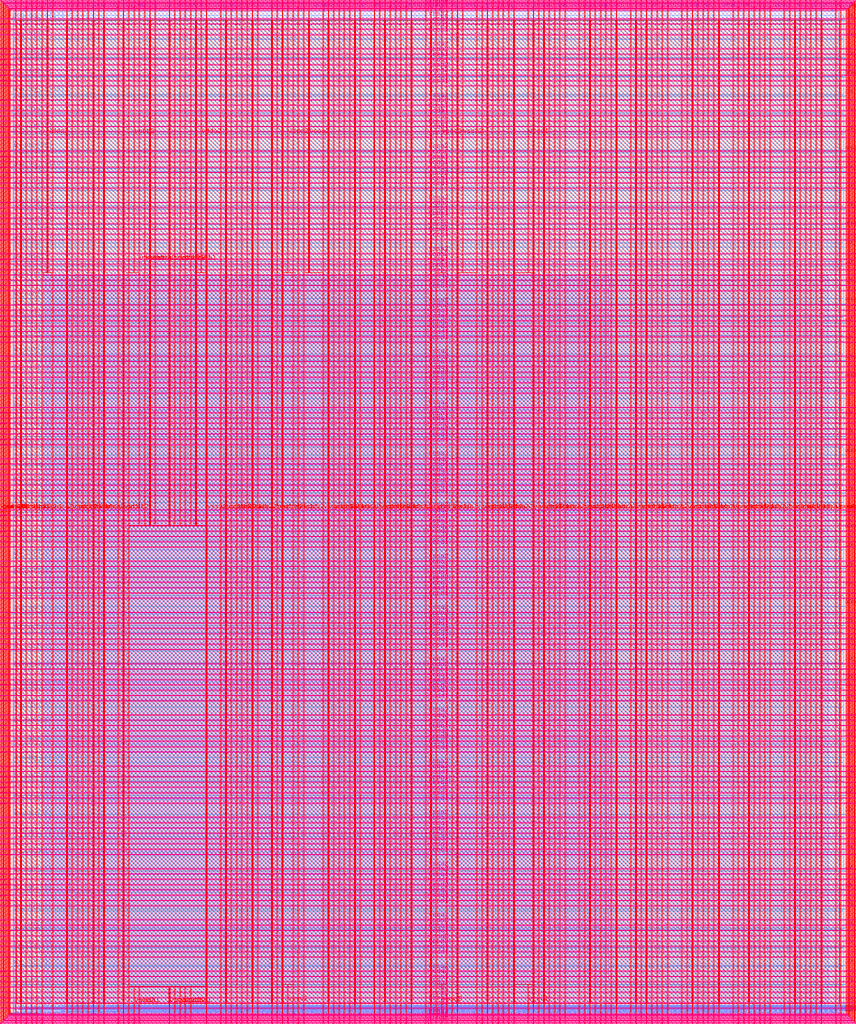
<source format=lef>
VERSION 5.7 ;
  NOWIREEXTENSIONATPIN ON ;
  DIVIDERCHAR "/" ;
  BUSBITCHARS "[]" ;
MACRO user_project_wrapper
  CLASS BLOCK ;
  FOREIGN user_project_wrapper ;
  ORIGIN 0.000 0.000 ;
  SIZE 2920.000 BY 3520.000 ;
  PIN analog_io[0]
    DIRECTION INOUT ;
    USE SIGNAL ;
    PORT
      LAYER met3 ;
        RECT 2917.600 1426.380 2924.800 1427.580 ;
    END
  END analog_io[0]
  PIN analog_io[10]
    DIRECTION INOUT ;
    USE SIGNAL ;
    PORT
      LAYER met2 ;
        RECT 2230.490 3517.600 2231.050 3524.800 ;
    END
  END analog_io[10]
  PIN analog_io[11]
    DIRECTION INOUT ;
    USE SIGNAL ;
    PORT
      LAYER met2 ;
        RECT 1905.730 3517.600 1906.290 3524.800 ;
    END
  END analog_io[11]
  PIN analog_io[12]
    DIRECTION INOUT ;
    USE SIGNAL ;
    PORT
      LAYER met2 ;
        RECT 1581.430 3517.600 1581.990 3524.800 ;
    END
  END analog_io[12]
  PIN analog_io[13]
    DIRECTION INOUT ;
    USE SIGNAL ;
    PORT
      LAYER met2 ;
        RECT 1257.130 3517.600 1257.690 3524.800 ;
    END
  END analog_io[13]
  PIN analog_io[14]
    DIRECTION INOUT ;
    USE SIGNAL ;
    PORT
      LAYER met2 ;
        RECT 932.370 3517.600 932.930 3524.800 ;
    END
  END analog_io[14]
  PIN analog_io[15]
    DIRECTION INOUT ;
    USE SIGNAL ;
    PORT
      LAYER met2 ;
        RECT 608.070 3517.600 608.630 3524.800 ;
    END
  END analog_io[15]
  PIN analog_io[16]
    DIRECTION INOUT ;
    USE SIGNAL ;
    PORT
      LAYER met2 ;
        RECT 283.770 3517.600 284.330 3524.800 ;
    END
  END analog_io[16]
  PIN analog_io[17]
    DIRECTION INOUT ;
    USE SIGNAL ;
    PORT
      LAYER met3 ;
        RECT -4.800 3486.100 2.400 3487.300 ;
    END
  END analog_io[17]
  PIN analog_io[18]
    DIRECTION INOUT ;
    USE SIGNAL ;
    PORT
      LAYER met3 ;
        RECT -4.800 3224.980 2.400 3226.180 ;
    END
  END analog_io[18]
  PIN analog_io[19]
    DIRECTION INOUT ;
    USE SIGNAL ;
    PORT
      LAYER met3 ;
        RECT -4.800 2964.540 2.400 2965.740 ;
    END
  END analog_io[19]
  PIN analog_io[1]
    DIRECTION INOUT ;
    USE SIGNAL ;
    PORT
      LAYER met3 ;
        RECT 2917.600 1692.260 2924.800 1693.460 ;
    END
  END analog_io[1]
  PIN analog_io[20]
    DIRECTION INOUT ;
    USE SIGNAL ;
    PORT
      LAYER met3 ;
        RECT -4.800 2703.420 2.400 2704.620 ;
    END
  END analog_io[20]
  PIN analog_io[21]
    DIRECTION INOUT ;
    USE SIGNAL ;
    PORT
      LAYER met3 ;
        RECT -4.800 2442.980 2.400 2444.180 ;
    END
  END analog_io[21]
  PIN analog_io[22]
    DIRECTION INOUT ;
    USE SIGNAL ;
    PORT
      LAYER met3 ;
        RECT -4.800 2182.540 2.400 2183.740 ;
    END
  END analog_io[22]
  PIN analog_io[23]
    DIRECTION INOUT ;
    USE SIGNAL ;
    PORT
      LAYER met3 ;
        RECT -4.800 1921.420 2.400 1922.620 ;
    END
  END analog_io[23]
  PIN analog_io[24]
    DIRECTION INOUT ;
    USE SIGNAL ;
    PORT
      LAYER met3 ;
        RECT -4.800 1660.980 2.400 1662.180 ;
    END
  END analog_io[24]
  PIN analog_io[25]
    DIRECTION INOUT ;
    USE SIGNAL ;
    PORT
      LAYER met3 ;
        RECT -4.800 1399.860 2.400 1401.060 ;
    END
  END analog_io[25]
  PIN analog_io[26]
    DIRECTION INOUT ;
    USE SIGNAL ;
    PORT
      LAYER met3 ;
        RECT -4.800 1139.420 2.400 1140.620 ;
    END
  END analog_io[26]
  PIN analog_io[27]
    DIRECTION INOUT ;
    USE SIGNAL ;
    PORT
      LAYER met3 ;
        RECT -4.800 878.980 2.400 880.180 ;
    END
  END analog_io[27]
  PIN analog_io[28]
    DIRECTION INOUT ;
    USE SIGNAL ;
    PORT
      LAYER met3 ;
        RECT -4.800 617.860 2.400 619.060 ;
    END
  END analog_io[28]
  PIN analog_io[2]
    DIRECTION INOUT ;
    USE SIGNAL ;
    PORT
      LAYER met3 ;
        RECT 2917.600 1958.140 2924.800 1959.340 ;
    END
  END analog_io[2]
  PIN analog_io[3]
    DIRECTION INOUT ;
    USE SIGNAL ;
    PORT
      LAYER met3 ;
        RECT 2917.600 2223.340 2924.800 2224.540 ;
    END
  END analog_io[3]
  PIN analog_io[4]
    DIRECTION INOUT ;
    USE SIGNAL ;
    PORT
      LAYER met3 ;
        RECT 2917.600 2489.220 2924.800 2490.420 ;
    END
  END analog_io[4]
  PIN analog_io[5]
    DIRECTION INOUT ;
    USE SIGNAL ;
    PORT
      LAYER met3 ;
        RECT 2917.600 2755.100 2924.800 2756.300 ;
    END
  END analog_io[5]
  PIN analog_io[6]
    DIRECTION INOUT ;
    USE SIGNAL ;
    PORT
      LAYER met3 ;
        RECT 2917.600 3020.300 2924.800 3021.500 ;
    END
  END analog_io[6]
  PIN analog_io[7]
    DIRECTION INOUT ;
    USE SIGNAL ;
    PORT
      LAYER met3 ;
        RECT 2917.600 3286.180 2924.800 3287.380 ;
    END
  END analog_io[7]
  PIN analog_io[8]
    DIRECTION INOUT ;
    USE SIGNAL ;
    PORT
      LAYER met2 ;
        RECT 2879.090 3517.600 2879.650 3524.800 ;
    END
  END analog_io[8]
  PIN analog_io[9]
    DIRECTION INOUT ;
    USE SIGNAL ;
    PORT
      LAYER met2 ;
        RECT 2554.790 3517.600 2555.350 3524.800 ;
    END
  END analog_io[9]
  PIN io_in[0]
    DIRECTION INPUT ;
    USE SIGNAL ;
    PORT
      LAYER met3 ;
        RECT 2917.600 32.380 2924.800 33.580 ;
    END
  END io_in[0]
  PIN io_in[10]
    DIRECTION INPUT ;
    USE SIGNAL ;
    PORT
      LAYER met3 ;
        RECT 2917.600 2289.980 2924.800 2291.180 ;
    END
  END io_in[10]
  PIN io_in[11]
    DIRECTION INPUT ;
    USE SIGNAL ;
    PORT
      LAYER met3 ;
        RECT 2917.600 2555.860 2924.800 2557.060 ;
    END
  END io_in[11]
  PIN io_in[12]
    DIRECTION INPUT ;
    USE SIGNAL ;
    PORT
      LAYER met3 ;
        RECT 2917.600 2821.060 2924.800 2822.260 ;
    END
  END io_in[12]
  PIN io_in[13]
    DIRECTION INPUT ;
    USE SIGNAL ;
    PORT
      LAYER met3 ;
        RECT 2917.600 3086.940 2924.800 3088.140 ;
    END
  END io_in[13]
  PIN io_in[14]
    DIRECTION INPUT ;
    USE SIGNAL ;
    PORT
      LAYER met3 ;
        RECT 2917.600 3352.820 2924.800 3354.020 ;
    END
  END io_in[14]
  PIN io_in[15]
    DIRECTION INPUT ;
    USE SIGNAL ;
    PORT
      LAYER met2 ;
        RECT 2798.130 3517.600 2798.690 3524.800 ;
    END
  END io_in[15]
  PIN io_in[16]
    DIRECTION INPUT ;
    USE SIGNAL ;
    PORT
      LAYER met2 ;
        RECT 2473.830 3517.600 2474.390 3524.800 ;
    END
  END io_in[16]
  PIN io_in[17]
    DIRECTION INPUT ;
    USE SIGNAL ;
    PORT
      LAYER met2 ;
        RECT 2149.070 3517.600 2149.630 3524.800 ;
    END
  END io_in[17]
  PIN io_in[18]
    DIRECTION INPUT ;
    USE SIGNAL ;
    PORT
      LAYER met2 ;
        RECT 1824.770 3517.600 1825.330 3524.800 ;
    END
  END io_in[18]
  PIN io_in[19]
    DIRECTION INPUT ;
    USE SIGNAL ;
    PORT
      LAYER met2 ;
        RECT 1500.470 3517.600 1501.030 3524.800 ;
    END
  END io_in[19]
  PIN io_in[1]
    DIRECTION INPUT ;
    USE SIGNAL ;
    PORT
      LAYER met3 ;
        RECT 2917.600 230.940 2924.800 232.140 ;
    END
  END io_in[1]
  PIN io_in[20]
    DIRECTION INPUT ;
    USE SIGNAL ;
    PORT
      LAYER met2 ;
        RECT 1175.710 3517.600 1176.270 3524.800 ;
    END
  END io_in[20]
  PIN io_in[21]
    DIRECTION INPUT ;
    USE SIGNAL ;
    PORT
      LAYER met2 ;
        RECT 851.410 3517.600 851.970 3524.800 ;
    END
  END io_in[21]
  PIN io_in[22]
    DIRECTION INPUT ;
    USE SIGNAL ;
    PORT
      LAYER met2 ;
        RECT 527.110 3517.600 527.670 3524.800 ;
    END
  END io_in[22]
  PIN io_in[23]
    DIRECTION INPUT ;
    USE SIGNAL ;
    PORT
      LAYER met2 ;
        RECT 202.350 3517.600 202.910 3524.800 ;
    END
  END io_in[23]
  PIN io_in[24]
    DIRECTION INPUT ;
    USE SIGNAL ;
    PORT
      LAYER met3 ;
        RECT -4.800 3420.820 2.400 3422.020 ;
    END
  END io_in[24]
  PIN io_in[25]
    DIRECTION INPUT ;
    USE SIGNAL ;
    PORT
      LAYER met3 ;
        RECT -4.800 3159.700 2.400 3160.900 ;
    END
  END io_in[25]
  PIN io_in[26]
    DIRECTION INPUT ;
    USE SIGNAL ;
    PORT
      LAYER met3 ;
        RECT -4.800 2899.260 2.400 2900.460 ;
    END
  END io_in[26]
  PIN io_in[27]
    DIRECTION INPUT ;
    USE SIGNAL ;
    PORT
      LAYER met3 ;
        RECT -4.800 2638.820 2.400 2640.020 ;
    END
  END io_in[27]
  PIN io_in[28]
    DIRECTION INPUT ;
    USE SIGNAL ;
    PORT
      LAYER met3 ;
        RECT -4.800 2377.700 2.400 2378.900 ;
    END
  END io_in[28]
  PIN io_in[29]
    DIRECTION INPUT ;
    USE SIGNAL ;
    PORT
      LAYER met3 ;
        RECT -4.800 2117.260 2.400 2118.460 ;
    END
  END io_in[29]
  PIN io_in[2]
    DIRECTION INPUT ;
    USE SIGNAL ;
    PORT
      LAYER met3 ;
        RECT 2917.600 430.180 2924.800 431.380 ;
    END
  END io_in[2]
  PIN io_in[30]
    DIRECTION INPUT ;
    USE SIGNAL ;
    PORT
      LAYER met3 ;
        RECT -4.800 1856.140 2.400 1857.340 ;
    END
  END io_in[30]
  PIN io_in[31]
    DIRECTION INPUT ;
    USE SIGNAL ;
    PORT
      LAYER met3 ;
        RECT -4.800 1595.700 2.400 1596.900 ;
    END
  END io_in[31]
  PIN io_in[32]
    DIRECTION INPUT ;
    USE SIGNAL ;
    PORT
      LAYER met3 ;
        RECT -4.800 1335.260 2.400 1336.460 ;
    END
  END io_in[32]
  PIN io_in[33]
    DIRECTION INPUT ;
    USE SIGNAL ;
    PORT
      LAYER met3 ;
        RECT -4.800 1074.140 2.400 1075.340 ;
    END
  END io_in[33]
  PIN io_in[34]
    DIRECTION INPUT ;
    USE SIGNAL ;
    PORT
      LAYER met3 ;
        RECT -4.800 813.700 2.400 814.900 ;
    END
  END io_in[34]
  PIN io_in[35]
    DIRECTION INPUT ;
    USE SIGNAL ;
    PORT
      LAYER met3 ;
        RECT -4.800 552.580 2.400 553.780 ;
    END
  END io_in[35]
  PIN io_in[36]
    DIRECTION INPUT ;
    USE SIGNAL ;
    PORT
      LAYER met3 ;
        RECT -4.800 357.420 2.400 358.620 ;
    END
  END io_in[36]
  PIN io_in[37]
    DIRECTION INPUT ;
    USE SIGNAL ;
    PORT
      LAYER met3 ;
        RECT -4.800 161.580 2.400 162.780 ;
    END
  END io_in[37]
  PIN io_in[3]
    DIRECTION INPUT ;
    USE SIGNAL ;
    PORT
      LAYER met3 ;
        RECT 2917.600 629.420 2924.800 630.620 ;
    END
  END io_in[3]
  PIN io_in[4]
    DIRECTION INPUT ;
    USE SIGNAL ;
    PORT
      LAYER met3 ;
        RECT 2917.600 828.660 2924.800 829.860 ;
    END
  END io_in[4]
  PIN io_in[5]
    DIRECTION INPUT ;
    USE SIGNAL ;
    PORT
      LAYER met3 ;
        RECT 2917.600 1027.900 2924.800 1029.100 ;
    END
  END io_in[5]
  PIN io_in[6]
    DIRECTION INPUT ;
    USE SIGNAL ;
    PORT
      LAYER met3 ;
        RECT 2917.600 1227.140 2924.800 1228.340 ;
    END
  END io_in[6]
  PIN io_in[7]
    DIRECTION INPUT ;
    USE SIGNAL ;
    PORT
      LAYER met3 ;
        RECT 2917.600 1493.020 2924.800 1494.220 ;
    END
  END io_in[7]
  PIN io_in[8]
    DIRECTION INPUT ;
    USE SIGNAL ;
    PORT
      LAYER met3 ;
        RECT 2917.600 1758.900 2924.800 1760.100 ;
    END
  END io_in[8]
  PIN io_in[9]
    DIRECTION INPUT ;
    USE SIGNAL ;
    PORT
      LAYER met3 ;
        RECT 2917.600 2024.100 2924.800 2025.300 ;
    END
  END io_in[9]
  PIN io_oeb[0]
    DIRECTION OUTPUT TRISTATE ;
    USE SIGNAL ;
    PORT
      LAYER met3 ;
        RECT 2917.600 164.980 2924.800 166.180 ;
    END
  END io_oeb[0]
  PIN io_oeb[10]
    DIRECTION OUTPUT TRISTATE ;
    USE SIGNAL ;
    PORT
      LAYER met3 ;
        RECT 2917.600 2422.580 2924.800 2423.780 ;
    END
  END io_oeb[10]
  PIN io_oeb[11]
    DIRECTION OUTPUT TRISTATE ;
    USE SIGNAL ;
    PORT
      LAYER met3 ;
        RECT 2917.600 2688.460 2924.800 2689.660 ;
    END
  END io_oeb[11]
  PIN io_oeb[12]
    DIRECTION OUTPUT TRISTATE ;
    USE SIGNAL ;
    PORT
      LAYER met3 ;
        RECT 2917.600 2954.340 2924.800 2955.540 ;
    END
  END io_oeb[12]
  PIN io_oeb[13]
    DIRECTION OUTPUT TRISTATE ;
    USE SIGNAL ;
    PORT
      LAYER met3 ;
        RECT 2917.600 3219.540 2924.800 3220.740 ;
    END
  END io_oeb[13]
  PIN io_oeb[14]
    DIRECTION OUTPUT TRISTATE ;
    USE SIGNAL ;
    PORT
      LAYER met3 ;
        RECT 2917.600 3485.420 2924.800 3486.620 ;
    END
  END io_oeb[14]
  PIN io_oeb[15]
    DIRECTION OUTPUT TRISTATE ;
    USE SIGNAL ;
    PORT
      LAYER met2 ;
        RECT 2635.750 3517.600 2636.310 3524.800 ;
    END
  END io_oeb[15]
  PIN io_oeb[16]
    DIRECTION OUTPUT TRISTATE ;
    USE SIGNAL ;
    PORT
      LAYER met2 ;
        RECT 2311.450 3517.600 2312.010 3524.800 ;
    END
  END io_oeb[16]
  PIN io_oeb[17]
    DIRECTION OUTPUT TRISTATE ;
    USE SIGNAL ;
    PORT
      LAYER met2 ;
        RECT 1987.150 3517.600 1987.710 3524.800 ;
    END
  END io_oeb[17]
  PIN io_oeb[18]
    DIRECTION OUTPUT TRISTATE ;
    USE SIGNAL ;
    PORT
      LAYER met2 ;
        RECT 1662.390 3517.600 1662.950 3524.800 ;
    END
  END io_oeb[18]
  PIN io_oeb[19]
    DIRECTION OUTPUT TRISTATE ;
    USE SIGNAL ;
    PORT
      LAYER met2 ;
        RECT 1338.090 3517.600 1338.650 3524.800 ;
    END
  END io_oeb[19]
  PIN io_oeb[1]
    DIRECTION OUTPUT TRISTATE ;
    USE SIGNAL ;
    PORT
      LAYER met3 ;
        RECT 2917.600 364.220 2924.800 365.420 ;
    END
  END io_oeb[1]
  PIN io_oeb[20]
    DIRECTION OUTPUT TRISTATE ;
    USE SIGNAL ;
    PORT
      LAYER met2 ;
        RECT 1013.790 3517.600 1014.350 3524.800 ;
    END
  END io_oeb[20]
  PIN io_oeb[21]
    DIRECTION OUTPUT TRISTATE ;
    USE SIGNAL ;
    PORT
      LAYER met2 ;
        RECT 689.030 3517.600 689.590 3524.800 ;
    END
  END io_oeb[21]
  PIN io_oeb[22]
    DIRECTION OUTPUT TRISTATE ;
    USE SIGNAL ;
    PORT
      LAYER met2 ;
        RECT 364.730 3517.600 365.290 3524.800 ;
    END
  END io_oeb[22]
  PIN io_oeb[23]
    DIRECTION OUTPUT TRISTATE ;
    USE SIGNAL ;
    PORT
      LAYER met2 ;
        RECT 40.430 3517.600 40.990 3524.800 ;
    END
  END io_oeb[23]
  PIN io_oeb[24]
    DIRECTION OUTPUT TRISTATE ;
    USE SIGNAL ;
    PORT
      LAYER met3 ;
        RECT -4.800 3290.260 2.400 3291.460 ;
    END
  END io_oeb[24]
  PIN io_oeb[25]
    DIRECTION OUTPUT TRISTATE ;
    USE SIGNAL ;
    PORT
      LAYER met3 ;
        RECT -4.800 3029.820 2.400 3031.020 ;
    END
  END io_oeb[25]
  PIN io_oeb[26]
    DIRECTION OUTPUT TRISTATE ;
    USE SIGNAL ;
    PORT
      LAYER met3 ;
        RECT -4.800 2768.700 2.400 2769.900 ;
    END
  END io_oeb[26]
  PIN io_oeb[27]
    DIRECTION OUTPUT TRISTATE ;
    USE SIGNAL ;
    PORT
      LAYER met3 ;
        RECT -4.800 2508.260 2.400 2509.460 ;
    END
  END io_oeb[27]
  PIN io_oeb[28]
    DIRECTION OUTPUT TRISTATE ;
    USE SIGNAL ;
    PORT
      LAYER met3 ;
        RECT -4.800 2247.140 2.400 2248.340 ;
    END
  END io_oeb[28]
  PIN io_oeb[29]
    DIRECTION OUTPUT TRISTATE ;
    USE SIGNAL ;
    PORT
      LAYER met3 ;
        RECT -4.800 1986.700 2.400 1987.900 ;
    END
  END io_oeb[29]
  PIN io_oeb[2]
    DIRECTION OUTPUT TRISTATE ;
    USE SIGNAL ;
    PORT
      LAYER met3 ;
        RECT 2917.600 563.460 2924.800 564.660 ;
    END
  END io_oeb[2]
  PIN io_oeb[30]
    DIRECTION OUTPUT TRISTATE ;
    USE SIGNAL ;
    PORT
      LAYER met3 ;
        RECT -4.800 1726.260 2.400 1727.460 ;
    END
  END io_oeb[30]
  PIN io_oeb[31]
    DIRECTION OUTPUT TRISTATE ;
    USE SIGNAL ;
    PORT
      LAYER met3 ;
        RECT -4.800 1465.140 2.400 1466.340 ;
    END
  END io_oeb[31]
  PIN io_oeb[32]
    DIRECTION OUTPUT TRISTATE ;
    USE SIGNAL ;
    PORT
      LAYER met3 ;
        RECT -4.800 1204.700 2.400 1205.900 ;
    END
  END io_oeb[32]
  PIN io_oeb[33]
    DIRECTION OUTPUT TRISTATE ;
    USE SIGNAL ;
    PORT
      LAYER met3 ;
        RECT -4.800 943.580 2.400 944.780 ;
    END
  END io_oeb[33]
  PIN io_oeb[34]
    DIRECTION OUTPUT TRISTATE ;
    USE SIGNAL ;
    PORT
      LAYER met3 ;
        RECT -4.800 683.140 2.400 684.340 ;
    END
  END io_oeb[34]
  PIN io_oeb[35]
    DIRECTION OUTPUT TRISTATE ;
    USE SIGNAL ;
    PORT
      LAYER met3 ;
        RECT -4.800 422.700 2.400 423.900 ;
    END
  END io_oeb[35]
  PIN io_oeb[36]
    DIRECTION OUTPUT TRISTATE ;
    USE SIGNAL ;
    PORT
      LAYER met3 ;
        RECT -4.800 226.860 2.400 228.060 ;
    END
  END io_oeb[36]
  PIN io_oeb[37]
    DIRECTION OUTPUT TRISTATE ;
    USE SIGNAL ;
    PORT
      LAYER met3 ;
        RECT -4.800 31.700 2.400 32.900 ;
    END
  END io_oeb[37]
  PIN io_oeb[3]
    DIRECTION OUTPUT TRISTATE ;
    USE SIGNAL ;
    PORT
      LAYER met3 ;
        RECT 2917.600 762.700 2924.800 763.900 ;
    END
  END io_oeb[3]
  PIN io_oeb[4]
    DIRECTION OUTPUT TRISTATE ;
    USE SIGNAL ;
    PORT
      LAYER met3 ;
        RECT 2917.600 961.940 2924.800 963.140 ;
    END
  END io_oeb[4]
  PIN io_oeb[5]
    DIRECTION OUTPUT TRISTATE ;
    USE SIGNAL ;
    PORT
      LAYER met3 ;
        RECT 2917.600 1161.180 2924.800 1162.380 ;
    END
  END io_oeb[5]
  PIN io_oeb[6]
    DIRECTION OUTPUT TRISTATE ;
    USE SIGNAL ;
    PORT
      LAYER met3 ;
        RECT 2917.600 1360.420 2924.800 1361.620 ;
    END
  END io_oeb[6]
  PIN io_oeb[7]
    DIRECTION OUTPUT TRISTATE ;
    USE SIGNAL ;
    PORT
      LAYER met3 ;
        RECT 2917.600 1625.620 2924.800 1626.820 ;
    END
  END io_oeb[7]
  PIN io_oeb[8]
    DIRECTION OUTPUT TRISTATE ;
    USE SIGNAL ;
    PORT
      LAYER met3 ;
        RECT 2917.600 1891.500 2924.800 1892.700 ;
    END
  END io_oeb[8]
  PIN io_oeb[9]
    DIRECTION OUTPUT TRISTATE ;
    USE SIGNAL ;
    PORT
      LAYER met3 ;
        RECT 2917.600 2157.380 2924.800 2158.580 ;
    END
  END io_oeb[9]
  PIN io_out[0]
    DIRECTION OUTPUT TRISTATE ;
    USE SIGNAL ;
    PORT
      LAYER met3 ;
        RECT 2917.600 98.340 2924.800 99.540 ;
    END
  END io_out[0]
  PIN io_out[10]
    DIRECTION OUTPUT TRISTATE ;
    USE SIGNAL ;
    PORT
      LAYER met3 ;
        RECT 2917.600 2356.620 2924.800 2357.820 ;
    END
  END io_out[10]
  PIN io_out[11]
    DIRECTION OUTPUT TRISTATE ;
    USE SIGNAL ;
    PORT
      LAYER met3 ;
        RECT 2917.600 2621.820 2924.800 2623.020 ;
    END
  END io_out[11]
  PIN io_out[12]
    DIRECTION OUTPUT TRISTATE ;
    USE SIGNAL ;
    PORT
      LAYER met3 ;
        RECT 2917.600 2887.700 2924.800 2888.900 ;
    END
  END io_out[12]
  PIN io_out[13]
    DIRECTION OUTPUT TRISTATE ;
    USE SIGNAL ;
    PORT
      LAYER met3 ;
        RECT 2917.600 3153.580 2924.800 3154.780 ;
    END
  END io_out[13]
  PIN io_out[14]
    DIRECTION OUTPUT TRISTATE ;
    USE SIGNAL ;
    PORT
      LAYER met3 ;
        RECT 2917.600 3418.780 2924.800 3419.980 ;
    END
  END io_out[14]
  PIN io_out[15]
    DIRECTION OUTPUT TRISTATE ;
    USE SIGNAL ;
    PORT
      LAYER met2 ;
        RECT 2717.170 3517.600 2717.730 3524.800 ;
    END
  END io_out[15]
  PIN io_out[16]
    DIRECTION OUTPUT TRISTATE ;
    USE SIGNAL ;
    PORT
      LAYER met2 ;
        RECT 2392.410 3517.600 2392.970 3524.800 ;
    END
  END io_out[16]
  PIN io_out[17]
    DIRECTION OUTPUT TRISTATE ;
    USE SIGNAL ;
    PORT
      LAYER met2 ;
        RECT 2068.110 3517.600 2068.670 3524.800 ;
    END
  END io_out[17]
  PIN io_out[18]
    DIRECTION OUTPUT TRISTATE ;
    USE SIGNAL ;
    PORT
      LAYER met2 ;
        RECT 1743.810 3517.600 1744.370 3524.800 ;
    END
  END io_out[18]
  PIN io_out[19]
    DIRECTION OUTPUT TRISTATE ;
    USE SIGNAL ;
    PORT
      LAYER met2 ;
        RECT 1419.050 3517.600 1419.610 3524.800 ;
    END
  END io_out[19]
  PIN io_out[1]
    DIRECTION OUTPUT TRISTATE ;
    USE SIGNAL ;
    PORT
      LAYER met3 ;
        RECT 2917.600 297.580 2924.800 298.780 ;
    END
  END io_out[1]
  PIN io_out[20]
    DIRECTION OUTPUT TRISTATE ;
    USE SIGNAL ;
    PORT
      LAYER met2 ;
        RECT 1094.750 3517.600 1095.310 3524.800 ;
    END
  END io_out[20]
  PIN io_out[21]
    DIRECTION OUTPUT TRISTATE ;
    USE SIGNAL ;
    PORT
      LAYER met2 ;
        RECT 770.450 3517.600 771.010 3524.800 ;
    END
  END io_out[21]
  PIN io_out[22]
    DIRECTION OUTPUT TRISTATE ;
    USE SIGNAL ;
    PORT
      LAYER met2 ;
        RECT 445.690 3517.600 446.250 3524.800 ;
    END
  END io_out[22]
  PIN io_out[23]
    DIRECTION OUTPUT TRISTATE ;
    USE SIGNAL ;
    PORT
      LAYER met2 ;
        RECT 121.390 3517.600 121.950 3524.800 ;
    END
  END io_out[23]
  PIN io_out[24]
    DIRECTION OUTPUT TRISTATE ;
    USE SIGNAL ;
    PORT
      LAYER met3 ;
        RECT -4.800 3355.540 2.400 3356.740 ;
    END
  END io_out[24]
  PIN io_out[25]
    DIRECTION OUTPUT TRISTATE ;
    USE SIGNAL ;
    PORT
      LAYER met3 ;
        RECT -4.800 3095.100 2.400 3096.300 ;
    END
  END io_out[25]
  PIN io_out[26]
    DIRECTION OUTPUT TRISTATE ;
    USE SIGNAL ;
    PORT
      LAYER met3 ;
        RECT -4.800 2833.980 2.400 2835.180 ;
    END
  END io_out[26]
  PIN io_out[27]
    DIRECTION OUTPUT TRISTATE ;
    USE SIGNAL ;
    PORT
      LAYER met3 ;
        RECT -4.800 2573.540 2.400 2574.740 ;
    END
  END io_out[27]
  PIN io_out[28]
    DIRECTION OUTPUT TRISTATE ;
    USE SIGNAL ;
    PORT
      LAYER met3 ;
        RECT -4.800 2312.420 2.400 2313.620 ;
    END
  END io_out[28]
  PIN io_out[29]
    DIRECTION OUTPUT TRISTATE ;
    USE SIGNAL ;
    PORT
      LAYER met3 ;
        RECT -4.800 2051.980 2.400 2053.180 ;
    END
  END io_out[29]
  PIN io_out[2]
    DIRECTION OUTPUT TRISTATE ;
    USE SIGNAL ;
    PORT
      LAYER met3 ;
        RECT 2917.600 496.820 2924.800 498.020 ;
    END
  END io_out[2]
  PIN io_out[30]
    DIRECTION OUTPUT TRISTATE ;
    USE SIGNAL ;
    PORT
      LAYER met3 ;
        RECT -4.800 1791.540 2.400 1792.740 ;
    END
  END io_out[30]
  PIN io_out[31]
    DIRECTION OUTPUT TRISTATE ;
    USE SIGNAL ;
    PORT
      LAYER met3 ;
        RECT -4.800 1530.420 2.400 1531.620 ;
    END
  END io_out[31]
  PIN io_out[32]
    DIRECTION OUTPUT TRISTATE ;
    USE SIGNAL ;
    PORT
      LAYER met3 ;
        RECT -4.800 1269.980 2.400 1271.180 ;
    END
  END io_out[32]
  PIN io_out[33]
    DIRECTION OUTPUT TRISTATE ;
    USE SIGNAL ;
    PORT
      LAYER met3 ;
        RECT -4.800 1008.860 2.400 1010.060 ;
    END
  END io_out[33]
  PIN io_out[34]
    DIRECTION OUTPUT TRISTATE ;
    USE SIGNAL ;
    PORT
      LAYER met3 ;
        RECT -4.800 748.420 2.400 749.620 ;
    END
  END io_out[34]
  PIN io_out[35]
    DIRECTION OUTPUT TRISTATE ;
    USE SIGNAL ;
    PORT
      LAYER met3 ;
        RECT -4.800 487.300 2.400 488.500 ;
    END
  END io_out[35]
  PIN io_out[36]
    DIRECTION OUTPUT TRISTATE ;
    USE SIGNAL ;
    PORT
      LAYER met3 ;
        RECT -4.800 292.140 2.400 293.340 ;
    END
  END io_out[36]
  PIN io_out[37]
    DIRECTION OUTPUT TRISTATE ;
    USE SIGNAL ;
    PORT
      LAYER met3 ;
        RECT -4.800 96.300 2.400 97.500 ;
    END
  END io_out[37]
  PIN io_out[3]
    DIRECTION OUTPUT TRISTATE ;
    USE SIGNAL ;
    PORT
      LAYER met3 ;
        RECT 2917.600 696.060 2924.800 697.260 ;
    END
  END io_out[3]
  PIN io_out[4]
    DIRECTION OUTPUT TRISTATE ;
    USE SIGNAL ;
    PORT
      LAYER met3 ;
        RECT 2917.600 895.300 2924.800 896.500 ;
    END
  END io_out[4]
  PIN io_out[5]
    DIRECTION OUTPUT TRISTATE ;
    USE SIGNAL ;
    PORT
      LAYER met3 ;
        RECT 2917.600 1094.540 2924.800 1095.740 ;
    END
  END io_out[5]
  PIN io_out[6]
    DIRECTION OUTPUT TRISTATE ;
    USE SIGNAL ;
    PORT
      LAYER met3 ;
        RECT 2917.600 1293.780 2924.800 1294.980 ;
    END
  END io_out[6]
  PIN io_out[7]
    DIRECTION OUTPUT TRISTATE ;
    USE SIGNAL ;
    PORT
      LAYER met3 ;
        RECT 2917.600 1559.660 2924.800 1560.860 ;
    END
  END io_out[7]
  PIN io_out[8]
    DIRECTION OUTPUT TRISTATE ;
    USE SIGNAL ;
    PORT
      LAYER met3 ;
        RECT 2917.600 1824.860 2924.800 1826.060 ;
    END
  END io_out[8]
  PIN io_out[9]
    DIRECTION OUTPUT TRISTATE ;
    USE SIGNAL ;
    PORT
      LAYER met3 ;
        RECT 2917.600 2090.740 2924.800 2091.940 ;
    END
  END io_out[9]
  PIN la_data_in[0]
    DIRECTION INPUT ;
    USE SIGNAL ;
    PORT
      LAYER met2 ;
        RECT 629.230 -4.800 629.790 2.400 ;
    END
  END la_data_in[0]
  PIN la_data_in[100]
    DIRECTION INPUT ;
    USE SIGNAL ;
    PORT
      LAYER met2 ;
        RECT 2402.530 -4.800 2403.090 2.400 ;
    END
  END la_data_in[100]
  PIN la_data_in[101]
    DIRECTION INPUT ;
    USE SIGNAL ;
    PORT
      LAYER met2 ;
        RECT 2420.010 -4.800 2420.570 2.400 ;
    END
  END la_data_in[101]
  PIN la_data_in[102]
    DIRECTION INPUT ;
    USE SIGNAL ;
    PORT
      LAYER met2 ;
        RECT 2437.950 -4.800 2438.510 2.400 ;
    END
  END la_data_in[102]
  PIN la_data_in[103]
    DIRECTION INPUT ;
    USE SIGNAL ;
    PORT
      LAYER met2 ;
        RECT 2455.430 -4.800 2455.990 2.400 ;
    END
  END la_data_in[103]
  PIN la_data_in[104]
    DIRECTION INPUT ;
    USE SIGNAL ;
    PORT
      LAYER met2 ;
        RECT 2473.370 -4.800 2473.930 2.400 ;
    END
  END la_data_in[104]
  PIN la_data_in[105]
    DIRECTION INPUT ;
    USE SIGNAL ;
    PORT
      LAYER met2 ;
        RECT 2490.850 -4.800 2491.410 2.400 ;
    END
  END la_data_in[105]
  PIN la_data_in[106]
    DIRECTION INPUT ;
    USE SIGNAL ;
    PORT
      LAYER met2 ;
        RECT 2508.790 -4.800 2509.350 2.400 ;
    END
  END la_data_in[106]
  PIN la_data_in[107]
    DIRECTION INPUT ;
    USE SIGNAL ;
    PORT
      LAYER met2 ;
        RECT 2526.730 -4.800 2527.290 2.400 ;
    END
  END la_data_in[107]
  PIN la_data_in[108]
    DIRECTION INPUT ;
    USE SIGNAL ;
    PORT
      LAYER met2 ;
        RECT 2544.210 -4.800 2544.770 2.400 ;
    END
  END la_data_in[108]
  PIN la_data_in[109]
    DIRECTION INPUT ;
    USE SIGNAL ;
    PORT
      LAYER met2 ;
        RECT 2562.150 -4.800 2562.710 2.400 ;
    END
  END la_data_in[109]
  PIN la_data_in[10]
    DIRECTION INPUT ;
    USE SIGNAL ;
    PORT
      LAYER met2 ;
        RECT 806.330 -4.800 806.890 2.400 ;
    END
  END la_data_in[10]
  PIN la_data_in[110]
    DIRECTION INPUT ;
    USE SIGNAL ;
    PORT
      LAYER met2 ;
        RECT 2579.630 -4.800 2580.190 2.400 ;
    END
  END la_data_in[110]
  PIN la_data_in[111]
    DIRECTION INPUT ;
    USE SIGNAL ;
    PORT
      LAYER met2 ;
        RECT 2597.570 -4.800 2598.130 2.400 ;
    END
  END la_data_in[111]
  PIN la_data_in[112]
    DIRECTION INPUT ;
    USE SIGNAL ;
    PORT
      LAYER met2 ;
        RECT 2615.050 -4.800 2615.610 2.400 ;
    END
  END la_data_in[112]
  PIN la_data_in[113]
    DIRECTION INPUT ;
    USE SIGNAL ;
    PORT
      LAYER met2 ;
        RECT 2632.990 -4.800 2633.550 2.400 ;
    END
  END la_data_in[113]
  PIN la_data_in[114]
    DIRECTION INPUT ;
    USE SIGNAL ;
    PORT
      LAYER met2 ;
        RECT 2650.470 -4.800 2651.030 2.400 ;
    END
  END la_data_in[114]
  PIN la_data_in[115]
    DIRECTION INPUT ;
    USE SIGNAL ;
    PORT
      LAYER met2 ;
        RECT 2668.410 -4.800 2668.970 2.400 ;
    END
  END la_data_in[115]
  PIN la_data_in[116]
    DIRECTION INPUT ;
    USE SIGNAL ;
    PORT
      LAYER met2 ;
        RECT 2685.890 -4.800 2686.450 2.400 ;
    END
  END la_data_in[116]
  PIN la_data_in[117]
    DIRECTION INPUT ;
    USE SIGNAL ;
    PORT
      LAYER met2 ;
        RECT 2703.830 -4.800 2704.390 2.400 ;
    END
  END la_data_in[117]
  PIN la_data_in[118]
    DIRECTION INPUT ;
    USE SIGNAL ;
    PORT
      LAYER met2 ;
        RECT 2721.770 -4.800 2722.330 2.400 ;
    END
  END la_data_in[118]
  PIN la_data_in[119]
    DIRECTION INPUT ;
    USE SIGNAL ;
    PORT
      LAYER met2 ;
        RECT 2739.250 -4.800 2739.810 2.400 ;
    END
  END la_data_in[119]
  PIN la_data_in[11]
    DIRECTION INPUT ;
    USE SIGNAL ;
    PORT
      LAYER met2 ;
        RECT 824.270 -4.800 824.830 2.400 ;
    END
  END la_data_in[11]
  PIN la_data_in[120]
    DIRECTION INPUT ;
    USE SIGNAL ;
    PORT
      LAYER met2 ;
        RECT 2757.190 -4.800 2757.750 2.400 ;
    END
  END la_data_in[120]
  PIN la_data_in[121]
    DIRECTION INPUT ;
    USE SIGNAL ;
    PORT
      LAYER met2 ;
        RECT 2774.670 -4.800 2775.230 2.400 ;
    END
  END la_data_in[121]
  PIN la_data_in[122]
    DIRECTION INPUT ;
    USE SIGNAL ;
    PORT
      LAYER met2 ;
        RECT 2792.610 -4.800 2793.170 2.400 ;
    END
  END la_data_in[122]
  PIN la_data_in[123]
    DIRECTION INPUT ;
    USE SIGNAL ;
    PORT
      LAYER met2 ;
        RECT 2810.090 -4.800 2810.650 2.400 ;
    END
  END la_data_in[123]
  PIN la_data_in[124]
    DIRECTION INPUT ;
    USE SIGNAL ;
    PORT
      LAYER met2 ;
        RECT 2828.030 -4.800 2828.590 2.400 ;
    END
  END la_data_in[124]
  PIN la_data_in[125]
    DIRECTION INPUT ;
    USE SIGNAL ;
    PORT
      LAYER met2 ;
        RECT 2845.510 -4.800 2846.070 2.400 ;
    END
  END la_data_in[125]
  PIN la_data_in[126]
    DIRECTION INPUT ;
    USE SIGNAL ;
    PORT
      LAYER met2 ;
        RECT 2863.450 -4.800 2864.010 2.400 ;
    END
  END la_data_in[126]
  PIN la_data_in[127]
    DIRECTION INPUT ;
    USE SIGNAL ;
    PORT
      LAYER met2 ;
        RECT 2881.390 -4.800 2881.950 2.400 ;
    END
  END la_data_in[127]
  PIN la_data_in[12]
    DIRECTION INPUT ;
    USE SIGNAL ;
    PORT
      LAYER met2 ;
        RECT 841.750 -4.800 842.310 2.400 ;
    END
  END la_data_in[12]
  PIN la_data_in[13]
    DIRECTION INPUT ;
    USE SIGNAL ;
    PORT
      LAYER met2 ;
        RECT 859.690 -4.800 860.250 2.400 ;
    END
  END la_data_in[13]
  PIN la_data_in[14]
    DIRECTION INPUT ;
    USE SIGNAL ;
    PORT
      LAYER met2 ;
        RECT 877.170 -4.800 877.730 2.400 ;
    END
  END la_data_in[14]
  PIN la_data_in[15]
    DIRECTION INPUT ;
    USE SIGNAL ;
    PORT
      LAYER met2 ;
        RECT 895.110 -4.800 895.670 2.400 ;
    END
  END la_data_in[15]
  PIN la_data_in[16]
    DIRECTION INPUT ;
    USE SIGNAL ;
    PORT
      LAYER met2 ;
        RECT 912.590 -4.800 913.150 2.400 ;
    END
  END la_data_in[16]
  PIN la_data_in[17]
    DIRECTION INPUT ;
    USE SIGNAL ;
    PORT
      LAYER met2 ;
        RECT 930.530 -4.800 931.090 2.400 ;
    END
  END la_data_in[17]
  PIN la_data_in[18]
    DIRECTION INPUT ;
    USE SIGNAL ;
    PORT
      LAYER met2 ;
        RECT 948.470 -4.800 949.030 2.400 ;
    END
  END la_data_in[18]
  PIN la_data_in[19]
    DIRECTION INPUT ;
    USE SIGNAL ;
    PORT
      LAYER met2 ;
        RECT 965.950 -4.800 966.510 2.400 ;
    END
  END la_data_in[19]
  PIN la_data_in[1]
    DIRECTION INPUT ;
    USE SIGNAL ;
    PORT
      LAYER met2 ;
        RECT 646.710 -4.800 647.270 2.400 ;
    END
  END la_data_in[1]
  PIN la_data_in[20]
    DIRECTION INPUT ;
    USE SIGNAL ;
    PORT
      LAYER met2 ;
        RECT 983.890 -4.800 984.450 2.400 ;
    END
  END la_data_in[20]
  PIN la_data_in[21]
    DIRECTION INPUT ;
    USE SIGNAL ;
    PORT
      LAYER met2 ;
        RECT 1001.370 -4.800 1001.930 2.400 ;
    END
  END la_data_in[21]
  PIN la_data_in[22]
    DIRECTION INPUT ;
    USE SIGNAL ;
    PORT
      LAYER met2 ;
        RECT 1019.310 -4.800 1019.870 2.400 ;
    END
  END la_data_in[22]
  PIN la_data_in[23]
    DIRECTION INPUT ;
    USE SIGNAL ;
    PORT
      LAYER met2 ;
        RECT 1036.790 -4.800 1037.350 2.400 ;
    END
  END la_data_in[23]
  PIN la_data_in[24]
    DIRECTION INPUT ;
    USE SIGNAL ;
    PORT
      LAYER met2 ;
        RECT 1054.730 -4.800 1055.290 2.400 ;
    END
  END la_data_in[24]
  PIN la_data_in[25]
    DIRECTION INPUT ;
    USE SIGNAL ;
    PORT
      LAYER met2 ;
        RECT 1072.210 -4.800 1072.770 2.400 ;
    END
  END la_data_in[25]
  PIN la_data_in[26]
    DIRECTION INPUT ;
    USE SIGNAL ;
    PORT
      LAYER met2 ;
        RECT 1090.150 -4.800 1090.710 2.400 ;
    END
  END la_data_in[26]
  PIN la_data_in[27]
    DIRECTION INPUT ;
    USE SIGNAL ;
    PORT
      LAYER met2 ;
        RECT 1107.630 -4.800 1108.190 2.400 ;
    END
  END la_data_in[27]
  PIN la_data_in[28]
    DIRECTION INPUT ;
    USE SIGNAL ;
    PORT
      LAYER met2 ;
        RECT 1125.570 -4.800 1126.130 2.400 ;
    END
  END la_data_in[28]
  PIN la_data_in[29]
    DIRECTION INPUT ;
    USE SIGNAL ;
    PORT
      LAYER met2 ;
        RECT 1143.510 -4.800 1144.070 2.400 ;
    END
  END la_data_in[29]
  PIN la_data_in[2]
    DIRECTION INPUT ;
    USE SIGNAL ;
    PORT
      LAYER met2 ;
        RECT 664.650 -4.800 665.210 2.400 ;
    END
  END la_data_in[2]
  PIN la_data_in[30]
    DIRECTION INPUT ;
    USE SIGNAL ;
    PORT
      LAYER met2 ;
        RECT 1160.990 -4.800 1161.550 2.400 ;
    END
  END la_data_in[30]
  PIN la_data_in[31]
    DIRECTION INPUT ;
    USE SIGNAL ;
    PORT
      LAYER met2 ;
        RECT 1178.930 -4.800 1179.490 2.400 ;
    END
  END la_data_in[31]
  PIN la_data_in[32]
    DIRECTION INPUT ;
    USE SIGNAL ;
    PORT
      LAYER met2 ;
        RECT 1196.410 -4.800 1196.970 2.400 ;
    END
  END la_data_in[32]
  PIN la_data_in[33]
    DIRECTION INPUT ;
    USE SIGNAL ;
    PORT
      LAYER met2 ;
        RECT 1214.350 -4.800 1214.910 2.400 ;
    END
  END la_data_in[33]
  PIN la_data_in[34]
    DIRECTION INPUT ;
    USE SIGNAL ;
    PORT
      LAYER met2 ;
        RECT 1231.830 -4.800 1232.390 2.400 ;
    END
  END la_data_in[34]
  PIN la_data_in[35]
    DIRECTION INPUT ;
    USE SIGNAL ;
    PORT
      LAYER met2 ;
        RECT 1249.770 -4.800 1250.330 2.400 ;
    END
  END la_data_in[35]
  PIN la_data_in[36]
    DIRECTION INPUT ;
    USE SIGNAL ;
    PORT
      LAYER met2 ;
        RECT 1267.250 -4.800 1267.810 2.400 ;
    END
  END la_data_in[36]
  PIN la_data_in[37]
    DIRECTION INPUT ;
    USE SIGNAL ;
    PORT
      LAYER met2 ;
        RECT 1285.190 -4.800 1285.750 2.400 ;
    END
  END la_data_in[37]
  PIN la_data_in[38]
    DIRECTION INPUT ;
    USE SIGNAL ;
    PORT
      LAYER met2 ;
        RECT 1303.130 -4.800 1303.690 2.400 ;
    END
  END la_data_in[38]
  PIN la_data_in[39]
    DIRECTION INPUT ;
    USE SIGNAL ;
    PORT
      LAYER met2 ;
        RECT 1320.610 -4.800 1321.170 2.400 ;
    END
  END la_data_in[39]
  PIN la_data_in[3]
    DIRECTION INPUT ;
    USE SIGNAL ;
    PORT
      LAYER met2 ;
        RECT 682.130 -4.800 682.690 2.400 ;
    END
  END la_data_in[3]
  PIN la_data_in[40]
    DIRECTION INPUT ;
    USE SIGNAL ;
    PORT
      LAYER met2 ;
        RECT 1338.550 -4.800 1339.110 2.400 ;
    END
  END la_data_in[40]
  PIN la_data_in[41]
    DIRECTION INPUT ;
    USE SIGNAL ;
    PORT
      LAYER met2 ;
        RECT 1356.030 -4.800 1356.590 2.400 ;
    END
  END la_data_in[41]
  PIN la_data_in[42]
    DIRECTION INPUT ;
    USE SIGNAL ;
    PORT
      LAYER met2 ;
        RECT 1373.970 -4.800 1374.530 2.400 ;
    END
  END la_data_in[42]
  PIN la_data_in[43]
    DIRECTION INPUT ;
    USE SIGNAL ;
    PORT
      LAYER met2 ;
        RECT 1391.450 -4.800 1392.010 2.400 ;
    END
  END la_data_in[43]
  PIN la_data_in[44]
    DIRECTION INPUT ;
    USE SIGNAL ;
    PORT
      LAYER met2 ;
        RECT 1409.390 -4.800 1409.950 2.400 ;
    END
  END la_data_in[44]
  PIN la_data_in[45]
    DIRECTION INPUT ;
    USE SIGNAL ;
    PORT
      LAYER met2 ;
        RECT 1426.870 -4.800 1427.430 2.400 ;
    END
  END la_data_in[45]
  PIN la_data_in[46]
    DIRECTION INPUT ;
    USE SIGNAL ;
    PORT
      LAYER met2 ;
        RECT 1444.810 -4.800 1445.370 2.400 ;
    END
  END la_data_in[46]
  PIN la_data_in[47]
    DIRECTION INPUT ;
    USE SIGNAL ;
    PORT
      LAYER met2 ;
        RECT 1462.750 -4.800 1463.310 2.400 ;
    END
  END la_data_in[47]
  PIN la_data_in[48]
    DIRECTION INPUT ;
    USE SIGNAL ;
    PORT
      LAYER met2 ;
        RECT 1480.230 -4.800 1480.790 2.400 ;
    END
  END la_data_in[48]
  PIN la_data_in[49]
    DIRECTION INPUT ;
    USE SIGNAL ;
    PORT
      LAYER met2 ;
        RECT 1498.170 -4.800 1498.730 2.400 ;
    END
  END la_data_in[49]
  PIN la_data_in[4]
    DIRECTION INPUT ;
    USE SIGNAL ;
    PORT
      LAYER met2 ;
        RECT 700.070 -4.800 700.630 2.400 ;
    END
  END la_data_in[4]
  PIN la_data_in[50]
    DIRECTION INPUT ;
    USE SIGNAL ;
    PORT
      LAYER met2 ;
        RECT 1515.650 -4.800 1516.210 2.400 ;
    END
  END la_data_in[50]
  PIN la_data_in[51]
    DIRECTION INPUT ;
    USE SIGNAL ;
    PORT
      LAYER met2 ;
        RECT 1533.590 -4.800 1534.150 2.400 ;
    END
  END la_data_in[51]
  PIN la_data_in[52]
    DIRECTION INPUT ;
    USE SIGNAL ;
    PORT
      LAYER met2 ;
        RECT 1551.070 -4.800 1551.630 2.400 ;
    END
  END la_data_in[52]
  PIN la_data_in[53]
    DIRECTION INPUT ;
    USE SIGNAL ;
    PORT
      LAYER met2 ;
        RECT 1569.010 -4.800 1569.570 2.400 ;
    END
  END la_data_in[53]
  PIN la_data_in[54]
    DIRECTION INPUT ;
    USE SIGNAL ;
    PORT
      LAYER met2 ;
        RECT 1586.490 -4.800 1587.050 2.400 ;
    END
  END la_data_in[54]
  PIN la_data_in[55]
    DIRECTION INPUT ;
    USE SIGNAL ;
    PORT
      LAYER met2 ;
        RECT 1604.430 -4.800 1604.990 2.400 ;
    END
  END la_data_in[55]
  PIN la_data_in[56]
    DIRECTION INPUT ;
    USE SIGNAL ;
    PORT
      LAYER met2 ;
        RECT 1621.910 -4.800 1622.470 2.400 ;
    END
  END la_data_in[56]
  PIN la_data_in[57]
    DIRECTION INPUT ;
    USE SIGNAL ;
    PORT
      LAYER met2 ;
        RECT 1639.850 -4.800 1640.410 2.400 ;
    END
  END la_data_in[57]
  PIN la_data_in[58]
    DIRECTION INPUT ;
    USE SIGNAL ;
    PORT
      LAYER met2 ;
        RECT 1657.790 -4.800 1658.350 2.400 ;
    END
  END la_data_in[58]
  PIN la_data_in[59]
    DIRECTION INPUT ;
    USE SIGNAL ;
    PORT
      LAYER met2 ;
        RECT 1675.270 -4.800 1675.830 2.400 ;
    END
  END la_data_in[59]
  PIN la_data_in[5]
    DIRECTION INPUT ;
    USE SIGNAL ;
    PORT
      LAYER met2 ;
        RECT 717.550 -4.800 718.110 2.400 ;
    END
  END la_data_in[5]
  PIN la_data_in[60]
    DIRECTION INPUT ;
    USE SIGNAL ;
    PORT
      LAYER met2 ;
        RECT 1693.210 -4.800 1693.770 2.400 ;
    END
  END la_data_in[60]
  PIN la_data_in[61]
    DIRECTION INPUT ;
    USE SIGNAL ;
    PORT
      LAYER met2 ;
        RECT 1710.690 -4.800 1711.250 2.400 ;
    END
  END la_data_in[61]
  PIN la_data_in[62]
    DIRECTION INPUT ;
    USE SIGNAL ;
    PORT
      LAYER met2 ;
        RECT 1728.630 -4.800 1729.190 2.400 ;
    END
  END la_data_in[62]
  PIN la_data_in[63]
    DIRECTION INPUT ;
    USE SIGNAL ;
    PORT
      LAYER met2 ;
        RECT 1746.110 -4.800 1746.670 2.400 ;
    END
  END la_data_in[63]
  PIN la_data_in[64]
    DIRECTION INPUT ;
    USE SIGNAL ;
    PORT
      LAYER met2 ;
        RECT 1764.050 -4.800 1764.610 2.400 ;
    END
  END la_data_in[64]
  PIN la_data_in[65]
    DIRECTION INPUT ;
    USE SIGNAL ;
    PORT
      LAYER met2 ;
        RECT 1781.530 -4.800 1782.090 2.400 ;
    END
  END la_data_in[65]
  PIN la_data_in[66]
    DIRECTION INPUT ;
    USE SIGNAL ;
    PORT
      LAYER met2 ;
        RECT 1799.470 -4.800 1800.030 2.400 ;
    END
  END la_data_in[66]
  PIN la_data_in[67]
    DIRECTION INPUT ;
    USE SIGNAL ;
    PORT
      LAYER met2 ;
        RECT 1817.410 -4.800 1817.970 2.400 ;
    END
  END la_data_in[67]
  PIN la_data_in[68]
    DIRECTION INPUT ;
    USE SIGNAL ;
    PORT
      LAYER met2 ;
        RECT 1834.890 -4.800 1835.450 2.400 ;
    END
  END la_data_in[68]
  PIN la_data_in[69]
    DIRECTION INPUT ;
    USE SIGNAL ;
    PORT
      LAYER met2 ;
        RECT 1852.830 -4.800 1853.390 2.400 ;
    END
  END la_data_in[69]
  PIN la_data_in[6]
    DIRECTION INPUT ;
    USE SIGNAL ;
    PORT
      LAYER met2 ;
        RECT 735.490 -4.800 736.050 2.400 ;
    END
  END la_data_in[6]
  PIN la_data_in[70]
    DIRECTION INPUT ;
    USE SIGNAL ;
    PORT
      LAYER met2 ;
        RECT 1870.310 -4.800 1870.870 2.400 ;
    END
  END la_data_in[70]
  PIN la_data_in[71]
    DIRECTION INPUT ;
    USE SIGNAL ;
    PORT
      LAYER met2 ;
        RECT 1888.250 -4.800 1888.810 2.400 ;
    END
  END la_data_in[71]
  PIN la_data_in[72]
    DIRECTION INPUT ;
    USE SIGNAL ;
    PORT
      LAYER met2 ;
        RECT 1905.730 -4.800 1906.290 2.400 ;
    END
  END la_data_in[72]
  PIN la_data_in[73]
    DIRECTION INPUT ;
    USE SIGNAL ;
    PORT
      LAYER met2 ;
        RECT 1923.670 -4.800 1924.230 2.400 ;
    END
  END la_data_in[73]
  PIN la_data_in[74]
    DIRECTION INPUT ;
    USE SIGNAL ;
    PORT
      LAYER met2 ;
        RECT 1941.150 -4.800 1941.710 2.400 ;
    END
  END la_data_in[74]
  PIN la_data_in[75]
    DIRECTION INPUT ;
    USE SIGNAL ;
    PORT
      LAYER met2 ;
        RECT 1959.090 -4.800 1959.650 2.400 ;
    END
  END la_data_in[75]
  PIN la_data_in[76]
    DIRECTION INPUT ;
    USE SIGNAL ;
    PORT
      LAYER met2 ;
        RECT 1976.570 -4.800 1977.130 2.400 ;
    END
  END la_data_in[76]
  PIN la_data_in[77]
    DIRECTION INPUT ;
    USE SIGNAL ;
    PORT
      LAYER met2 ;
        RECT 1994.510 -4.800 1995.070 2.400 ;
    END
  END la_data_in[77]
  PIN la_data_in[78]
    DIRECTION INPUT ;
    USE SIGNAL ;
    PORT
      LAYER met2 ;
        RECT 2012.450 -4.800 2013.010 2.400 ;
    END
  END la_data_in[78]
  PIN la_data_in[79]
    DIRECTION INPUT ;
    USE SIGNAL ;
    PORT
      LAYER met2 ;
        RECT 2029.930 -4.800 2030.490 2.400 ;
    END
  END la_data_in[79]
  PIN la_data_in[7]
    DIRECTION INPUT ;
    USE SIGNAL ;
    PORT
      LAYER met2 ;
        RECT 752.970 -4.800 753.530 2.400 ;
    END
  END la_data_in[7]
  PIN la_data_in[80]
    DIRECTION INPUT ;
    USE SIGNAL ;
    PORT
      LAYER met2 ;
        RECT 2047.870 -4.800 2048.430 2.400 ;
    END
  END la_data_in[80]
  PIN la_data_in[81]
    DIRECTION INPUT ;
    USE SIGNAL ;
    PORT
      LAYER met2 ;
        RECT 2065.350 -4.800 2065.910 2.400 ;
    END
  END la_data_in[81]
  PIN la_data_in[82]
    DIRECTION INPUT ;
    USE SIGNAL ;
    PORT
      LAYER met2 ;
        RECT 2083.290 -4.800 2083.850 2.400 ;
    END
  END la_data_in[82]
  PIN la_data_in[83]
    DIRECTION INPUT ;
    USE SIGNAL ;
    PORT
      LAYER met2 ;
        RECT 2100.770 -4.800 2101.330 2.400 ;
    END
  END la_data_in[83]
  PIN la_data_in[84]
    DIRECTION INPUT ;
    USE SIGNAL ;
    PORT
      LAYER met2 ;
        RECT 2118.710 -4.800 2119.270 2.400 ;
    END
  END la_data_in[84]
  PIN la_data_in[85]
    DIRECTION INPUT ;
    USE SIGNAL ;
    PORT
      LAYER met2 ;
        RECT 2136.190 -4.800 2136.750 2.400 ;
    END
  END la_data_in[85]
  PIN la_data_in[86]
    DIRECTION INPUT ;
    USE SIGNAL ;
    PORT
      LAYER met2 ;
        RECT 2154.130 -4.800 2154.690 2.400 ;
    END
  END la_data_in[86]
  PIN la_data_in[87]
    DIRECTION INPUT ;
    USE SIGNAL ;
    PORT
      LAYER met2 ;
        RECT 2172.070 -4.800 2172.630 2.400 ;
    END
  END la_data_in[87]
  PIN la_data_in[88]
    DIRECTION INPUT ;
    USE SIGNAL ;
    PORT
      LAYER met2 ;
        RECT 2189.550 -4.800 2190.110 2.400 ;
    END
  END la_data_in[88]
  PIN la_data_in[89]
    DIRECTION INPUT ;
    USE SIGNAL ;
    PORT
      LAYER met2 ;
        RECT 2207.490 -4.800 2208.050 2.400 ;
    END
  END la_data_in[89]
  PIN la_data_in[8]
    DIRECTION INPUT ;
    USE SIGNAL ;
    PORT
      LAYER met2 ;
        RECT 770.910 -4.800 771.470 2.400 ;
    END
  END la_data_in[8]
  PIN la_data_in[90]
    DIRECTION INPUT ;
    USE SIGNAL ;
    PORT
      LAYER met2 ;
        RECT 2224.970 -4.800 2225.530 2.400 ;
    END
  END la_data_in[90]
  PIN la_data_in[91]
    DIRECTION INPUT ;
    USE SIGNAL ;
    PORT
      LAYER met2 ;
        RECT 2242.910 -4.800 2243.470 2.400 ;
    END
  END la_data_in[91]
  PIN la_data_in[92]
    DIRECTION INPUT ;
    USE SIGNAL ;
    PORT
      LAYER met2 ;
        RECT 2260.390 -4.800 2260.950 2.400 ;
    END
  END la_data_in[92]
  PIN la_data_in[93]
    DIRECTION INPUT ;
    USE SIGNAL ;
    PORT
      LAYER met2 ;
        RECT 2278.330 -4.800 2278.890 2.400 ;
    END
  END la_data_in[93]
  PIN la_data_in[94]
    DIRECTION INPUT ;
    USE SIGNAL ;
    PORT
      LAYER met2 ;
        RECT 2295.810 -4.800 2296.370 2.400 ;
    END
  END la_data_in[94]
  PIN la_data_in[95]
    DIRECTION INPUT ;
    USE SIGNAL ;
    PORT
      LAYER met2 ;
        RECT 2313.750 -4.800 2314.310 2.400 ;
    END
  END la_data_in[95]
  PIN la_data_in[96]
    DIRECTION INPUT ;
    USE SIGNAL ;
    PORT
      LAYER met2 ;
        RECT 2331.230 -4.800 2331.790 2.400 ;
    END
  END la_data_in[96]
  PIN la_data_in[97]
    DIRECTION INPUT ;
    USE SIGNAL ;
    PORT
      LAYER met2 ;
        RECT 2349.170 -4.800 2349.730 2.400 ;
    END
  END la_data_in[97]
  PIN la_data_in[98]
    DIRECTION INPUT ;
    USE SIGNAL ;
    PORT
      LAYER met2 ;
        RECT 2367.110 -4.800 2367.670 2.400 ;
    END
  END la_data_in[98]
  PIN la_data_in[99]
    DIRECTION INPUT ;
    USE SIGNAL ;
    PORT
      LAYER met2 ;
        RECT 2384.590 -4.800 2385.150 2.400 ;
    END
  END la_data_in[99]
  PIN la_data_in[9]
    DIRECTION INPUT ;
    USE SIGNAL ;
    PORT
      LAYER met2 ;
        RECT 788.850 -4.800 789.410 2.400 ;
    END
  END la_data_in[9]
  PIN la_data_out[0]
    DIRECTION OUTPUT TRISTATE ;
    USE SIGNAL ;
    PORT
      LAYER met2 ;
        RECT 634.750 -4.800 635.310 2.400 ;
    END
  END la_data_out[0]
  PIN la_data_out[100]
    DIRECTION OUTPUT TRISTATE ;
    USE SIGNAL ;
    PORT
      LAYER met2 ;
        RECT 2408.510 -4.800 2409.070 2.400 ;
    END
  END la_data_out[100]
  PIN la_data_out[101]
    DIRECTION OUTPUT TRISTATE ;
    USE SIGNAL ;
    PORT
      LAYER met2 ;
        RECT 2425.990 -4.800 2426.550 2.400 ;
    END
  END la_data_out[101]
  PIN la_data_out[102]
    DIRECTION OUTPUT TRISTATE ;
    USE SIGNAL ;
    PORT
      LAYER met2 ;
        RECT 2443.930 -4.800 2444.490 2.400 ;
    END
  END la_data_out[102]
  PIN la_data_out[103]
    DIRECTION OUTPUT TRISTATE ;
    USE SIGNAL ;
    PORT
      LAYER met2 ;
        RECT 2461.410 -4.800 2461.970 2.400 ;
    END
  END la_data_out[103]
  PIN la_data_out[104]
    DIRECTION OUTPUT TRISTATE ;
    USE SIGNAL ;
    PORT
      LAYER met2 ;
        RECT 2479.350 -4.800 2479.910 2.400 ;
    END
  END la_data_out[104]
  PIN la_data_out[105]
    DIRECTION OUTPUT TRISTATE ;
    USE SIGNAL ;
    PORT
      LAYER met2 ;
        RECT 2496.830 -4.800 2497.390 2.400 ;
    END
  END la_data_out[105]
  PIN la_data_out[106]
    DIRECTION OUTPUT TRISTATE ;
    USE SIGNAL ;
    PORT
      LAYER met2 ;
        RECT 2514.770 -4.800 2515.330 2.400 ;
    END
  END la_data_out[106]
  PIN la_data_out[107]
    DIRECTION OUTPUT TRISTATE ;
    USE SIGNAL ;
    PORT
      LAYER met2 ;
        RECT 2532.250 -4.800 2532.810 2.400 ;
    END
  END la_data_out[107]
  PIN la_data_out[108]
    DIRECTION OUTPUT TRISTATE ;
    USE SIGNAL ;
    PORT
      LAYER met2 ;
        RECT 2550.190 -4.800 2550.750 2.400 ;
    END
  END la_data_out[108]
  PIN la_data_out[109]
    DIRECTION OUTPUT TRISTATE ;
    USE SIGNAL ;
    PORT
      LAYER met2 ;
        RECT 2567.670 -4.800 2568.230 2.400 ;
    END
  END la_data_out[109]
  PIN la_data_out[10]
    DIRECTION OUTPUT TRISTATE ;
    USE SIGNAL ;
    PORT
      LAYER met2 ;
        RECT 812.310 -4.800 812.870 2.400 ;
    END
  END la_data_out[10]
  PIN la_data_out[110]
    DIRECTION OUTPUT TRISTATE ;
    USE SIGNAL ;
    PORT
      LAYER met2 ;
        RECT 2585.610 -4.800 2586.170 2.400 ;
    END
  END la_data_out[110]
  PIN la_data_out[111]
    DIRECTION OUTPUT TRISTATE ;
    USE SIGNAL ;
    PORT
      LAYER met2 ;
        RECT 2603.550 -4.800 2604.110 2.400 ;
    END
  END la_data_out[111]
  PIN la_data_out[112]
    DIRECTION OUTPUT TRISTATE ;
    USE SIGNAL ;
    PORT
      LAYER met2 ;
        RECT 2621.030 -4.800 2621.590 2.400 ;
    END
  END la_data_out[112]
  PIN la_data_out[113]
    DIRECTION OUTPUT TRISTATE ;
    USE SIGNAL ;
    PORT
      LAYER met2 ;
        RECT 2638.970 -4.800 2639.530 2.400 ;
    END
  END la_data_out[113]
  PIN la_data_out[114]
    DIRECTION OUTPUT TRISTATE ;
    USE SIGNAL ;
    PORT
      LAYER met2 ;
        RECT 2656.450 -4.800 2657.010 2.400 ;
    END
  END la_data_out[114]
  PIN la_data_out[115]
    DIRECTION OUTPUT TRISTATE ;
    USE SIGNAL ;
    PORT
      LAYER met2 ;
        RECT 2674.390 -4.800 2674.950 2.400 ;
    END
  END la_data_out[115]
  PIN la_data_out[116]
    DIRECTION OUTPUT TRISTATE ;
    USE SIGNAL ;
    PORT
      LAYER met2 ;
        RECT 2691.870 -4.800 2692.430 2.400 ;
    END
  END la_data_out[116]
  PIN la_data_out[117]
    DIRECTION OUTPUT TRISTATE ;
    USE SIGNAL ;
    PORT
      LAYER met2 ;
        RECT 2709.810 -4.800 2710.370 2.400 ;
    END
  END la_data_out[117]
  PIN la_data_out[118]
    DIRECTION OUTPUT TRISTATE ;
    USE SIGNAL ;
    PORT
      LAYER met2 ;
        RECT 2727.290 -4.800 2727.850 2.400 ;
    END
  END la_data_out[118]
  PIN la_data_out[119]
    DIRECTION OUTPUT TRISTATE ;
    USE SIGNAL ;
    PORT
      LAYER met2 ;
        RECT 2745.230 -4.800 2745.790 2.400 ;
    END
  END la_data_out[119]
  PIN la_data_out[11]
    DIRECTION OUTPUT TRISTATE ;
    USE SIGNAL ;
    PORT
      LAYER met2 ;
        RECT 830.250 -4.800 830.810 2.400 ;
    END
  END la_data_out[11]
  PIN la_data_out[120]
    DIRECTION OUTPUT TRISTATE ;
    USE SIGNAL ;
    PORT
      LAYER met2 ;
        RECT 2763.170 -4.800 2763.730 2.400 ;
    END
  END la_data_out[120]
  PIN la_data_out[121]
    DIRECTION OUTPUT TRISTATE ;
    USE SIGNAL ;
    PORT
      LAYER met2 ;
        RECT 2780.650 -4.800 2781.210 2.400 ;
    END
  END la_data_out[121]
  PIN la_data_out[122]
    DIRECTION OUTPUT TRISTATE ;
    USE SIGNAL ;
    PORT
      LAYER met2 ;
        RECT 2798.590 -4.800 2799.150 2.400 ;
    END
  END la_data_out[122]
  PIN la_data_out[123]
    DIRECTION OUTPUT TRISTATE ;
    USE SIGNAL ;
    PORT
      LAYER met2 ;
        RECT 2816.070 -4.800 2816.630 2.400 ;
    END
  END la_data_out[123]
  PIN la_data_out[124]
    DIRECTION OUTPUT TRISTATE ;
    USE SIGNAL ;
    PORT
      LAYER met2 ;
        RECT 2834.010 -4.800 2834.570 2.400 ;
    END
  END la_data_out[124]
  PIN la_data_out[125]
    DIRECTION OUTPUT TRISTATE ;
    USE SIGNAL ;
    PORT
      LAYER met2 ;
        RECT 2851.490 -4.800 2852.050 2.400 ;
    END
  END la_data_out[125]
  PIN la_data_out[126]
    DIRECTION OUTPUT TRISTATE ;
    USE SIGNAL ;
    PORT
      LAYER met2 ;
        RECT 2869.430 -4.800 2869.990 2.400 ;
    END
  END la_data_out[126]
  PIN la_data_out[127]
    DIRECTION OUTPUT TRISTATE ;
    USE SIGNAL ;
    PORT
      LAYER met2 ;
        RECT 2886.910 -4.800 2887.470 2.400 ;
    END
  END la_data_out[127]
  PIN la_data_out[12]
    DIRECTION OUTPUT TRISTATE ;
    USE SIGNAL ;
    PORT
      LAYER met2 ;
        RECT 847.730 -4.800 848.290 2.400 ;
    END
  END la_data_out[12]
  PIN la_data_out[13]
    DIRECTION OUTPUT TRISTATE ;
    USE SIGNAL ;
    PORT
      LAYER met2 ;
        RECT 865.670 -4.800 866.230 2.400 ;
    END
  END la_data_out[13]
  PIN la_data_out[14]
    DIRECTION OUTPUT TRISTATE ;
    USE SIGNAL ;
    PORT
      LAYER met2 ;
        RECT 883.150 -4.800 883.710 2.400 ;
    END
  END la_data_out[14]
  PIN la_data_out[15]
    DIRECTION OUTPUT TRISTATE ;
    USE SIGNAL ;
    PORT
      LAYER met2 ;
        RECT 901.090 -4.800 901.650 2.400 ;
    END
  END la_data_out[15]
  PIN la_data_out[16]
    DIRECTION OUTPUT TRISTATE ;
    USE SIGNAL ;
    PORT
      LAYER met2 ;
        RECT 918.570 -4.800 919.130 2.400 ;
    END
  END la_data_out[16]
  PIN la_data_out[17]
    DIRECTION OUTPUT TRISTATE ;
    USE SIGNAL ;
    PORT
      LAYER met2 ;
        RECT 936.510 -4.800 937.070 2.400 ;
    END
  END la_data_out[17]
  PIN la_data_out[18]
    DIRECTION OUTPUT TRISTATE ;
    USE SIGNAL ;
    PORT
      LAYER met2 ;
        RECT 953.990 -4.800 954.550 2.400 ;
    END
  END la_data_out[18]
  PIN la_data_out[19]
    DIRECTION OUTPUT TRISTATE ;
    USE SIGNAL ;
    PORT
      LAYER met2 ;
        RECT 971.930 -4.800 972.490 2.400 ;
    END
  END la_data_out[19]
  PIN la_data_out[1]
    DIRECTION OUTPUT TRISTATE ;
    USE SIGNAL ;
    PORT
      LAYER met2 ;
        RECT 652.690 -4.800 653.250 2.400 ;
    END
  END la_data_out[1]
  PIN la_data_out[20]
    DIRECTION OUTPUT TRISTATE ;
    USE SIGNAL ;
    PORT
      LAYER met2 ;
        RECT 989.410 -4.800 989.970 2.400 ;
    END
  END la_data_out[20]
  PIN la_data_out[21]
    DIRECTION OUTPUT TRISTATE ;
    USE SIGNAL ;
    PORT
      LAYER met2 ;
        RECT 1007.350 -4.800 1007.910 2.400 ;
    END
  END la_data_out[21]
  PIN la_data_out[22]
    DIRECTION OUTPUT TRISTATE ;
    USE SIGNAL ;
    PORT
      LAYER met2 ;
        RECT 1025.290 -4.800 1025.850 2.400 ;
    END
  END la_data_out[22]
  PIN la_data_out[23]
    DIRECTION OUTPUT TRISTATE ;
    USE SIGNAL ;
    PORT
      LAYER met2 ;
        RECT 1042.770 -4.800 1043.330 2.400 ;
    END
  END la_data_out[23]
  PIN la_data_out[24]
    DIRECTION OUTPUT TRISTATE ;
    USE SIGNAL ;
    PORT
      LAYER met2 ;
        RECT 1060.710 -4.800 1061.270 2.400 ;
    END
  END la_data_out[24]
  PIN la_data_out[25]
    DIRECTION OUTPUT TRISTATE ;
    USE SIGNAL ;
    PORT
      LAYER met2 ;
        RECT 1078.190 -4.800 1078.750 2.400 ;
    END
  END la_data_out[25]
  PIN la_data_out[26]
    DIRECTION OUTPUT TRISTATE ;
    USE SIGNAL ;
    PORT
      LAYER met2 ;
        RECT 1096.130 -4.800 1096.690 2.400 ;
    END
  END la_data_out[26]
  PIN la_data_out[27]
    DIRECTION OUTPUT TRISTATE ;
    USE SIGNAL ;
    PORT
      LAYER met2 ;
        RECT 1113.610 -4.800 1114.170 2.400 ;
    END
  END la_data_out[27]
  PIN la_data_out[28]
    DIRECTION OUTPUT TRISTATE ;
    USE SIGNAL ;
    PORT
      LAYER met2 ;
        RECT 1131.550 -4.800 1132.110 2.400 ;
    END
  END la_data_out[28]
  PIN la_data_out[29]
    DIRECTION OUTPUT TRISTATE ;
    USE SIGNAL ;
    PORT
      LAYER met2 ;
        RECT 1149.030 -4.800 1149.590 2.400 ;
    END
  END la_data_out[29]
  PIN la_data_out[2]
    DIRECTION OUTPUT TRISTATE ;
    USE SIGNAL ;
    PORT
      LAYER met2 ;
        RECT 670.630 -4.800 671.190 2.400 ;
    END
  END la_data_out[2]
  PIN la_data_out[30]
    DIRECTION OUTPUT TRISTATE ;
    USE SIGNAL ;
    PORT
      LAYER met2 ;
        RECT 1166.970 -4.800 1167.530 2.400 ;
    END
  END la_data_out[30]
  PIN la_data_out[31]
    DIRECTION OUTPUT TRISTATE ;
    USE SIGNAL ;
    PORT
      LAYER met2 ;
        RECT 1184.910 -4.800 1185.470 2.400 ;
    END
  END la_data_out[31]
  PIN la_data_out[32]
    DIRECTION OUTPUT TRISTATE ;
    USE SIGNAL ;
    PORT
      LAYER met2 ;
        RECT 1202.390 -4.800 1202.950 2.400 ;
    END
  END la_data_out[32]
  PIN la_data_out[33]
    DIRECTION OUTPUT TRISTATE ;
    USE SIGNAL ;
    PORT
      LAYER met2 ;
        RECT 1220.330 -4.800 1220.890 2.400 ;
    END
  END la_data_out[33]
  PIN la_data_out[34]
    DIRECTION OUTPUT TRISTATE ;
    USE SIGNAL ;
    PORT
      LAYER met2 ;
        RECT 1237.810 -4.800 1238.370 2.400 ;
    END
  END la_data_out[34]
  PIN la_data_out[35]
    DIRECTION OUTPUT TRISTATE ;
    USE SIGNAL ;
    PORT
      LAYER met2 ;
        RECT 1255.750 -4.800 1256.310 2.400 ;
    END
  END la_data_out[35]
  PIN la_data_out[36]
    DIRECTION OUTPUT TRISTATE ;
    USE SIGNAL ;
    PORT
      LAYER met2 ;
        RECT 1273.230 -4.800 1273.790 2.400 ;
    END
  END la_data_out[36]
  PIN la_data_out[37]
    DIRECTION OUTPUT TRISTATE ;
    USE SIGNAL ;
    PORT
      LAYER met2 ;
        RECT 1291.170 -4.800 1291.730 2.400 ;
    END
  END la_data_out[37]
  PIN la_data_out[38]
    DIRECTION OUTPUT TRISTATE ;
    USE SIGNAL ;
    PORT
      LAYER met2 ;
        RECT 1308.650 -4.800 1309.210 2.400 ;
    END
  END la_data_out[38]
  PIN la_data_out[39]
    DIRECTION OUTPUT TRISTATE ;
    USE SIGNAL ;
    PORT
      LAYER met2 ;
        RECT 1326.590 -4.800 1327.150 2.400 ;
    END
  END la_data_out[39]
  PIN la_data_out[3]
    DIRECTION OUTPUT TRISTATE ;
    USE SIGNAL ;
    PORT
      LAYER met2 ;
        RECT 688.110 -4.800 688.670 2.400 ;
    END
  END la_data_out[3]
  PIN la_data_out[40]
    DIRECTION OUTPUT TRISTATE ;
    USE SIGNAL ;
    PORT
      LAYER met2 ;
        RECT 1344.070 -4.800 1344.630 2.400 ;
    END
  END la_data_out[40]
  PIN la_data_out[41]
    DIRECTION OUTPUT TRISTATE ;
    USE SIGNAL ;
    PORT
      LAYER met2 ;
        RECT 1362.010 -4.800 1362.570 2.400 ;
    END
  END la_data_out[41]
  PIN la_data_out[42]
    DIRECTION OUTPUT TRISTATE ;
    USE SIGNAL ;
    PORT
      LAYER met2 ;
        RECT 1379.950 -4.800 1380.510 2.400 ;
    END
  END la_data_out[42]
  PIN la_data_out[43]
    DIRECTION OUTPUT TRISTATE ;
    USE SIGNAL ;
    PORT
      LAYER met2 ;
        RECT 1397.430 -4.800 1397.990 2.400 ;
    END
  END la_data_out[43]
  PIN la_data_out[44]
    DIRECTION OUTPUT TRISTATE ;
    USE SIGNAL ;
    PORT
      LAYER met2 ;
        RECT 1415.370 -4.800 1415.930 2.400 ;
    END
  END la_data_out[44]
  PIN la_data_out[45]
    DIRECTION OUTPUT TRISTATE ;
    USE SIGNAL ;
    PORT
      LAYER met2 ;
        RECT 1432.850 -4.800 1433.410 2.400 ;
    END
  END la_data_out[45]
  PIN la_data_out[46]
    DIRECTION OUTPUT TRISTATE ;
    USE SIGNAL ;
    PORT
      LAYER met2 ;
        RECT 1450.790 -4.800 1451.350 2.400 ;
    END
  END la_data_out[46]
  PIN la_data_out[47]
    DIRECTION OUTPUT TRISTATE ;
    USE SIGNAL ;
    PORT
      LAYER met2 ;
        RECT 1468.270 -4.800 1468.830 2.400 ;
    END
  END la_data_out[47]
  PIN la_data_out[48]
    DIRECTION OUTPUT TRISTATE ;
    USE SIGNAL ;
    PORT
      LAYER met2 ;
        RECT 1486.210 -4.800 1486.770 2.400 ;
    END
  END la_data_out[48]
  PIN la_data_out[49]
    DIRECTION OUTPUT TRISTATE ;
    USE SIGNAL ;
    PORT
      LAYER met2 ;
        RECT 1503.690 -4.800 1504.250 2.400 ;
    END
  END la_data_out[49]
  PIN la_data_out[4]
    DIRECTION OUTPUT TRISTATE ;
    USE SIGNAL ;
    PORT
      LAYER met2 ;
        RECT 706.050 -4.800 706.610 2.400 ;
    END
  END la_data_out[4]
  PIN la_data_out[50]
    DIRECTION OUTPUT TRISTATE ;
    USE SIGNAL ;
    PORT
      LAYER met2 ;
        RECT 1521.630 -4.800 1522.190 2.400 ;
    END
  END la_data_out[50]
  PIN la_data_out[51]
    DIRECTION OUTPUT TRISTATE ;
    USE SIGNAL ;
    PORT
      LAYER met2 ;
        RECT 1539.570 -4.800 1540.130 2.400 ;
    END
  END la_data_out[51]
  PIN la_data_out[52]
    DIRECTION OUTPUT TRISTATE ;
    USE SIGNAL ;
    PORT
      LAYER met2 ;
        RECT 1557.050 -4.800 1557.610 2.400 ;
    END
  END la_data_out[52]
  PIN la_data_out[53]
    DIRECTION OUTPUT TRISTATE ;
    USE SIGNAL ;
    PORT
      LAYER met2 ;
        RECT 1574.990 -4.800 1575.550 2.400 ;
    END
  END la_data_out[53]
  PIN la_data_out[54]
    DIRECTION OUTPUT TRISTATE ;
    USE SIGNAL ;
    PORT
      LAYER met2 ;
        RECT 1592.470 -4.800 1593.030 2.400 ;
    END
  END la_data_out[54]
  PIN la_data_out[55]
    DIRECTION OUTPUT TRISTATE ;
    USE SIGNAL ;
    PORT
      LAYER met2 ;
        RECT 1610.410 -4.800 1610.970 2.400 ;
    END
  END la_data_out[55]
  PIN la_data_out[56]
    DIRECTION OUTPUT TRISTATE ;
    USE SIGNAL ;
    PORT
      LAYER met2 ;
        RECT 1627.890 -4.800 1628.450 2.400 ;
    END
  END la_data_out[56]
  PIN la_data_out[57]
    DIRECTION OUTPUT TRISTATE ;
    USE SIGNAL ;
    PORT
      LAYER met2 ;
        RECT 1645.830 -4.800 1646.390 2.400 ;
    END
  END la_data_out[57]
  PIN la_data_out[58]
    DIRECTION OUTPUT TRISTATE ;
    USE SIGNAL ;
    PORT
      LAYER met2 ;
        RECT 1663.310 -4.800 1663.870 2.400 ;
    END
  END la_data_out[58]
  PIN la_data_out[59]
    DIRECTION OUTPUT TRISTATE ;
    USE SIGNAL ;
    PORT
      LAYER met2 ;
        RECT 1681.250 -4.800 1681.810 2.400 ;
    END
  END la_data_out[59]
  PIN la_data_out[5]
    DIRECTION OUTPUT TRISTATE ;
    USE SIGNAL ;
    PORT
      LAYER met2 ;
        RECT 723.530 -4.800 724.090 2.400 ;
    END
  END la_data_out[5]
  PIN la_data_out[60]
    DIRECTION OUTPUT TRISTATE ;
    USE SIGNAL ;
    PORT
      LAYER met2 ;
        RECT 1699.190 -4.800 1699.750 2.400 ;
    END
  END la_data_out[60]
  PIN la_data_out[61]
    DIRECTION OUTPUT TRISTATE ;
    USE SIGNAL ;
    PORT
      LAYER met2 ;
        RECT 1716.670 -4.800 1717.230 2.400 ;
    END
  END la_data_out[61]
  PIN la_data_out[62]
    DIRECTION OUTPUT TRISTATE ;
    USE SIGNAL ;
    PORT
      LAYER met2 ;
        RECT 1734.610 -4.800 1735.170 2.400 ;
    END
  END la_data_out[62]
  PIN la_data_out[63]
    DIRECTION OUTPUT TRISTATE ;
    USE SIGNAL ;
    PORT
      LAYER met2 ;
        RECT 1752.090 -4.800 1752.650 2.400 ;
    END
  END la_data_out[63]
  PIN la_data_out[64]
    DIRECTION OUTPUT TRISTATE ;
    USE SIGNAL ;
    PORT
      LAYER met2 ;
        RECT 1770.030 -4.800 1770.590 2.400 ;
    END
  END la_data_out[64]
  PIN la_data_out[65]
    DIRECTION OUTPUT TRISTATE ;
    USE SIGNAL ;
    PORT
      LAYER met2 ;
        RECT 1787.510 -4.800 1788.070 2.400 ;
    END
  END la_data_out[65]
  PIN la_data_out[66]
    DIRECTION OUTPUT TRISTATE ;
    USE SIGNAL ;
    PORT
      LAYER met2 ;
        RECT 1805.450 -4.800 1806.010 2.400 ;
    END
  END la_data_out[66]
  PIN la_data_out[67]
    DIRECTION OUTPUT TRISTATE ;
    USE SIGNAL ;
    PORT
      LAYER met2 ;
        RECT 1822.930 -4.800 1823.490 2.400 ;
    END
  END la_data_out[67]
  PIN la_data_out[68]
    DIRECTION OUTPUT TRISTATE ;
    USE SIGNAL ;
    PORT
      LAYER met2 ;
        RECT 1840.870 -4.800 1841.430 2.400 ;
    END
  END la_data_out[68]
  PIN la_data_out[69]
    DIRECTION OUTPUT TRISTATE ;
    USE SIGNAL ;
    PORT
      LAYER met2 ;
        RECT 1858.350 -4.800 1858.910 2.400 ;
    END
  END la_data_out[69]
  PIN la_data_out[6]
    DIRECTION OUTPUT TRISTATE ;
    USE SIGNAL ;
    PORT
      LAYER met2 ;
        RECT 741.470 -4.800 742.030 2.400 ;
    END
  END la_data_out[6]
  PIN la_data_out[70]
    DIRECTION OUTPUT TRISTATE ;
    USE SIGNAL ;
    PORT
      LAYER met2 ;
        RECT 1876.290 -4.800 1876.850 2.400 ;
    END
  END la_data_out[70]
  PIN la_data_out[71]
    DIRECTION OUTPUT TRISTATE ;
    USE SIGNAL ;
    PORT
      LAYER met2 ;
        RECT 1894.230 -4.800 1894.790 2.400 ;
    END
  END la_data_out[71]
  PIN la_data_out[72]
    DIRECTION OUTPUT TRISTATE ;
    USE SIGNAL ;
    PORT
      LAYER met2 ;
        RECT 1911.710 -4.800 1912.270 2.400 ;
    END
  END la_data_out[72]
  PIN la_data_out[73]
    DIRECTION OUTPUT TRISTATE ;
    USE SIGNAL ;
    PORT
      LAYER met2 ;
        RECT 1929.650 -4.800 1930.210 2.400 ;
    END
  END la_data_out[73]
  PIN la_data_out[74]
    DIRECTION OUTPUT TRISTATE ;
    USE SIGNAL ;
    PORT
      LAYER met2 ;
        RECT 1947.130 -4.800 1947.690 2.400 ;
    END
  END la_data_out[74]
  PIN la_data_out[75]
    DIRECTION OUTPUT TRISTATE ;
    USE SIGNAL ;
    PORT
      LAYER met2 ;
        RECT 1965.070 -4.800 1965.630 2.400 ;
    END
  END la_data_out[75]
  PIN la_data_out[76]
    DIRECTION OUTPUT TRISTATE ;
    USE SIGNAL ;
    PORT
      LAYER met2 ;
        RECT 1982.550 -4.800 1983.110 2.400 ;
    END
  END la_data_out[76]
  PIN la_data_out[77]
    DIRECTION OUTPUT TRISTATE ;
    USE SIGNAL ;
    PORT
      LAYER met2 ;
        RECT 2000.490 -4.800 2001.050 2.400 ;
    END
  END la_data_out[77]
  PIN la_data_out[78]
    DIRECTION OUTPUT TRISTATE ;
    USE SIGNAL ;
    PORT
      LAYER met2 ;
        RECT 2017.970 -4.800 2018.530 2.400 ;
    END
  END la_data_out[78]
  PIN la_data_out[79]
    DIRECTION OUTPUT TRISTATE ;
    USE SIGNAL ;
    PORT
      LAYER met2 ;
        RECT 2035.910 -4.800 2036.470 2.400 ;
    END
  END la_data_out[79]
  PIN la_data_out[7]
    DIRECTION OUTPUT TRISTATE ;
    USE SIGNAL ;
    PORT
      LAYER met2 ;
        RECT 758.950 -4.800 759.510 2.400 ;
    END
  END la_data_out[7]
  PIN la_data_out[80]
    DIRECTION OUTPUT TRISTATE ;
    USE SIGNAL ;
    PORT
      LAYER met2 ;
        RECT 2053.850 -4.800 2054.410 2.400 ;
    END
  END la_data_out[80]
  PIN la_data_out[81]
    DIRECTION OUTPUT TRISTATE ;
    USE SIGNAL ;
    PORT
      LAYER met2 ;
        RECT 2071.330 -4.800 2071.890 2.400 ;
    END
  END la_data_out[81]
  PIN la_data_out[82]
    DIRECTION OUTPUT TRISTATE ;
    USE SIGNAL ;
    PORT
      LAYER met2 ;
        RECT 2089.270 -4.800 2089.830 2.400 ;
    END
  END la_data_out[82]
  PIN la_data_out[83]
    DIRECTION OUTPUT TRISTATE ;
    USE SIGNAL ;
    PORT
      LAYER met2 ;
        RECT 2106.750 -4.800 2107.310 2.400 ;
    END
  END la_data_out[83]
  PIN la_data_out[84]
    DIRECTION OUTPUT TRISTATE ;
    USE SIGNAL ;
    PORT
      LAYER met2 ;
        RECT 2124.690 -4.800 2125.250 2.400 ;
    END
  END la_data_out[84]
  PIN la_data_out[85]
    DIRECTION OUTPUT TRISTATE ;
    USE SIGNAL ;
    PORT
      LAYER met2 ;
        RECT 2142.170 -4.800 2142.730 2.400 ;
    END
  END la_data_out[85]
  PIN la_data_out[86]
    DIRECTION OUTPUT TRISTATE ;
    USE SIGNAL ;
    PORT
      LAYER met2 ;
        RECT 2160.110 -4.800 2160.670 2.400 ;
    END
  END la_data_out[86]
  PIN la_data_out[87]
    DIRECTION OUTPUT TRISTATE ;
    USE SIGNAL ;
    PORT
      LAYER met2 ;
        RECT 2177.590 -4.800 2178.150 2.400 ;
    END
  END la_data_out[87]
  PIN la_data_out[88]
    DIRECTION OUTPUT TRISTATE ;
    USE SIGNAL ;
    PORT
      LAYER met2 ;
        RECT 2195.530 -4.800 2196.090 2.400 ;
    END
  END la_data_out[88]
  PIN la_data_out[89]
    DIRECTION OUTPUT TRISTATE ;
    USE SIGNAL ;
    PORT
      LAYER met2 ;
        RECT 2213.010 -4.800 2213.570 2.400 ;
    END
  END la_data_out[89]
  PIN la_data_out[8]
    DIRECTION OUTPUT TRISTATE ;
    USE SIGNAL ;
    PORT
      LAYER met2 ;
        RECT 776.890 -4.800 777.450 2.400 ;
    END
  END la_data_out[8]
  PIN la_data_out[90]
    DIRECTION OUTPUT TRISTATE ;
    USE SIGNAL ;
    PORT
      LAYER met2 ;
        RECT 2230.950 -4.800 2231.510 2.400 ;
    END
  END la_data_out[90]
  PIN la_data_out[91]
    DIRECTION OUTPUT TRISTATE ;
    USE SIGNAL ;
    PORT
      LAYER met2 ;
        RECT 2248.890 -4.800 2249.450 2.400 ;
    END
  END la_data_out[91]
  PIN la_data_out[92]
    DIRECTION OUTPUT TRISTATE ;
    USE SIGNAL ;
    PORT
      LAYER met2 ;
        RECT 2266.370 -4.800 2266.930 2.400 ;
    END
  END la_data_out[92]
  PIN la_data_out[93]
    DIRECTION OUTPUT TRISTATE ;
    USE SIGNAL ;
    PORT
      LAYER met2 ;
        RECT 2284.310 -4.800 2284.870 2.400 ;
    END
  END la_data_out[93]
  PIN la_data_out[94]
    DIRECTION OUTPUT TRISTATE ;
    USE SIGNAL ;
    PORT
      LAYER met2 ;
        RECT 2301.790 -4.800 2302.350 2.400 ;
    END
  END la_data_out[94]
  PIN la_data_out[95]
    DIRECTION OUTPUT TRISTATE ;
    USE SIGNAL ;
    PORT
      LAYER met2 ;
        RECT 2319.730 -4.800 2320.290 2.400 ;
    END
  END la_data_out[95]
  PIN la_data_out[96]
    DIRECTION OUTPUT TRISTATE ;
    USE SIGNAL ;
    PORT
      LAYER met2 ;
        RECT 2337.210 -4.800 2337.770 2.400 ;
    END
  END la_data_out[96]
  PIN la_data_out[97]
    DIRECTION OUTPUT TRISTATE ;
    USE SIGNAL ;
    PORT
      LAYER met2 ;
        RECT 2355.150 -4.800 2355.710 2.400 ;
    END
  END la_data_out[97]
  PIN la_data_out[98]
    DIRECTION OUTPUT TRISTATE ;
    USE SIGNAL ;
    PORT
      LAYER met2 ;
        RECT 2372.630 -4.800 2373.190 2.400 ;
    END
  END la_data_out[98]
  PIN la_data_out[99]
    DIRECTION OUTPUT TRISTATE ;
    USE SIGNAL ;
    PORT
      LAYER met2 ;
        RECT 2390.570 -4.800 2391.130 2.400 ;
    END
  END la_data_out[99]
  PIN la_data_out[9]
    DIRECTION OUTPUT TRISTATE ;
    USE SIGNAL ;
    PORT
      LAYER met2 ;
        RECT 794.370 -4.800 794.930 2.400 ;
    END
  END la_data_out[9]
  PIN la_oenb[0]
    DIRECTION INPUT ;
    USE SIGNAL ;
    PORT
      LAYER met2 ;
        RECT 640.730 -4.800 641.290 2.400 ;
    END
  END la_oenb[0]
  PIN la_oenb[100]
    DIRECTION INPUT ;
    USE SIGNAL ;
    PORT
      LAYER met2 ;
        RECT 2414.030 -4.800 2414.590 2.400 ;
    END
  END la_oenb[100]
  PIN la_oenb[101]
    DIRECTION INPUT ;
    USE SIGNAL ;
    PORT
      LAYER met2 ;
        RECT 2431.970 -4.800 2432.530 2.400 ;
    END
  END la_oenb[101]
  PIN la_oenb[102]
    DIRECTION INPUT ;
    USE SIGNAL ;
    PORT
      LAYER met2 ;
        RECT 2449.450 -4.800 2450.010 2.400 ;
    END
  END la_oenb[102]
  PIN la_oenb[103]
    DIRECTION INPUT ;
    USE SIGNAL ;
    PORT
      LAYER met2 ;
        RECT 2467.390 -4.800 2467.950 2.400 ;
    END
  END la_oenb[103]
  PIN la_oenb[104]
    DIRECTION INPUT ;
    USE SIGNAL ;
    PORT
      LAYER met2 ;
        RECT 2485.330 -4.800 2485.890 2.400 ;
    END
  END la_oenb[104]
  PIN la_oenb[105]
    DIRECTION INPUT ;
    USE SIGNAL ;
    PORT
      LAYER met2 ;
        RECT 2502.810 -4.800 2503.370 2.400 ;
    END
  END la_oenb[105]
  PIN la_oenb[106]
    DIRECTION INPUT ;
    USE SIGNAL ;
    PORT
      LAYER met2 ;
        RECT 2520.750 -4.800 2521.310 2.400 ;
    END
  END la_oenb[106]
  PIN la_oenb[107]
    DIRECTION INPUT ;
    USE SIGNAL ;
    PORT
      LAYER met2 ;
        RECT 2538.230 -4.800 2538.790 2.400 ;
    END
  END la_oenb[107]
  PIN la_oenb[108]
    DIRECTION INPUT ;
    USE SIGNAL ;
    PORT
      LAYER met2 ;
        RECT 2556.170 -4.800 2556.730 2.400 ;
    END
  END la_oenb[108]
  PIN la_oenb[109]
    DIRECTION INPUT ;
    USE SIGNAL ;
    PORT
      LAYER met2 ;
        RECT 2573.650 -4.800 2574.210 2.400 ;
    END
  END la_oenb[109]
  PIN la_oenb[10]
    DIRECTION INPUT ;
    USE SIGNAL ;
    PORT
      LAYER met2 ;
        RECT 818.290 -4.800 818.850 2.400 ;
    END
  END la_oenb[10]
  PIN la_oenb[110]
    DIRECTION INPUT ;
    USE SIGNAL ;
    PORT
      LAYER met2 ;
        RECT 2591.590 -4.800 2592.150 2.400 ;
    END
  END la_oenb[110]
  PIN la_oenb[111]
    DIRECTION INPUT ;
    USE SIGNAL ;
    PORT
      LAYER met2 ;
        RECT 2609.070 -4.800 2609.630 2.400 ;
    END
  END la_oenb[111]
  PIN la_oenb[112]
    DIRECTION INPUT ;
    USE SIGNAL ;
    PORT
      LAYER met2 ;
        RECT 2627.010 -4.800 2627.570 2.400 ;
    END
  END la_oenb[112]
  PIN la_oenb[113]
    DIRECTION INPUT ;
    USE SIGNAL ;
    PORT
      LAYER met2 ;
        RECT 2644.950 -4.800 2645.510 2.400 ;
    END
  END la_oenb[113]
  PIN la_oenb[114]
    DIRECTION INPUT ;
    USE SIGNAL ;
    PORT
      LAYER met2 ;
        RECT 2662.430 -4.800 2662.990 2.400 ;
    END
  END la_oenb[114]
  PIN la_oenb[115]
    DIRECTION INPUT ;
    USE SIGNAL ;
    PORT
      LAYER met2 ;
        RECT 2680.370 -4.800 2680.930 2.400 ;
    END
  END la_oenb[115]
  PIN la_oenb[116]
    DIRECTION INPUT ;
    USE SIGNAL ;
    PORT
      LAYER met2 ;
        RECT 2697.850 -4.800 2698.410 2.400 ;
    END
  END la_oenb[116]
  PIN la_oenb[117]
    DIRECTION INPUT ;
    USE SIGNAL ;
    PORT
      LAYER met2 ;
        RECT 2715.790 -4.800 2716.350 2.400 ;
    END
  END la_oenb[117]
  PIN la_oenb[118]
    DIRECTION INPUT ;
    USE SIGNAL ;
    PORT
      LAYER met2 ;
        RECT 2733.270 -4.800 2733.830 2.400 ;
    END
  END la_oenb[118]
  PIN la_oenb[119]
    DIRECTION INPUT ;
    USE SIGNAL ;
    PORT
      LAYER met2 ;
        RECT 2751.210 -4.800 2751.770 2.400 ;
    END
  END la_oenb[119]
  PIN la_oenb[11]
    DIRECTION INPUT ;
    USE SIGNAL ;
    PORT
      LAYER met2 ;
        RECT 835.770 -4.800 836.330 2.400 ;
    END
  END la_oenb[11]
  PIN la_oenb[120]
    DIRECTION INPUT ;
    USE SIGNAL ;
    PORT
      LAYER met2 ;
        RECT 2768.690 -4.800 2769.250 2.400 ;
    END
  END la_oenb[120]
  PIN la_oenb[121]
    DIRECTION INPUT ;
    USE SIGNAL ;
    PORT
      LAYER met2 ;
        RECT 2786.630 -4.800 2787.190 2.400 ;
    END
  END la_oenb[121]
  PIN la_oenb[122]
    DIRECTION INPUT ;
    USE SIGNAL ;
    PORT
      LAYER met2 ;
        RECT 2804.110 -4.800 2804.670 2.400 ;
    END
  END la_oenb[122]
  PIN la_oenb[123]
    DIRECTION INPUT ;
    USE SIGNAL ;
    PORT
      LAYER met2 ;
        RECT 2822.050 -4.800 2822.610 2.400 ;
    END
  END la_oenb[123]
  PIN la_oenb[124]
    DIRECTION INPUT ;
    USE SIGNAL ;
    PORT
      LAYER met2 ;
        RECT 2839.990 -4.800 2840.550 2.400 ;
    END
  END la_oenb[124]
  PIN la_oenb[125]
    DIRECTION INPUT ;
    USE SIGNAL ;
    PORT
      LAYER met2 ;
        RECT 2857.470 -4.800 2858.030 2.400 ;
    END
  END la_oenb[125]
  PIN la_oenb[126]
    DIRECTION INPUT ;
    USE SIGNAL ;
    PORT
      LAYER met2 ;
        RECT 2875.410 -4.800 2875.970 2.400 ;
    END
  END la_oenb[126]
  PIN la_oenb[127]
    DIRECTION INPUT ;
    USE SIGNAL ;
    PORT
      LAYER met2 ;
        RECT 2892.890 -4.800 2893.450 2.400 ;
    END
  END la_oenb[127]
  PIN la_oenb[12]
    DIRECTION INPUT ;
    USE SIGNAL ;
    PORT
      LAYER met2 ;
        RECT 853.710 -4.800 854.270 2.400 ;
    END
  END la_oenb[12]
  PIN la_oenb[13]
    DIRECTION INPUT ;
    USE SIGNAL ;
    PORT
      LAYER met2 ;
        RECT 871.190 -4.800 871.750 2.400 ;
    END
  END la_oenb[13]
  PIN la_oenb[14]
    DIRECTION INPUT ;
    USE SIGNAL ;
    PORT
      LAYER met2 ;
        RECT 889.130 -4.800 889.690 2.400 ;
    END
  END la_oenb[14]
  PIN la_oenb[15]
    DIRECTION INPUT ;
    USE SIGNAL ;
    PORT
      LAYER met2 ;
        RECT 907.070 -4.800 907.630 2.400 ;
    END
  END la_oenb[15]
  PIN la_oenb[16]
    DIRECTION INPUT ;
    USE SIGNAL ;
    PORT
      LAYER met2 ;
        RECT 924.550 -4.800 925.110 2.400 ;
    END
  END la_oenb[16]
  PIN la_oenb[17]
    DIRECTION INPUT ;
    USE SIGNAL ;
    PORT
      LAYER met2 ;
        RECT 942.490 -4.800 943.050 2.400 ;
    END
  END la_oenb[17]
  PIN la_oenb[18]
    DIRECTION INPUT ;
    USE SIGNAL ;
    PORT
      LAYER met2 ;
        RECT 959.970 -4.800 960.530 2.400 ;
    END
  END la_oenb[18]
  PIN la_oenb[19]
    DIRECTION INPUT ;
    USE SIGNAL ;
    PORT
      LAYER met2 ;
        RECT 977.910 -4.800 978.470 2.400 ;
    END
  END la_oenb[19]
  PIN la_oenb[1]
    DIRECTION INPUT ;
    USE SIGNAL ;
    PORT
      LAYER met2 ;
        RECT 658.670 -4.800 659.230 2.400 ;
    END
  END la_oenb[1]
  PIN la_oenb[20]
    DIRECTION INPUT ;
    USE SIGNAL ;
    PORT
      LAYER met2 ;
        RECT 995.390 -4.800 995.950 2.400 ;
    END
  END la_oenb[20]
  PIN la_oenb[21]
    DIRECTION INPUT ;
    USE SIGNAL ;
    PORT
      LAYER met2 ;
        RECT 1013.330 -4.800 1013.890 2.400 ;
    END
  END la_oenb[21]
  PIN la_oenb[22]
    DIRECTION INPUT ;
    USE SIGNAL ;
    PORT
      LAYER met2 ;
        RECT 1030.810 -4.800 1031.370 2.400 ;
    END
  END la_oenb[22]
  PIN la_oenb[23]
    DIRECTION INPUT ;
    USE SIGNAL ;
    PORT
      LAYER met2 ;
        RECT 1048.750 -4.800 1049.310 2.400 ;
    END
  END la_oenb[23]
  PIN la_oenb[24]
    DIRECTION INPUT ;
    USE SIGNAL ;
    PORT
      LAYER met2 ;
        RECT 1066.690 -4.800 1067.250 2.400 ;
    END
  END la_oenb[24]
  PIN la_oenb[25]
    DIRECTION INPUT ;
    USE SIGNAL ;
    PORT
      LAYER met2 ;
        RECT 1084.170 -4.800 1084.730 2.400 ;
    END
  END la_oenb[25]
  PIN la_oenb[26]
    DIRECTION INPUT ;
    USE SIGNAL ;
    PORT
      LAYER met2 ;
        RECT 1102.110 -4.800 1102.670 2.400 ;
    END
  END la_oenb[26]
  PIN la_oenb[27]
    DIRECTION INPUT ;
    USE SIGNAL ;
    PORT
      LAYER met2 ;
        RECT 1119.590 -4.800 1120.150 2.400 ;
    END
  END la_oenb[27]
  PIN la_oenb[28]
    DIRECTION INPUT ;
    USE SIGNAL ;
    PORT
      LAYER met2 ;
        RECT 1137.530 -4.800 1138.090 2.400 ;
    END
  END la_oenb[28]
  PIN la_oenb[29]
    DIRECTION INPUT ;
    USE SIGNAL ;
    PORT
      LAYER met2 ;
        RECT 1155.010 -4.800 1155.570 2.400 ;
    END
  END la_oenb[29]
  PIN la_oenb[2]
    DIRECTION INPUT ;
    USE SIGNAL ;
    PORT
      LAYER met2 ;
        RECT 676.150 -4.800 676.710 2.400 ;
    END
  END la_oenb[2]
  PIN la_oenb[30]
    DIRECTION INPUT ;
    USE SIGNAL ;
    PORT
      LAYER met2 ;
        RECT 1172.950 -4.800 1173.510 2.400 ;
    END
  END la_oenb[30]
  PIN la_oenb[31]
    DIRECTION INPUT ;
    USE SIGNAL ;
    PORT
      LAYER met2 ;
        RECT 1190.430 -4.800 1190.990 2.400 ;
    END
  END la_oenb[31]
  PIN la_oenb[32]
    DIRECTION INPUT ;
    USE SIGNAL ;
    PORT
      LAYER met2 ;
        RECT 1208.370 -4.800 1208.930 2.400 ;
    END
  END la_oenb[32]
  PIN la_oenb[33]
    DIRECTION INPUT ;
    USE SIGNAL ;
    PORT
      LAYER met2 ;
        RECT 1225.850 -4.800 1226.410 2.400 ;
    END
  END la_oenb[33]
  PIN la_oenb[34]
    DIRECTION INPUT ;
    USE SIGNAL ;
    PORT
      LAYER met2 ;
        RECT 1243.790 -4.800 1244.350 2.400 ;
    END
  END la_oenb[34]
  PIN la_oenb[35]
    DIRECTION INPUT ;
    USE SIGNAL ;
    PORT
      LAYER met2 ;
        RECT 1261.730 -4.800 1262.290 2.400 ;
    END
  END la_oenb[35]
  PIN la_oenb[36]
    DIRECTION INPUT ;
    USE SIGNAL ;
    PORT
      LAYER met2 ;
        RECT 1279.210 -4.800 1279.770 2.400 ;
    END
  END la_oenb[36]
  PIN la_oenb[37]
    DIRECTION INPUT ;
    USE SIGNAL ;
    PORT
      LAYER met2 ;
        RECT 1297.150 -4.800 1297.710 2.400 ;
    END
  END la_oenb[37]
  PIN la_oenb[38]
    DIRECTION INPUT ;
    USE SIGNAL ;
    PORT
      LAYER met2 ;
        RECT 1314.630 -4.800 1315.190 2.400 ;
    END
  END la_oenb[38]
  PIN la_oenb[39]
    DIRECTION INPUT ;
    USE SIGNAL ;
    PORT
      LAYER met2 ;
        RECT 1332.570 -4.800 1333.130 2.400 ;
    END
  END la_oenb[39]
  PIN la_oenb[3]
    DIRECTION INPUT ;
    USE SIGNAL ;
    PORT
      LAYER met2 ;
        RECT 694.090 -4.800 694.650 2.400 ;
    END
  END la_oenb[3]
  PIN la_oenb[40]
    DIRECTION INPUT ;
    USE SIGNAL ;
    PORT
      LAYER met2 ;
        RECT 1350.050 -4.800 1350.610 2.400 ;
    END
  END la_oenb[40]
  PIN la_oenb[41]
    DIRECTION INPUT ;
    USE SIGNAL ;
    PORT
      LAYER met2 ;
        RECT 1367.990 -4.800 1368.550 2.400 ;
    END
  END la_oenb[41]
  PIN la_oenb[42]
    DIRECTION INPUT ;
    USE SIGNAL ;
    PORT
      LAYER met2 ;
        RECT 1385.470 -4.800 1386.030 2.400 ;
    END
  END la_oenb[42]
  PIN la_oenb[43]
    DIRECTION INPUT ;
    USE SIGNAL ;
    PORT
      LAYER met2 ;
        RECT 1403.410 -4.800 1403.970 2.400 ;
    END
  END la_oenb[43]
  PIN la_oenb[44]
    DIRECTION INPUT ;
    USE SIGNAL ;
    PORT
      LAYER met2 ;
        RECT 1421.350 -4.800 1421.910 2.400 ;
    END
  END la_oenb[44]
  PIN la_oenb[45]
    DIRECTION INPUT ;
    USE SIGNAL ;
    PORT
      LAYER met2 ;
        RECT 1438.830 -4.800 1439.390 2.400 ;
    END
  END la_oenb[45]
  PIN la_oenb[46]
    DIRECTION INPUT ;
    USE SIGNAL ;
    PORT
      LAYER met2 ;
        RECT 1456.770 -4.800 1457.330 2.400 ;
    END
  END la_oenb[46]
  PIN la_oenb[47]
    DIRECTION INPUT ;
    USE SIGNAL ;
    PORT
      LAYER met2 ;
        RECT 1474.250 -4.800 1474.810 2.400 ;
    END
  END la_oenb[47]
  PIN la_oenb[48]
    DIRECTION INPUT ;
    USE SIGNAL ;
    PORT
      LAYER met2 ;
        RECT 1492.190 -4.800 1492.750 2.400 ;
    END
  END la_oenb[48]
  PIN la_oenb[49]
    DIRECTION INPUT ;
    USE SIGNAL ;
    PORT
      LAYER met2 ;
        RECT 1509.670 -4.800 1510.230 2.400 ;
    END
  END la_oenb[49]
  PIN la_oenb[4]
    DIRECTION INPUT ;
    USE SIGNAL ;
    PORT
      LAYER met2 ;
        RECT 712.030 -4.800 712.590 2.400 ;
    END
  END la_oenb[4]
  PIN la_oenb[50]
    DIRECTION INPUT ;
    USE SIGNAL ;
    PORT
      LAYER met2 ;
        RECT 1527.610 -4.800 1528.170 2.400 ;
    END
  END la_oenb[50]
  PIN la_oenb[51]
    DIRECTION INPUT ;
    USE SIGNAL ;
    PORT
      LAYER met2 ;
        RECT 1545.090 -4.800 1545.650 2.400 ;
    END
  END la_oenb[51]
  PIN la_oenb[52]
    DIRECTION INPUT ;
    USE SIGNAL ;
    PORT
      LAYER met2 ;
        RECT 1563.030 -4.800 1563.590 2.400 ;
    END
  END la_oenb[52]
  PIN la_oenb[53]
    DIRECTION INPUT ;
    USE SIGNAL ;
    PORT
      LAYER met2 ;
        RECT 1580.970 -4.800 1581.530 2.400 ;
    END
  END la_oenb[53]
  PIN la_oenb[54]
    DIRECTION INPUT ;
    USE SIGNAL ;
    PORT
      LAYER met2 ;
        RECT 1598.450 -4.800 1599.010 2.400 ;
    END
  END la_oenb[54]
  PIN la_oenb[55]
    DIRECTION INPUT ;
    USE SIGNAL ;
    PORT
      LAYER met2 ;
        RECT 1616.390 -4.800 1616.950 2.400 ;
    END
  END la_oenb[55]
  PIN la_oenb[56]
    DIRECTION INPUT ;
    USE SIGNAL ;
    PORT
      LAYER met2 ;
        RECT 1633.870 -4.800 1634.430 2.400 ;
    END
  END la_oenb[56]
  PIN la_oenb[57]
    DIRECTION INPUT ;
    USE SIGNAL ;
    PORT
      LAYER met2 ;
        RECT 1651.810 -4.800 1652.370 2.400 ;
    END
  END la_oenb[57]
  PIN la_oenb[58]
    DIRECTION INPUT ;
    USE SIGNAL ;
    PORT
      LAYER met2 ;
        RECT 1669.290 -4.800 1669.850 2.400 ;
    END
  END la_oenb[58]
  PIN la_oenb[59]
    DIRECTION INPUT ;
    USE SIGNAL ;
    PORT
      LAYER met2 ;
        RECT 1687.230 -4.800 1687.790 2.400 ;
    END
  END la_oenb[59]
  PIN la_oenb[5]
    DIRECTION INPUT ;
    USE SIGNAL ;
    PORT
      LAYER met2 ;
        RECT 729.510 -4.800 730.070 2.400 ;
    END
  END la_oenb[5]
  PIN la_oenb[60]
    DIRECTION INPUT ;
    USE SIGNAL ;
    PORT
      LAYER met2 ;
        RECT 1704.710 -4.800 1705.270 2.400 ;
    END
  END la_oenb[60]
  PIN la_oenb[61]
    DIRECTION INPUT ;
    USE SIGNAL ;
    PORT
      LAYER met2 ;
        RECT 1722.650 -4.800 1723.210 2.400 ;
    END
  END la_oenb[61]
  PIN la_oenb[62]
    DIRECTION INPUT ;
    USE SIGNAL ;
    PORT
      LAYER met2 ;
        RECT 1740.130 -4.800 1740.690 2.400 ;
    END
  END la_oenb[62]
  PIN la_oenb[63]
    DIRECTION INPUT ;
    USE SIGNAL ;
    PORT
      LAYER met2 ;
        RECT 1758.070 -4.800 1758.630 2.400 ;
    END
  END la_oenb[63]
  PIN la_oenb[64]
    DIRECTION INPUT ;
    USE SIGNAL ;
    PORT
      LAYER met2 ;
        RECT 1776.010 -4.800 1776.570 2.400 ;
    END
  END la_oenb[64]
  PIN la_oenb[65]
    DIRECTION INPUT ;
    USE SIGNAL ;
    PORT
      LAYER met2 ;
        RECT 1793.490 -4.800 1794.050 2.400 ;
    END
  END la_oenb[65]
  PIN la_oenb[66]
    DIRECTION INPUT ;
    USE SIGNAL ;
    PORT
      LAYER met2 ;
        RECT 1811.430 -4.800 1811.990 2.400 ;
    END
  END la_oenb[66]
  PIN la_oenb[67]
    DIRECTION INPUT ;
    USE SIGNAL ;
    PORT
      LAYER met2 ;
        RECT 1828.910 -4.800 1829.470 2.400 ;
    END
  END la_oenb[67]
  PIN la_oenb[68]
    DIRECTION INPUT ;
    USE SIGNAL ;
    PORT
      LAYER met2 ;
        RECT 1846.850 -4.800 1847.410 2.400 ;
    END
  END la_oenb[68]
  PIN la_oenb[69]
    DIRECTION INPUT ;
    USE SIGNAL ;
    PORT
      LAYER met2 ;
        RECT 1864.330 -4.800 1864.890 2.400 ;
    END
  END la_oenb[69]
  PIN la_oenb[6]
    DIRECTION INPUT ;
    USE SIGNAL ;
    PORT
      LAYER met2 ;
        RECT 747.450 -4.800 748.010 2.400 ;
    END
  END la_oenb[6]
  PIN la_oenb[70]
    DIRECTION INPUT ;
    USE SIGNAL ;
    PORT
      LAYER met2 ;
        RECT 1882.270 -4.800 1882.830 2.400 ;
    END
  END la_oenb[70]
  PIN la_oenb[71]
    DIRECTION INPUT ;
    USE SIGNAL ;
    PORT
      LAYER met2 ;
        RECT 1899.750 -4.800 1900.310 2.400 ;
    END
  END la_oenb[71]
  PIN la_oenb[72]
    DIRECTION INPUT ;
    USE SIGNAL ;
    PORT
      LAYER met2 ;
        RECT 1917.690 -4.800 1918.250 2.400 ;
    END
  END la_oenb[72]
  PIN la_oenb[73]
    DIRECTION INPUT ;
    USE SIGNAL ;
    PORT
      LAYER met2 ;
        RECT 1935.630 -4.800 1936.190 2.400 ;
    END
  END la_oenb[73]
  PIN la_oenb[74]
    DIRECTION INPUT ;
    USE SIGNAL ;
    PORT
      LAYER met2 ;
        RECT 1953.110 -4.800 1953.670 2.400 ;
    END
  END la_oenb[74]
  PIN la_oenb[75]
    DIRECTION INPUT ;
    USE SIGNAL ;
    PORT
      LAYER met2 ;
        RECT 1971.050 -4.800 1971.610 2.400 ;
    END
  END la_oenb[75]
  PIN la_oenb[76]
    DIRECTION INPUT ;
    USE SIGNAL ;
    PORT
      LAYER met2 ;
        RECT 1988.530 -4.800 1989.090 2.400 ;
    END
  END la_oenb[76]
  PIN la_oenb[77]
    DIRECTION INPUT ;
    USE SIGNAL ;
    PORT
      LAYER met2 ;
        RECT 2006.470 -4.800 2007.030 2.400 ;
    END
  END la_oenb[77]
  PIN la_oenb[78]
    DIRECTION INPUT ;
    USE SIGNAL ;
    PORT
      LAYER met2 ;
        RECT 2023.950 -4.800 2024.510 2.400 ;
    END
  END la_oenb[78]
  PIN la_oenb[79]
    DIRECTION INPUT ;
    USE SIGNAL ;
    PORT
      LAYER met2 ;
        RECT 2041.890 -4.800 2042.450 2.400 ;
    END
  END la_oenb[79]
  PIN la_oenb[7]
    DIRECTION INPUT ;
    USE SIGNAL ;
    PORT
      LAYER met2 ;
        RECT 764.930 -4.800 765.490 2.400 ;
    END
  END la_oenb[7]
  PIN la_oenb[80]
    DIRECTION INPUT ;
    USE SIGNAL ;
    PORT
      LAYER met2 ;
        RECT 2059.370 -4.800 2059.930 2.400 ;
    END
  END la_oenb[80]
  PIN la_oenb[81]
    DIRECTION INPUT ;
    USE SIGNAL ;
    PORT
      LAYER met2 ;
        RECT 2077.310 -4.800 2077.870 2.400 ;
    END
  END la_oenb[81]
  PIN la_oenb[82]
    DIRECTION INPUT ;
    USE SIGNAL ;
    PORT
      LAYER met2 ;
        RECT 2094.790 -4.800 2095.350 2.400 ;
    END
  END la_oenb[82]
  PIN la_oenb[83]
    DIRECTION INPUT ;
    USE SIGNAL ;
    PORT
      LAYER met2 ;
        RECT 2112.730 -4.800 2113.290 2.400 ;
    END
  END la_oenb[83]
  PIN la_oenb[84]
    DIRECTION INPUT ;
    USE SIGNAL ;
    PORT
      LAYER met2 ;
        RECT 2130.670 -4.800 2131.230 2.400 ;
    END
  END la_oenb[84]
  PIN la_oenb[85]
    DIRECTION INPUT ;
    USE SIGNAL ;
    PORT
      LAYER met2 ;
        RECT 2148.150 -4.800 2148.710 2.400 ;
    END
  END la_oenb[85]
  PIN la_oenb[86]
    DIRECTION INPUT ;
    USE SIGNAL ;
    PORT
      LAYER met2 ;
        RECT 2166.090 -4.800 2166.650 2.400 ;
    END
  END la_oenb[86]
  PIN la_oenb[87]
    DIRECTION INPUT ;
    USE SIGNAL ;
    PORT
      LAYER met2 ;
        RECT 2183.570 -4.800 2184.130 2.400 ;
    END
  END la_oenb[87]
  PIN la_oenb[88]
    DIRECTION INPUT ;
    USE SIGNAL ;
    PORT
      LAYER met2 ;
        RECT 2201.510 -4.800 2202.070 2.400 ;
    END
  END la_oenb[88]
  PIN la_oenb[89]
    DIRECTION INPUT ;
    USE SIGNAL ;
    PORT
      LAYER met2 ;
        RECT 2218.990 -4.800 2219.550 2.400 ;
    END
  END la_oenb[89]
  PIN la_oenb[8]
    DIRECTION INPUT ;
    USE SIGNAL ;
    PORT
      LAYER met2 ;
        RECT 782.870 -4.800 783.430 2.400 ;
    END
  END la_oenb[8]
  PIN la_oenb[90]
    DIRECTION INPUT ;
    USE SIGNAL ;
    PORT
      LAYER met2 ;
        RECT 2236.930 -4.800 2237.490 2.400 ;
    END
  END la_oenb[90]
  PIN la_oenb[91]
    DIRECTION INPUT ;
    USE SIGNAL ;
    PORT
      LAYER met2 ;
        RECT 2254.410 -4.800 2254.970 2.400 ;
    END
  END la_oenb[91]
  PIN la_oenb[92]
    DIRECTION INPUT ;
    USE SIGNAL ;
    PORT
      LAYER met2 ;
        RECT 2272.350 -4.800 2272.910 2.400 ;
    END
  END la_oenb[92]
  PIN la_oenb[93]
    DIRECTION INPUT ;
    USE SIGNAL ;
    PORT
      LAYER met2 ;
        RECT 2290.290 -4.800 2290.850 2.400 ;
    END
  END la_oenb[93]
  PIN la_oenb[94]
    DIRECTION INPUT ;
    USE SIGNAL ;
    PORT
      LAYER met2 ;
        RECT 2307.770 -4.800 2308.330 2.400 ;
    END
  END la_oenb[94]
  PIN la_oenb[95]
    DIRECTION INPUT ;
    USE SIGNAL ;
    PORT
      LAYER met2 ;
        RECT 2325.710 -4.800 2326.270 2.400 ;
    END
  END la_oenb[95]
  PIN la_oenb[96]
    DIRECTION INPUT ;
    USE SIGNAL ;
    PORT
      LAYER met2 ;
        RECT 2343.190 -4.800 2343.750 2.400 ;
    END
  END la_oenb[96]
  PIN la_oenb[97]
    DIRECTION INPUT ;
    USE SIGNAL ;
    PORT
      LAYER met2 ;
        RECT 2361.130 -4.800 2361.690 2.400 ;
    END
  END la_oenb[97]
  PIN la_oenb[98]
    DIRECTION INPUT ;
    USE SIGNAL ;
    PORT
      LAYER met2 ;
        RECT 2378.610 -4.800 2379.170 2.400 ;
    END
  END la_oenb[98]
  PIN la_oenb[99]
    DIRECTION INPUT ;
    USE SIGNAL ;
    PORT
      LAYER met2 ;
        RECT 2396.550 -4.800 2397.110 2.400 ;
    END
  END la_oenb[99]
  PIN la_oenb[9]
    DIRECTION INPUT ;
    USE SIGNAL ;
    PORT
      LAYER met2 ;
        RECT 800.350 -4.800 800.910 2.400 ;
    END
  END la_oenb[9]
  PIN user_clock2
    DIRECTION INPUT ;
    USE SIGNAL ;
    PORT
      LAYER met2 ;
        RECT 2898.870 -4.800 2899.430 2.400 ;
    END
  END user_clock2
  PIN user_irq[0]
    DIRECTION OUTPUT TRISTATE ;
    USE SIGNAL ;
    PORT
      LAYER met2 ;
        RECT 2904.850 -4.800 2905.410 2.400 ;
    END
  END user_irq[0]
  PIN user_irq[1]
    DIRECTION OUTPUT TRISTATE ;
    USE SIGNAL ;
    PORT
      LAYER met2 ;
        RECT 2910.830 -4.800 2911.390 2.400 ;
    END
  END user_irq[1]
  PIN user_irq[2]
    DIRECTION OUTPUT TRISTATE ;
    USE SIGNAL ;
    PORT
      LAYER met2 ;
        RECT 2916.810 -4.800 2917.370 2.400 ;
    END
  END user_irq[2]
  PIN vccd1
    DIRECTION INOUT ;
    USE POWER ;
    PORT
      LAYER met4 ;
        RECT -10.030 -4.670 -6.930 3524.350 ;
    END
    PORT
      LAYER met5 ;
        RECT -10.030 -4.670 2929.650 -1.570 ;
    END
    PORT
      LAYER met5 ;
        RECT -10.030 3521.250 2929.650 3524.350 ;
    END
    PORT
      LAYER met4 ;
        RECT 2926.550 -4.670 2929.650 3524.350 ;
    END
    PORT
      LAYER met4 ;
        RECT 8.970 -38.270 12.070 3557.950 ;
    END
    PORT
      LAYER met4 ;
        RECT 188.970 -38.270 192.070 3557.950 ;
    END
    PORT
      LAYER met4 ;
        RECT 368.970 -38.270 372.070 3557.950 ;
    END
    PORT
      LAYER met4 ;
        RECT 548.970 -38.270 552.070 91.515 ;
    END
    PORT
      LAYER met4 ;
        RECT 548.970 1711.245 552.070 3557.950 ;
    END
    PORT
      LAYER met4 ;
        RECT 728.970 -38.270 732.070 3557.950 ;
    END
    PORT
      LAYER met4 ;
        RECT 908.970 -38.270 912.070 3557.950 ;
    END
    PORT
      LAYER met4 ;
        RECT 1088.970 -38.270 1092.070 3557.950 ;
    END
    PORT
      LAYER met4 ;
        RECT 1268.970 -38.270 1272.070 3557.950 ;
    END
    PORT
      LAYER met4 ;
        RECT 1448.970 -38.270 1452.070 3557.950 ;
    END
    PORT
      LAYER met4 ;
        RECT 1628.970 -38.270 1632.070 3557.950 ;
    END
    PORT
      LAYER met4 ;
        RECT 1808.970 -38.270 1812.070 99.940 ;
    END
    PORT
      LAYER met4 ;
        RECT 1808.970 2599.740 1812.070 3557.950 ;
    END
    PORT
      LAYER met4 ;
        RECT 1988.970 -38.270 1992.070 3557.950 ;
    END
    PORT
      LAYER met4 ;
        RECT 2168.970 -38.270 2172.070 3557.950 ;
    END
    PORT
      LAYER met4 ;
        RECT 2348.970 -38.270 2352.070 3557.950 ;
    END
    PORT
      LAYER met4 ;
        RECT 2528.970 -38.270 2532.070 3557.950 ;
    END
    PORT
      LAYER met4 ;
        RECT 2708.970 -38.270 2712.070 3557.950 ;
    END
    PORT
      LAYER met4 ;
        RECT 2888.970 -38.270 2892.070 3557.950 ;
    END
    PORT
      LAYER met5 ;
        RECT -43.630 14.330 2963.250 17.430 ;
    END
    PORT
      LAYER met5 ;
        RECT -43.630 194.330 2963.250 197.430 ;
    END
    PORT
      LAYER met5 ;
        RECT -43.630 374.330 2963.250 377.430 ;
    END
    PORT
      LAYER met5 ;
        RECT -43.630 554.330 2963.250 557.430 ;
    END
    PORT
      LAYER met5 ;
        RECT -43.630 734.330 2963.250 737.430 ;
    END
    PORT
      LAYER met5 ;
        RECT -43.630 914.330 2963.250 917.430 ;
    END
    PORT
      LAYER met5 ;
        RECT -43.630 1094.330 2963.250 1097.430 ;
    END
    PORT
      LAYER met5 ;
        RECT -43.630 1274.330 2963.250 1277.430 ;
    END
    PORT
      LAYER met5 ;
        RECT -43.630 1454.330 2963.250 1457.430 ;
    END
    PORT
      LAYER met5 ;
        RECT -43.630 1634.330 2963.250 1637.430 ;
    END
    PORT
      LAYER met5 ;
        RECT -43.630 1814.330 2963.250 1817.430 ;
    END
    PORT
      LAYER met5 ;
        RECT -43.630 1994.330 2963.250 1997.430 ;
    END
    PORT
      LAYER met5 ;
        RECT -43.630 2174.330 2963.250 2177.430 ;
    END
    PORT
      LAYER met5 ;
        RECT -43.630 2354.330 2963.250 2357.430 ;
    END
    PORT
      LAYER met5 ;
        RECT -43.630 2534.330 2963.250 2537.430 ;
    END
    PORT
      LAYER met5 ;
        RECT -43.630 2714.330 2963.250 2717.430 ;
    END
    PORT
      LAYER met5 ;
        RECT -43.630 2894.330 2963.250 2897.430 ;
    END
    PORT
      LAYER met5 ;
        RECT -43.630 3074.330 2963.250 3077.430 ;
    END
    PORT
      LAYER met5 ;
        RECT -43.630 3254.330 2963.250 3257.430 ;
    END
    PORT
      LAYER met5 ;
        RECT -43.630 3434.330 2963.250 3437.430 ;
    END
  END vccd1
  PIN vccd2
    DIRECTION INOUT ;
    USE POWER ;
    PORT
      LAYER met4 ;
        RECT -19.630 -14.270 -16.530 3533.950 ;
    END
    PORT
      LAYER met5 ;
        RECT -19.630 -14.270 2939.250 -11.170 ;
    END
    PORT
      LAYER met5 ;
        RECT -19.630 3530.850 2939.250 3533.950 ;
    END
    PORT
      LAYER met4 ;
        RECT 2936.150 -14.270 2939.250 3533.950 ;
    END
    PORT
      LAYER met4 ;
        RECT 46.170 -38.270 49.270 3557.950 ;
    END
    PORT
      LAYER met4 ;
        RECT 226.170 -38.270 229.270 3557.950 ;
    END
    PORT
      LAYER met4 ;
        RECT 406.170 -38.270 409.270 3557.950 ;
    END
    PORT
      LAYER met4 ;
        RECT 586.170 -38.270 589.270 91.515 ;
    END
    PORT
      LAYER met4 ;
        RECT 586.170 1711.245 589.270 3557.950 ;
    END
    PORT
      LAYER met4 ;
        RECT 766.170 -38.270 769.270 3557.950 ;
    END
    PORT
      LAYER met4 ;
        RECT 946.170 -38.270 949.270 3557.950 ;
    END
    PORT
      LAYER met4 ;
        RECT 1126.170 -38.270 1129.270 3557.950 ;
    END
    PORT
      LAYER met4 ;
        RECT 1306.170 -38.270 1309.270 3557.950 ;
    END
    PORT
      LAYER met4 ;
        RECT 1486.170 -38.270 1489.270 3557.950 ;
    END
    PORT
      LAYER met4 ;
        RECT 1666.170 -38.270 1669.270 3557.950 ;
    END
    PORT
      LAYER met4 ;
        RECT 1846.170 -38.270 1849.270 3557.950 ;
    END
    PORT
      LAYER met4 ;
        RECT 2026.170 -38.270 2029.270 3557.950 ;
    END
    PORT
      LAYER met4 ;
        RECT 2206.170 -38.270 2209.270 3557.950 ;
    END
    PORT
      LAYER met4 ;
        RECT 2386.170 -38.270 2389.270 3557.950 ;
    END
    PORT
      LAYER met4 ;
        RECT 2566.170 -38.270 2569.270 3557.950 ;
    END
    PORT
      LAYER met4 ;
        RECT 2746.170 -38.270 2749.270 3557.950 ;
    END
    PORT
      LAYER met5 ;
        RECT -43.630 51.530 2963.250 54.630 ;
    END
    PORT
      LAYER met5 ;
        RECT -43.630 231.530 2963.250 234.630 ;
    END
    PORT
      LAYER met5 ;
        RECT -43.630 411.530 2963.250 414.630 ;
    END
    PORT
      LAYER met5 ;
        RECT -43.630 591.530 2963.250 594.630 ;
    END
    PORT
      LAYER met5 ;
        RECT -43.630 771.530 2963.250 774.630 ;
    END
    PORT
      LAYER met5 ;
        RECT -43.630 951.530 2963.250 954.630 ;
    END
    PORT
      LAYER met5 ;
        RECT -43.630 1131.530 2963.250 1134.630 ;
    END
    PORT
      LAYER met5 ;
        RECT -43.630 1311.530 2963.250 1314.630 ;
    END
    PORT
      LAYER met5 ;
        RECT -43.630 1491.530 2963.250 1494.630 ;
    END
    PORT
      LAYER met5 ;
        RECT -43.630 1671.530 2963.250 1674.630 ;
    END
    PORT
      LAYER met5 ;
        RECT -43.630 1851.530 2963.250 1854.630 ;
    END
    PORT
      LAYER met5 ;
        RECT -43.630 2031.530 2963.250 2034.630 ;
    END
    PORT
      LAYER met5 ;
        RECT -43.630 2211.530 2963.250 2214.630 ;
    END
    PORT
      LAYER met5 ;
        RECT -43.630 2391.530 2963.250 2394.630 ;
    END
    PORT
      LAYER met5 ;
        RECT -43.630 2571.530 2963.250 2574.630 ;
    END
    PORT
      LAYER met5 ;
        RECT -43.630 2751.530 2963.250 2754.630 ;
    END
    PORT
      LAYER met5 ;
        RECT -43.630 2931.530 2963.250 2934.630 ;
    END
    PORT
      LAYER met5 ;
        RECT -43.630 3111.530 2963.250 3114.630 ;
    END
    PORT
      LAYER met5 ;
        RECT -43.630 3291.530 2963.250 3294.630 ;
    END
    PORT
      LAYER met5 ;
        RECT -43.630 3471.530 2963.250 3474.630 ;
    END
  END vccd2
  PIN vdda1
    DIRECTION INOUT ;
    USE POWER ;
    PORT
      LAYER met4 ;
        RECT -29.230 -23.870 -26.130 3543.550 ;
    END
    PORT
      LAYER met5 ;
        RECT -29.230 -23.870 2948.850 -20.770 ;
    END
    PORT
      LAYER met5 ;
        RECT -29.230 3540.450 2948.850 3543.550 ;
    END
    PORT
      LAYER met4 ;
        RECT 2945.750 -23.870 2948.850 3543.550 ;
    END
    PORT
      LAYER met4 ;
        RECT 83.370 -38.270 86.470 3557.950 ;
    END
    PORT
      LAYER met4 ;
        RECT 263.370 -38.270 266.470 3557.950 ;
    END
    PORT
      LAYER met4 ;
        RECT 443.370 -38.270 446.470 91.830 ;
    END
    PORT
      LAYER met4 ;
        RECT 443.370 1711.245 446.470 3557.950 ;
    END
    PORT
      LAYER met4 ;
        RECT 623.370 -38.270 626.470 91.830 ;
    END
    PORT
      LAYER met4 ;
        RECT 623.370 1711.245 626.470 3557.950 ;
    END
    PORT
      LAYER met4 ;
        RECT 803.370 -38.270 806.470 3557.950 ;
    END
    PORT
      LAYER met4 ;
        RECT 983.370 -38.270 986.470 3557.950 ;
    END
    PORT
      LAYER met4 ;
        RECT 1163.370 -38.270 1166.470 3557.950 ;
    END
    PORT
      LAYER met4 ;
        RECT 1343.370 -38.270 1346.470 3557.950 ;
    END
    PORT
      LAYER met4 ;
        RECT 1523.370 -38.270 1526.470 3557.950 ;
    END
    PORT
      LAYER met4 ;
        RECT 1703.370 -38.270 1706.470 3557.950 ;
    END
    PORT
      LAYER met4 ;
        RECT 1883.370 -38.270 1886.470 3557.950 ;
    END
    PORT
      LAYER met4 ;
        RECT 2063.370 -38.270 2066.470 3557.950 ;
    END
    PORT
      LAYER met4 ;
        RECT 2243.370 -38.270 2246.470 3557.950 ;
    END
    PORT
      LAYER met4 ;
        RECT 2423.370 -38.270 2426.470 3557.950 ;
    END
    PORT
      LAYER met4 ;
        RECT 2603.370 -38.270 2606.470 3557.950 ;
    END
    PORT
      LAYER met4 ;
        RECT 2783.370 -38.270 2786.470 3557.950 ;
    END
    PORT
      LAYER met5 ;
        RECT -43.630 88.730 2963.250 91.830 ;
    END
    PORT
      LAYER met5 ;
        RECT -43.630 268.730 2963.250 271.830 ;
    END
    PORT
      LAYER met5 ;
        RECT -43.630 448.730 2963.250 451.830 ;
    END
    PORT
      LAYER met5 ;
        RECT -43.630 628.730 2963.250 631.830 ;
    END
    PORT
      LAYER met5 ;
        RECT -43.630 808.730 2963.250 811.830 ;
    END
    PORT
      LAYER met5 ;
        RECT -43.630 988.730 2963.250 991.830 ;
    END
    PORT
      LAYER met5 ;
        RECT -43.630 1168.730 2963.250 1171.830 ;
    END
    PORT
      LAYER met5 ;
        RECT -43.630 1348.730 2963.250 1351.830 ;
    END
    PORT
      LAYER met5 ;
        RECT -43.630 1528.730 2963.250 1531.830 ;
    END
    PORT
      LAYER met5 ;
        RECT -43.630 1708.730 2963.250 1711.830 ;
    END
    PORT
      LAYER met5 ;
        RECT -43.630 1888.730 2963.250 1891.830 ;
    END
    PORT
      LAYER met5 ;
        RECT -43.630 2068.730 2963.250 2071.830 ;
    END
    PORT
      LAYER met5 ;
        RECT -43.630 2248.730 2963.250 2251.830 ;
    END
    PORT
      LAYER met5 ;
        RECT -43.630 2428.730 2963.250 2431.830 ;
    END
    PORT
      LAYER met5 ;
        RECT -43.630 2608.730 2963.250 2611.830 ;
    END
    PORT
      LAYER met5 ;
        RECT -43.630 2788.730 2963.250 2791.830 ;
    END
    PORT
      LAYER met5 ;
        RECT -43.630 2968.730 2963.250 2971.830 ;
    END
    PORT
      LAYER met5 ;
        RECT -43.630 3148.730 2963.250 3151.830 ;
    END
    PORT
      LAYER met5 ;
        RECT -43.630 3328.730 2963.250 3331.830 ;
    END
  END vdda1
  PIN vdda2
    DIRECTION INOUT ;
    USE POWER ;
    PORT
      LAYER met4 ;
        RECT -38.830 -33.470 -35.730 3553.150 ;
    END
    PORT
      LAYER met5 ;
        RECT -38.830 -33.470 2958.450 -30.370 ;
    END
    PORT
      LAYER met5 ;
        RECT -38.830 3550.050 2958.450 3553.150 ;
    END
    PORT
      LAYER met4 ;
        RECT 2955.350 -33.470 2958.450 3553.150 ;
    END
    PORT
      LAYER met4 ;
        RECT 120.570 2599.740 123.670 3557.950 ;
    END
    PORT
      LAYER met4 ;
        RECT 300.570 -38.270 303.670 3557.950 ;
    END
    PORT
      LAYER met4 ;
        RECT 480.570 1711.245 483.670 3557.950 ;
    END
    PORT
      LAYER met4 ;
        RECT 660.570 2599.740 663.670 3557.950 ;
    END
    PORT
      LAYER met4 ;
        RECT 840.570 -38.270 843.670 3557.950 ;
    END
    PORT
      LAYER met4 ;
        RECT 1020.570 -38.270 1023.670 3557.950 ;
    END
    PORT
      LAYER met4 ;
        RECT 1200.570 -38.270 1203.670 3557.950 ;
    END
    PORT
      LAYER met4 ;
        RECT 1380.570 -38.270 1383.670 3557.950 ;
    END
    PORT
      LAYER met4 ;
        RECT 1560.570 -38.270 1563.670 3557.950 ;
    END
    PORT
      LAYER met4 ;
        RECT 1740.570 -38.270 1743.670 3557.950 ;
    END
    PORT
      LAYER met4 ;
        RECT 1920.570 -38.270 1923.670 3557.950 ;
    END
    PORT
      LAYER met4 ;
        RECT 2100.570 -38.270 2103.670 3557.950 ;
    END
    PORT
      LAYER met4 ;
        RECT 2280.570 -38.270 2283.670 3557.950 ;
    END
    PORT
      LAYER met4 ;
        RECT 2460.570 -38.270 2463.670 3557.950 ;
    END
    PORT
      LAYER met4 ;
        RECT 2640.570 -38.270 2643.670 3557.950 ;
    END
    PORT
      LAYER met4 ;
        RECT 2820.570 -38.270 2823.670 3557.950 ;
    END
    PORT
      LAYER met5 ;
        RECT -43.630 125.930 2963.250 129.030 ;
    END
    PORT
      LAYER met5 ;
        RECT -43.630 305.930 2963.250 309.030 ;
    END
    PORT
      LAYER met5 ;
        RECT -43.630 485.930 2963.250 489.030 ;
    END
    PORT
      LAYER met5 ;
        RECT -43.630 665.930 2963.250 669.030 ;
    END
    PORT
      LAYER met5 ;
        RECT -43.630 845.930 2963.250 849.030 ;
    END
    PORT
      LAYER met5 ;
        RECT -43.630 1025.930 2963.250 1029.030 ;
    END
    PORT
      LAYER met5 ;
        RECT -43.630 1205.930 2963.250 1209.030 ;
    END
    PORT
      LAYER met5 ;
        RECT -43.630 1385.930 2963.250 1389.030 ;
    END
    PORT
      LAYER met5 ;
        RECT -43.630 1565.930 2963.250 1569.030 ;
    END
    PORT
      LAYER met5 ;
        RECT -43.630 1745.930 2963.250 1749.030 ;
    END
    PORT
      LAYER met5 ;
        RECT -43.630 1925.930 2963.250 1929.030 ;
    END
    PORT
      LAYER met5 ;
        RECT -43.630 2105.930 2963.250 2109.030 ;
    END
    PORT
      LAYER met5 ;
        RECT -43.630 2285.930 2963.250 2289.030 ;
    END
    PORT
      LAYER met5 ;
        RECT -43.630 2465.930 2963.250 2469.030 ;
    END
    PORT
      LAYER met5 ;
        RECT -43.630 2645.930 2963.250 2649.030 ;
    END
    PORT
      LAYER met5 ;
        RECT -43.630 2825.930 2963.250 2829.030 ;
    END
    PORT
      LAYER met5 ;
        RECT -43.630 3005.930 2963.250 3009.030 ;
    END
    PORT
      LAYER met5 ;
        RECT -43.630 3185.930 2963.250 3189.030 ;
    END
    PORT
      LAYER met5 ;
        RECT -43.630 3365.930 2963.250 3369.030 ;
    END
  END vdda2
  PIN vssa1
    DIRECTION INOUT ;
    USE GROUND ;
    PORT
      LAYER met4 ;
        RECT -34.030 -28.670 -30.930 3548.350 ;
    END
    PORT
      LAYER met5 ;
        RECT -34.030 -28.670 2953.650 -25.570 ;
    END
    PORT
      LAYER met5 ;
        RECT -34.030 3545.250 2953.650 3548.350 ;
    END
    PORT
      LAYER met4 ;
        RECT 2950.550 -28.670 2953.650 3548.350 ;
    END
    PORT
      LAYER met4 ;
        RECT 101.970 -38.270 105.070 3557.950 ;
    END
    PORT
      LAYER met4 ;
        RECT 281.970 -38.270 285.070 3557.950 ;
    END
    PORT
      LAYER met4 ;
        RECT 461.970 1711.245 465.070 3557.950 ;
    END
    PORT
      LAYER met4 ;
        RECT 641.970 1711.245 645.070 3557.950 ;
    END
    PORT
      LAYER met4 ;
        RECT 821.970 -38.270 825.070 3557.950 ;
    END
    PORT
      LAYER met4 ;
        RECT 1001.970 -38.270 1005.070 3557.950 ;
    END
    PORT
      LAYER met4 ;
        RECT 1181.970 -38.270 1185.070 3557.950 ;
    END
    PORT
      LAYER met4 ;
        RECT 1361.970 -38.270 1365.070 3557.950 ;
    END
    PORT
      LAYER met4 ;
        RECT 1541.970 -38.270 1545.070 3557.950 ;
    END
    PORT
      LAYER met4 ;
        RECT 1721.970 -38.270 1725.070 3557.950 ;
    END
    PORT
      LAYER met4 ;
        RECT 1901.970 -38.270 1905.070 3557.950 ;
    END
    PORT
      LAYER met4 ;
        RECT 2081.970 -38.270 2085.070 3557.950 ;
    END
    PORT
      LAYER met4 ;
        RECT 2261.970 -38.270 2265.070 3557.950 ;
    END
    PORT
      LAYER met4 ;
        RECT 2441.970 -38.270 2445.070 3557.950 ;
    END
    PORT
      LAYER met4 ;
        RECT 2621.970 -38.270 2625.070 3557.950 ;
    END
    PORT
      LAYER met4 ;
        RECT 2801.970 -38.270 2805.070 3557.950 ;
    END
    PORT
      LAYER met5 ;
        RECT -43.630 107.330 2963.250 110.430 ;
    END
    PORT
      LAYER met5 ;
        RECT -43.630 287.330 2963.250 290.430 ;
    END
    PORT
      LAYER met5 ;
        RECT -43.630 467.330 2963.250 470.430 ;
    END
    PORT
      LAYER met5 ;
        RECT -43.630 647.330 2963.250 650.430 ;
    END
    PORT
      LAYER met5 ;
        RECT -43.630 827.330 2963.250 830.430 ;
    END
    PORT
      LAYER met5 ;
        RECT -43.630 1007.330 2963.250 1010.430 ;
    END
    PORT
      LAYER met5 ;
        RECT -43.630 1187.330 2963.250 1190.430 ;
    END
    PORT
      LAYER met5 ;
        RECT -43.630 1367.330 2963.250 1370.430 ;
    END
    PORT
      LAYER met5 ;
        RECT -43.630 1547.330 2963.250 1550.430 ;
    END
    PORT
      LAYER met5 ;
        RECT -43.630 1727.330 2963.250 1730.430 ;
    END
    PORT
      LAYER met5 ;
        RECT -43.630 1907.330 2963.250 1910.430 ;
    END
    PORT
      LAYER met5 ;
        RECT -43.630 2087.330 2963.250 2090.430 ;
    END
    PORT
      LAYER met5 ;
        RECT -43.630 2267.330 2963.250 2270.430 ;
    END
    PORT
      LAYER met5 ;
        RECT -43.630 2447.330 2963.250 2450.430 ;
    END
    PORT
      LAYER met5 ;
        RECT -43.630 2627.330 2963.250 2630.430 ;
    END
    PORT
      LAYER met5 ;
        RECT -43.630 2807.330 2963.250 2810.430 ;
    END
    PORT
      LAYER met5 ;
        RECT -43.630 2987.330 2963.250 2990.430 ;
    END
    PORT
      LAYER met5 ;
        RECT -43.630 3167.330 2963.250 3170.430 ;
    END
    PORT
      LAYER met5 ;
        RECT -43.630 3347.330 2963.250 3350.430 ;
    END
  END vssa1
  PIN vssa2
    DIRECTION INOUT ;
    USE GROUND ;
    PORT
      LAYER met4 ;
        RECT -43.630 -38.270 -40.530 3557.950 ;
    END
    PORT
      LAYER met5 ;
        RECT -43.630 -38.270 2963.250 -35.170 ;
    END
    PORT
      LAYER met5 ;
        RECT -43.630 3554.850 2963.250 3557.950 ;
    END
    PORT
      LAYER met4 ;
        RECT 2960.150 -38.270 2963.250 3557.950 ;
    END
    PORT
      LAYER met4 ;
        RECT 139.170 -38.270 142.270 3557.950 ;
    END
    PORT
      LAYER met4 ;
        RECT 319.170 -38.270 322.270 3557.950 ;
    END
    PORT
      LAYER met4 ;
        RECT 499.170 1711.245 502.270 3557.950 ;
    END
    PORT
      LAYER met4 ;
        RECT 679.170 -38.270 682.270 3557.950 ;
    END
    PORT
      LAYER met4 ;
        RECT 859.170 -38.270 862.270 3557.950 ;
    END
    PORT
      LAYER met4 ;
        RECT 1039.170 2599.740 1042.270 3557.950 ;
    END
    PORT
      LAYER met4 ;
        RECT 1219.170 -38.270 1222.270 3557.950 ;
    END
    PORT
      LAYER met4 ;
        RECT 1399.170 -38.270 1402.270 3557.950 ;
    END
    PORT
      LAYER met4 ;
        RECT 1579.170 2599.740 1582.270 3557.950 ;
    END
    PORT
      LAYER met4 ;
        RECT 1759.170 -38.270 1762.270 3557.950 ;
    END
    PORT
      LAYER met4 ;
        RECT 1939.170 -38.270 1942.270 3557.950 ;
    END
    PORT
      LAYER met4 ;
        RECT 2119.170 -38.270 2122.270 3557.950 ;
    END
    PORT
      LAYER met4 ;
        RECT 2299.170 -38.270 2302.270 3557.950 ;
    END
    PORT
      LAYER met4 ;
        RECT 2479.170 -38.270 2482.270 3557.950 ;
    END
    PORT
      LAYER met4 ;
        RECT 2659.170 -38.270 2662.270 3557.950 ;
    END
    PORT
      LAYER met4 ;
        RECT 2839.170 -38.270 2842.270 3557.950 ;
    END
    PORT
      LAYER met5 ;
        RECT -43.630 144.530 2963.250 147.630 ;
    END
    PORT
      LAYER met5 ;
        RECT -43.630 324.530 2963.250 327.630 ;
    END
    PORT
      LAYER met5 ;
        RECT -43.630 504.530 2963.250 507.630 ;
    END
    PORT
      LAYER met5 ;
        RECT -43.630 684.530 2963.250 687.630 ;
    END
    PORT
      LAYER met5 ;
        RECT -43.630 864.530 2963.250 867.630 ;
    END
    PORT
      LAYER met5 ;
        RECT -43.630 1044.530 2963.250 1047.630 ;
    END
    PORT
      LAYER met5 ;
        RECT -43.630 1224.530 2963.250 1227.630 ;
    END
    PORT
      LAYER met5 ;
        RECT -43.630 1404.530 2963.250 1407.630 ;
    END
    PORT
      LAYER met5 ;
        RECT -43.630 1584.530 2963.250 1587.630 ;
    END
    PORT
      LAYER met5 ;
        RECT -43.630 1764.530 2963.250 1767.630 ;
    END
    PORT
      LAYER met5 ;
        RECT -43.630 1944.530 2963.250 1947.630 ;
    END
    PORT
      LAYER met5 ;
        RECT -43.630 2124.530 2963.250 2127.630 ;
    END
    PORT
      LAYER met5 ;
        RECT -43.630 2304.530 2963.250 2307.630 ;
    END
    PORT
      LAYER met5 ;
        RECT -43.630 2484.530 2963.250 2487.630 ;
    END
    PORT
      LAYER met5 ;
        RECT -43.630 2664.530 2963.250 2667.630 ;
    END
    PORT
      LAYER met5 ;
        RECT -43.630 2844.530 2963.250 2847.630 ;
    END
    PORT
      LAYER met5 ;
        RECT -43.630 3024.530 2963.250 3027.630 ;
    END
    PORT
      LAYER met5 ;
        RECT -43.630 3204.530 2963.250 3207.630 ;
    END
    PORT
      LAYER met5 ;
        RECT -43.630 3384.530 2963.250 3387.630 ;
    END
  END vssa2
  PIN vssd1
    DIRECTION INOUT ;
    USE GROUND ;
    PORT
      LAYER met4 ;
        RECT -14.830 -9.470 -11.730 3529.150 ;
    END
    PORT
      LAYER met5 ;
        RECT -14.830 -9.470 2934.450 -6.370 ;
    END
    PORT
      LAYER met5 ;
        RECT -14.830 3526.050 2934.450 3529.150 ;
    END
    PORT
      LAYER met4 ;
        RECT 2931.350 -9.470 2934.450 3529.150 ;
    END
    PORT
      LAYER met4 ;
        RECT 27.570 -38.270 30.670 3557.950 ;
    END
    PORT
      LAYER met4 ;
        RECT 207.570 -38.270 210.670 3557.950 ;
    END
    PORT
      LAYER met4 ;
        RECT 387.570 -38.270 390.670 3557.950 ;
    END
    PORT
      LAYER met4 ;
        RECT 567.570 -38.270 570.670 91.515 ;
    END
    PORT
      LAYER met4 ;
        RECT 567.570 1711.245 570.670 3557.950 ;
    END
    PORT
      LAYER met4 ;
        RECT 747.570 -38.270 750.670 3557.950 ;
    END
    PORT
      LAYER met4 ;
        RECT 927.570 -38.270 930.670 3557.950 ;
    END
    PORT
      LAYER met4 ;
        RECT 1107.570 -38.270 1110.670 3557.950 ;
    END
    PORT
      LAYER met4 ;
        RECT 1287.570 -38.270 1290.670 3557.950 ;
    END
    PORT
      LAYER met4 ;
        RECT 1467.570 -38.270 1470.670 3557.950 ;
    END
    PORT
      LAYER met4 ;
        RECT 1647.570 -38.270 1650.670 3557.950 ;
    END
    PORT
      LAYER met4 ;
        RECT 1827.570 -38.270 1830.670 3557.950 ;
    END
    PORT
      LAYER met4 ;
        RECT 2007.570 -38.270 2010.670 3557.950 ;
    END
    PORT
      LAYER met4 ;
        RECT 2187.570 -38.270 2190.670 3557.950 ;
    END
    PORT
      LAYER met4 ;
        RECT 2367.570 -38.270 2370.670 3557.950 ;
    END
    PORT
      LAYER met4 ;
        RECT 2547.570 -38.270 2550.670 3557.950 ;
    END
    PORT
      LAYER met4 ;
        RECT 2727.570 -38.270 2730.670 3557.950 ;
    END
    PORT
      LAYER met4 ;
        RECT 2907.570 -38.270 2910.670 3557.950 ;
    END
    PORT
      LAYER met5 ;
        RECT -43.630 32.930 2963.250 36.030 ;
    END
    PORT
      LAYER met5 ;
        RECT -43.630 212.930 2963.250 216.030 ;
    END
    PORT
      LAYER met5 ;
        RECT -43.630 392.930 2963.250 396.030 ;
    END
    PORT
      LAYER met5 ;
        RECT -43.630 572.930 2963.250 576.030 ;
    END
    PORT
      LAYER met5 ;
        RECT -43.630 752.930 2963.250 756.030 ;
    END
    PORT
      LAYER met5 ;
        RECT -43.630 932.930 2963.250 936.030 ;
    END
    PORT
      LAYER met5 ;
        RECT -43.630 1112.930 2963.250 1116.030 ;
    END
    PORT
      LAYER met5 ;
        RECT -43.630 1292.930 2963.250 1296.030 ;
    END
    PORT
      LAYER met5 ;
        RECT -43.630 1472.930 2963.250 1476.030 ;
    END
    PORT
      LAYER met5 ;
        RECT -43.630 1652.930 2963.250 1656.030 ;
    END
    PORT
      LAYER met5 ;
        RECT -43.630 1832.930 2963.250 1836.030 ;
    END
    PORT
      LAYER met5 ;
        RECT -43.630 2012.930 2963.250 2016.030 ;
    END
    PORT
      LAYER met5 ;
        RECT -43.630 2192.930 2963.250 2196.030 ;
    END
    PORT
      LAYER met5 ;
        RECT -43.630 2372.930 2963.250 2376.030 ;
    END
    PORT
      LAYER met5 ;
        RECT -43.630 2552.930 2963.250 2556.030 ;
    END
    PORT
      LAYER met5 ;
        RECT -43.630 2732.930 2963.250 2736.030 ;
    END
    PORT
      LAYER met5 ;
        RECT -43.630 2912.930 2963.250 2916.030 ;
    END
    PORT
      LAYER met5 ;
        RECT -43.630 3092.930 2963.250 3096.030 ;
    END
    PORT
      LAYER met5 ;
        RECT -43.630 3272.930 2963.250 3276.030 ;
    END
    PORT
      LAYER met5 ;
        RECT -43.630 3452.930 2963.250 3456.030 ;
    END
  END vssd1
  PIN vssd2
    DIRECTION INOUT ;
    USE GROUND ;
    PORT
      LAYER met4 ;
        RECT -24.430 -19.070 -21.330 3538.750 ;
    END
    PORT
      LAYER met5 ;
        RECT -24.430 -19.070 2944.050 -15.970 ;
    END
    PORT
      LAYER met5 ;
        RECT -24.430 3535.650 2944.050 3538.750 ;
    END
    PORT
      LAYER met4 ;
        RECT 2940.950 -19.070 2944.050 3538.750 ;
    END
    PORT
      LAYER met4 ;
        RECT 64.770 -38.270 67.870 3557.950 ;
    END
    PORT
      LAYER met4 ;
        RECT 244.770 -38.270 247.870 3557.950 ;
    END
    PORT
      LAYER met4 ;
        RECT 424.770 -38.270 427.870 91.515 ;
    END
    PORT
      LAYER met4 ;
        RECT 424.770 2599.740 427.870 3557.950 ;
    END
    PORT
      LAYER met4 ;
        RECT 604.770 -38.270 607.870 91.515 ;
    END
    PORT
      LAYER met4 ;
        RECT 604.770 1711.245 607.870 3557.950 ;
    END
    PORT
      LAYER met4 ;
        RECT 784.770 -38.270 787.870 3557.950 ;
    END
    PORT
      LAYER met4 ;
        RECT 964.770 -38.270 967.870 99.940 ;
    END
    PORT
      LAYER met4 ;
        RECT 964.770 2599.740 967.870 3557.950 ;
    END
    PORT
      LAYER met4 ;
        RECT 1144.770 -38.270 1147.870 3557.950 ;
    END
    PORT
      LAYER met4 ;
        RECT 1324.770 -38.270 1327.870 3557.950 ;
    END
    PORT
      LAYER met4 ;
        RECT 1504.770 -38.270 1507.870 99.940 ;
    END
    PORT
      LAYER met4 ;
        RECT 1504.770 2599.740 1507.870 3557.950 ;
    END
    PORT
      LAYER met4 ;
        RECT 1684.770 -38.270 1687.870 3557.950 ;
    END
    PORT
      LAYER met4 ;
        RECT 1864.770 -38.270 1867.870 3557.950 ;
    END
    PORT
      LAYER met4 ;
        RECT 2044.770 -38.270 2047.870 3557.950 ;
    END
    PORT
      LAYER met4 ;
        RECT 2224.770 -38.270 2227.870 3557.950 ;
    END
    PORT
      LAYER met4 ;
        RECT 2404.770 -38.270 2407.870 3557.950 ;
    END
    PORT
      LAYER met4 ;
        RECT 2584.770 -38.270 2587.870 3557.950 ;
    END
    PORT
      LAYER met4 ;
        RECT 2764.770 -38.270 2767.870 3557.950 ;
    END
    PORT
      LAYER met5 ;
        RECT -43.630 70.130 2963.250 73.230 ;
    END
    PORT
      LAYER met5 ;
        RECT -43.630 250.130 2963.250 253.230 ;
    END
    PORT
      LAYER met5 ;
        RECT -43.630 430.130 2963.250 433.230 ;
    END
    PORT
      LAYER met5 ;
        RECT -43.630 610.130 2963.250 613.230 ;
    END
    PORT
      LAYER met5 ;
        RECT -43.630 790.130 2963.250 793.230 ;
    END
    PORT
      LAYER met5 ;
        RECT -43.630 970.130 2963.250 973.230 ;
    END
    PORT
      LAYER met5 ;
        RECT -43.630 1150.130 2963.250 1153.230 ;
    END
    PORT
      LAYER met5 ;
        RECT -43.630 1330.130 2963.250 1333.230 ;
    END
    PORT
      LAYER met5 ;
        RECT -43.630 1510.130 2963.250 1513.230 ;
    END
    PORT
      LAYER met5 ;
        RECT -43.630 1690.130 2963.250 1693.230 ;
    END
    PORT
      LAYER met5 ;
        RECT -43.630 1870.130 2963.250 1873.230 ;
    END
    PORT
      LAYER met5 ;
        RECT -43.630 2050.130 2963.250 2053.230 ;
    END
    PORT
      LAYER met5 ;
        RECT -43.630 2230.130 2963.250 2233.230 ;
    END
    PORT
      LAYER met5 ;
        RECT -43.630 2410.130 2963.250 2413.230 ;
    END
    PORT
      LAYER met5 ;
        RECT -43.630 2590.130 2963.250 2593.230 ;
    END
    PORT
      LAYER met5 ;
        RECT -43.630 2770.130 2963.250 2773.230 ;
    END
    PORT
      LAYER met5 ;
        RECT -43.630 2950.130 2963.250 2953.230 ;
    END
    PORT
      LAYER met5 ;
        RECT -43.630 3130.130 2963.250 3133.230 ;
    END
    PORT
      LAYER met5 ;
        RECT -43.630 3310.130 2963.250 3313.230 ;
    END
    PORT
      LAYER met5 ;
        RECT -43.630 3490.130 2963.250 3493.230 ;
    END
  END vssd2
  PIN wb_clk_i
    DIRECTION INPUT ;
    USE SIGNAL ;
    PORT
      LAYER met2 ;
        RECT 2.710 -4.800 3.270 2.400 ;
    END
  END wb_clk_i
  PIN wb_rst_i
    DIRECTION INPUT ;
    USE SIGNAL ;
    PORT
      LAYER met2 ;
        RECT 8.230 -4.800 8.790 2.400 ;
    END
  END wb_rst_i
  PIN wbs_ack_o
    DIRECTION OUTPUT TRISTATE ;
    USE SIGNAL ;
    PORT
      LAYER met2 ;
        RECT 14.210 -4.800 14.770 2.400 ;
    END
  END wbs_ack_o
  PIN wbs_adr_i[0]
    DIRECTION INPUT ;
    USE SIGNAL ;
    PORT
      LAYER met2 ;
        RECT 38.130 -4.800 38.690 2.400 ;
    END
  END wbs_adr_i[0]
  PIN wbs_adr_i[10]
    DIRECTION INPUT ;
    USE SIGNAL ;
    PORT
      LAYER met2 ;
        RECT 239.150 -4.800 239.710 2.400 ;
    END
  END wbs_adr_i[10]
  PIN wbs_adr_i[11]
    DIRECTION INPUT ;
    USE SIGNAL ;
    PORT
      LAYER met2 ;
        RECT 256.630 -4.800 257.190 2.400 ;
    END
  END wbs_adr_i[11]
  PIN wbs_adr_i[12]
    DIRECTION INPUT ;
    USE SIGNAL ;
    PORT
      LAYER met2 ;
        RECT 274.570 -4.800 275.130 2.400 ;
    END
  END wbs_adr_i[12]
  PIN wbs_adr_i[13]
    DIRECTION INPUT ;
    USE SIGNAL ;
    PORT
      LAYER met2 ;
        RECT 292.050 -4.800 292.610 2.400 ;
    END
  END wbs_adr_i[13]
  PIN wbs_adr_i[14]
    DIRECTION INPUT ;
    USE SIGNAL ;
    PORT
      LAYER met2 ;
        RECT 309.990 -4.800 310.550 2.400 ;
    END
  END wbs_adr_i[14]
  PIN wbs_adr_i[15]
    DIRECTION INPUT ;
    USE SIGNAL ;
    PORT
      LAYER met2 ;
        RECT 327.470 -4.800 328.030 2.400 ;
    END
  END wbs_adr_i[15]
  PIN wbs_adr_i[16]
    DIRECTION INPUT ;
    USE SIGNAL ;
    PORT
      LAYER met2 ;
        RECT 345.410 -4.800 345.970 2.400 ;
    END
  END wbs_adr_i[16]
  PIN wbs_adr_i[17]
    DIRECTION INPUT ;
    USE SIGNAL ;
    PORT
      LAYER met2 ;
        RECT 362.890 -4.800 363.450 2.400 ;
    END
  END wbs_adr_i[17]
  PIN wbs_adr_i[18]
    DIRECTION INPUT ;
    USE SIGNAL ;
    PORT
      LAYER met2 ;
        RECT 380.830 -4.800 381.390 2.400 ;
    END
  END wbs_adr_i[18]
  PIN wbs_adr_i[19]
    DIRECTION INPUT ;
    USE SIGNAL ;
    PORT
      LAYER met2 ;
        RECT 398.310 -4.800 398.870 2.400 ;
    END
  END wbs_adr_i[19]
  PIN wbs_adr_i[1]
    DIRECTION INPUT ;
    USE SIGNAL ;
    PORT
      LAYER met2 ;
        RECT 61.590 -4.800 62.150 2.400 ;
    END
  END wbs_adr_i[1]
  PIN wbs_adr_i[20]
    DIRECTION INPUT ;
    USE SIGNAL ;
    PORT
      LAYER met2 ;
        RECT 416.250 -4.800 416.810 2.400 ;
    END
  END wbs_adr_i[20]
  PIN wbs_adr_i[21]
    DIRECTION INPUT ;
    USE SIGNAL ;
    PORT
      LAYER met2 ;
        RECT 434.190 -4.800 434.750 2.400 ;
    END
  END wbs_adr_i[21]
  PIN wbs_adr_i[22]
    DIRECTION INPUT ;
    USE SIGNAL ;
    PORT
      LAYER met2 ;
        RECT 451.670 -4.800 452.230 2.400 ;
    END
  END wbs_adr_i[22]
  PIN wbs_adr_i[23]
    DIRECTION INPUT ;
    USE SIGNAL ;
    PORT
      LAYER met2 ;
        RECT 469.610 -4.800 470.170 2.400 ;
    END
  END wbs_adr_i[23]
  PIN wbs_adr_i[24]
    DIRECTION INPUT ;
    USE SIGNAL ;
    PORT
      LAYER met2 ;
        RECT 487.090 -4.800 487.650 2.400 ;
    END
  END wbs_adr_i[24]
  PIN wbs_adr_i[25]
    DIRECTION INPUT ;
    USE SIGNAL ;
    PORT
      LAYER met2 ;
        RECT 505.030 -4.800 505.590 2.400 ;
    END
  END wbs_adr_i[25]
  PIN wbs_adr_i[26]
    DIRECTION INPUT ;
    USE SIGNAL ;
    PORT
      LAYER met2 ;
        RECT 522.510 -4.800 523.070 2.400 ;
    END
  END wbs_adr_i[26]
  PIN wbs_adr_i[27]
    DIRECTION INPUT ;
    USE SIGNAL ;
    PORT
      LAYER met2 ;
        RECT 540.450 -4.800 541.010 2.400 ;
    END
  END wbs_adr_i[27]
  PIN wbs_adr_i[28]
    DIRECTION INPUT ;
    USE SIGNAL ;
    PORT
      LAYER met2 ;
        RECT 557.930 -4.800 558.490 2.400 ;
    END
  END wbs_adr_i[28]
  PIN wbs_adr_i[29]
    DIRECTION INPUT ;
    USE SIGNAL ;
    PORT
      LAYER met2 ;
        RECT 575.870 -4.800 576.430 2.400 ;
    END
  END wbs_adr_i[29]
  PIN wbs_adr_i[2]
    DIRECTION INPUT ;
    USE SIGNAL ;
    PORT
      LAYER met2 ;
        RECT 85.050 -4.800 85.610 2.400 ;
    END
  END wbs_adr_i[2]
  PIN wbs_adr_i[30]
    DIRECTION INPUT ;
    USE SIGNAL ;
    PORT
      LAYER met2 ;
        RECT 593.810 -4.800 594.370 2.400 ;
    END
  END wbs_adr_i[30]
  PIN wbs_adr_i[31]
    DIRECTION INPUT ;
    USE SIGNAL ;
    PORT
      LAYER met2 ;
        RECT 611.290 -4.800 611.850 2.400 ;
    END
  END wbs_adr_i[31]
  PIN wbs_adr_i[3]
    DIRECTION INPUT ;
    USE SIGNAL ;
    PORT
      LAYER met2 ;
        RECT 108.970 -4.800 109.530 2.400 ;
    END
  END wbs_adr_i[3]
  PIN wbs_adr_i[4]
    DIRECTION INPUT ;
    USE SIGNAL ;
    PORT
      LAYER met2 ;
        RECT 132.430 -4.800 132.990 2.400 ;
    END
  END wbs_adr_i[4]
  PIN wbs_adr_i[5]
    DIRECTION INPUT ;
    USE SIGNAL ;
    PORT
      LAYER met2 ;
        RECT 150.370 -4.800 150.930 2.400 ;
    END
  END wbs_adr_i[5]
  PIN wbs_adr_i[6]
    DIRECTION INPUT ;
    USE SIGNAL ;
    PORT
      LAYER met2 ;
        RECT 167.850 -4.800 168.410 2.400 ;
    END
  END wbs_adr_i[6]
  PIN wbs_adr_i[7]
    DIRECTION INPUT ;
    USE SIGNAL ;
    PORT
      LAYER met2 ;
        RECT 185.790 -4.800 186.350 2.400 ;
    END
  END wbs_adr_i[7]
  PIN wbs_adr_i[8]
    DIRECTION INPUT ;
    USE SIGNAL ;
    PORT
      LAYER met2 ;
        RECT 203.270 -4.800 203.830 2.400 ;
    END
  END wbs_adr_i[8]
  PIN wbs_adr_i[9]
    DIRECTION INPUT ;
    USE SIGNAL ;
    PORT
      LAYER met2 ;
        RECT 221.210 -4.800 221.770 2.400 ;
    END
  END wbs_adr_i[9]
  PIN wbs_cyc_i
    DIRECTION INPUT ;
    USE SIGNAL ;
    PORT
      LAYER met2 ;
        RECT 20.190 -4.800 20.750 2.400 ;
    END
  END wbs_cyc_i
  PIN wbs_dat_i[0]
    DIRECTION INPUT ;
    USE SIGNAL ;
    PORT
      LAYER met2 ;
        RECT 43.650 -4.800 44.210 2.400 ;
    END
  END wbs_dat_i[0]
  PIN wbs_dat_i[10]
    DIRECTION INPUT ;
    USE SIGNAL ;
    PORT
      LAYER met2 ;
        RECT 244.670 -4.800 245.230 2.400 ;
    END
  END wbs_dat_i[10]
  PIN wbs_dat_i[11]
    DIRECTION INPUT ;
    USE SIGNAL ;
    PORT
      LAYER met2 ;
        RECT 262.610 -4.800 263.170 2.400 ;
    END
  END wbs_dat_i[11]
  PIN wbs_dat_i[12]
    DIRECTION INPUT ;
    USE SIGNAL ;
    PORT
      LAYER met2 ;
        RECT 280.090 -4.800 280.650 2.400 ;
    END
  END wbs_dat_i[12]
  PIN wbs_dat_i[13]
    DIRECTION INPUT ;
    USE SIGNAL ;
    PORT
      LAYER met2 ;
        RECT 298.030 -4.800 298.590 2.400 ;
    END
  END wbs_dat_i[13]
  PIN wbs_dat_i[14]
    DIRECTION INPUT ;
    USE SIGNAL ;
    PORT
      LAYER met2 ;
        RECT 315.970 -4.800 316.530 2.400 ;
    END
  END wbs_dat_i[14]
  PIN wbs_dat_i[15]
    DIRECTION INPUT ;
    USE SIGNAL ;
    PORT
      LAYER met2 ;
        RECT 333.450 -4.800 334.010 2.400 ;
    END
  END wbs_dat_i[15]
  PIN wbs_dat_i[16]
    DIRECTION INPUT ;
    USE SIGNAL ;
    PORT
      LAYER met2 ;
        RECT 351.390 -4.800 351.950 2.400 ;
    END
  END wbs_dat_i[16]
  PIN wbs_dat_i[17]
    DIRECTION INPUT ;
    USE SIGNAL ;
    PORT
      LAYER met2 ;
        RECT 368.870 -4.800 369.430 2.400 ;
    END
  END wbs_dat_i[17]
  PIN wbs_dat_i[18]
    DIRECTION INPUT ;
    USE SIGNAL ;
    PORT
      LAYER met2 ;
        RECT 386.810 -4.800 387.370 2.400 ;
    END
  END wbs_dat_i[18]
  PIN wbs_dat_i[19]
    DIRECTION INPUT ;
    USE SIGNAL ;
    PORT
      LAYER met2 ;
        RECT 404.290 -4.800 404.850 2.400 ;
    END
  END wbs_dat_i[19]
  PIN wbs_dat_i[1]
    DIRECTION INPUT ;
    USE SIGNAL ;
    PORT
      LAYER met2 ;
        RECT 67.570 -4.800 68.130 2.400 ;
    END
  END wbs_dat_i[1]
  PIN wbs_dat_i[20]
    DIRECTION INPUT ;
    USE SIGNAL ;
    PORT
      LAYER met2 ;
        RECT 422.230 -4.800 422.790 2.400 ;
    END
  END wbs_dat_i[20]
  PIN wbs_dat_i[21]
    DIRECTION INPUT ;
    USE SIGNAL ;
    PORT
      LAYER met2 ;
        RECT 439.710 -4.800 440.270 2.400 ;
    END
  END wbs_dat_i[21]
  PIN wbs_dat_i[22]
    DIRECTION INPUT ;
    USE SIGNAL ;
    PORT
      LAYER met2 ;
        RECT 457.650 -4.800 458.210 2.400 ;
    END
  END wbs_dat_i[22]
  PIN wbs_dat_i[23]
    DIRECTION INPUT ;
    USE SIGNAL ;
    PORT
      LAYER met2 ;
        RECT 475.590 -4.800 476.150 2.400 ;
    END
  END wbs_dat_i[23]
  PIN wbs_dat_i[24]
    DIRECTION INPUT ;
    USE SIGNAL ;
    PORT
      LAYER met2 ;
        RECT 493.070 -4.800 493.630 2.400 ;
    END
  END wbs_dat_i[24]
  PIN wbs_dat_i[25]
    DIRECTION INPUT ;
    USE SIGNAL ;
    PORT
      LAYER met2 ;
        RECT 511.010 -4.800 511.570 2.400 ;
    END
  END wbs_dat_i[25]
  PIN wbs_dat_i[26]
    DIRECTION INPUT ;
    USE SIGNAL ;
    PORT
      LAYER met2 ;
        RECT 528.490 -4.800 529.050 2.400 ;
    END
  END wbs_dat_i[26]
  PIN wbs_dat_i[27]
    DIRECTION INPUT ;
    USE SIGNAL ;
    PORT
      LAYER met2 ;
        RECT 546.430 -4.800 546.990 2.400 ;
    END
  END wbs_dat_i[27]
  PIN wbs_dat_i[28]
    DIRECTION INPUT ;
    USE SIGNAL ;
    PORT
      LAYER met2 ;
        RECT 563.910 -4.800 564.470 2.400 ;
    END
  END wbs_dat_i[28]
  PIN wbs_dat_i[29]
    DIRECTION INPUT ;
    USE SIGNAL ;
    PORT
      LAYER met2 ;
        RECT 581.850 -4.800 582.410 2.400 ;
    END
  END wbs_dat_i[29]
  PIN wbs_dat_i[2]
    DIRECTION INPUT ;
    USE SIGNAL ;
    PORT
      LAYER met2 ;
        RECT 91.030 -4.800 91.590 2.400 ;
    END
  END wbs_dat_i[2]
  PIN wbs_dat_i[30]
    DIRECTION INPUT ;
    USE SIGNAL ;
    PORT
      LAYER met2 ;
        RECT 599.330 -4.800 599.890 2.400 ;
    END
  END wbs_dat_i[30]
  PIN wbs_dat_i[31]
    DIRECTION INPUT ;
    USE SIGNAL ;
    PORT
      LAYER met2 ;
        RECT 617.270 -4.800 617.830 2.400 ;
    END
  END wbs_dat_i[31]
  PIN wbs_dat_i[3]
    DIRECTION INPUT ;
    USE SIGNAL ;
    PORT
      LAYER met2 ;
        RECT 114.950 -4.800 115.510 2.400 ;
    END
  END wbs_dat_i[3]
  PIN wbs_dat_i[4]
    DIRECTION INPUT ;
    USE SIGNAL ;
    PORT
      LAYER met2 ;
        RECT 138.410 -4.800 138.970 2.400 ;
    END
  END wbs_dat_i[4]
  PIN wbs_dat_i[5]
    DIRECTION INPUT ;
    USE SIGNAL ;
    PORT
      LAYER met2 ;
        RECT 156.350 -4.800 156.910 2.400 ;
    END
  END wbs_dat_i[5]
  PIN wbs_dat_i[6]
    DIRECTION INPUT ;
    USE SIGNAL ;
    PORT
      LAYER met2 ;
        RECT 173.830 -4.800 174.390 2.400 ;
    END
  END wbs_dat_i[6]
  PIN wbs_dat_i[7]
    DIRECTION INPUT ;
    USE SIGNAL ;
    PORT
      LAYER met2 ;
        RECT 191.770 -4.800 192.330 2.400 ;
    END
  END wbs_dat_i[7]
  PIN wbs_dat_i[8]
    DIRECTION INPUT ;
    USE SIGNAL ;
    PORT
      LAYER met2 ;
        RECT 209.250 -4.800 209.810 2.400 ;
    END
  END wbs_dat_i[8]
  PIN wbs_dat_i[9]
    DIRECTION INPUT ;
    USE SIGNAL ;
    PORT
      LAYER met2 ;
        RECT 227.190 -4.800 227.750 2.400 ;
    END
  END wbs_dat_i[9]
  PIN wbs_dat_o[0]
    DIRECTION OUTPUT TRISTATE ;
    USE SIGNAL ;
    PORT
      LAYER met2 ;
        RECT 49.630 -4.800 50.190 2.400 ;
    END
  END wbs_dat_o[0]
  PIN wbs_dat_o[10]
    DIRECTION OUTPUT TRISTATE ;
    USE SIGNAL ;
    PORT
      LAYER met2 ;
        RECT 250.650 -4.800 251.210 2.400 ;
    END
  END wbs_dat_o[10]
  PIN wbs_dat_o[11]
    DIRECTION OUTPUT TRISTATE ;
    USE SIGNAL ;
    PORT
      LAYER met2 ;
        RECT 268.590 -4.800 269.150 2.400 ;
    END
  END wbs_dat_o[11]
  PIN wbs_dat_o[12]
    DIRECTION OUTPUT TRISTATE ;
    USE SIGNAL ;
    PORT
      LAYER met2 ;
        RECT 286.070 -4.800 286.630 2.400 ;
    END
  END wbs_dat_o[12]
  PIN wbs_dat_o[13]
    DIRECTION OUTPUT TRISTATE ;
    USE SIGNAL ;
    PORT
      LAYER met2 ;
        RECT 304.010 -4.800 304.570 2.400 ;
    END
  END wbs_dat_o[13]
  PIN wbs_dat_o[14]
    DIRECTION OUTPUT TRISTATE ;
    USE SIGNAL ;
    PORT
      LAYER met2 ;
        RECT 321.490 -4.800 322.050 2.400 ;
    END
  END wbs_dat_o[14]
  PIN wbs_dat_o[15]
    DIRECTION OUTPUT TRISTATE ;
    USE SIGNAL ;
    PORT
      LAYER met2 ;
        RECT 339.430 -4.800 339.990 2.400 ;
    END
  END wbs_dat_o[15]
  PIN wbs_dat_o[16]
    DIRECTION OUTPUT TRISTATE ;
    USE SIGNAL ;
    PORT
      LAYER met2 ;
        RECT 357.370 -4.800 357.930 2.400 ;
    END
  END wbs_dat_o[16]
  PIN wbs_dat_o[17]
    DIRECTION OUTPUT TRISTATE ;
    USE SIGNAL ;
    PORT
      LAYER met2 ;
        RECT 374.850 -4.800 375.410 2.400 ;
    END
  END wbs_dat_o[17]
  PIN wbs_dat_o[18]
    DIRECTION OUTPUT TRISTATE ;
    USE SIGNAL ;
    PORT
      LAYER met2 ;
        RECT 392.790 -4.800 393.350 2.400 ;
    END
  END wbs_dat_o[18]
  PIN wbs_dat_o[19]
    DIRECTION OUTPUT TRISTATE ;
    USE SIGNAL ;
    PORT
      LAYER met2 ;
        RECT 410.270 -4.800 410.830 2.400 ;
    END
  END wbs_dat_o[19]
  PIN wbs_dat_o[1]
    DIRECTION OUTPUT TRISTATE ;
    USE SIGNAL ;
    PORT
      LAYER met2 ;
        RECT 73.550 -4.800 74.110 2.400 ;
    END
  END wbs_dat_o[1]
  PIN wbs_dat_o[20]
    DIRECTION OUTPUT TRISTATE ;
    USE SIGNAL ;
    PORT
      LAYER met2 ;
        RECT 428.210 -4.800 428.770 2.400 ;
    END
  END wbs_dat_o[20]
  PIN wbs_dat_o[21]
    DIRECTION OUTPUT TRISTATE ;
    USE SIGNAL ;
    PORT
      LAYER met2 ;
        RECT 445.690 -4.800 446.250 2.400 ;
    END
  END wbs_dat_o[21]
  PIN wbs_dat_o[22]
    DIRECTION OUTPUT TRISTATE ;
    USE SIGNAL ;
    PORT
      LAYER met2 ;
        RECT 463.630 -4.800 464.190 2.400 ;
    END
  END wbs_dat_o[22]
  PIN wbs_dat_o[23]
    DIRECTION OUTPUT TRISTATE ;
    USE SIGNAL ;
    PORT
      LAYER met2 ;
        RECT 481.110 -4.800 481.670 2.400 ;
    END
  END wbs_dat_o[23]
  PIN wbs_dat_o[24]
    DIRECTION OUTPUT TRISTATE ;
    USE SIGNAL ;
    PORT
      LAYER met2 ;
        RECT 499.050 -4.800 499.610 2.400 ;
    END
  END wbs_dat_o[24]
  PIN wbs_dat_o[25]
    DIRECTION OUTPUT TRISTATE ;
    USE SIGNAL ;
    PORT
      LAYER met2 ;
        RECT 516.530 -4.800 517.090 2.400 ;
    END
  END wbs_dat_o[25]
  PIN wbs_dat_o[26]
    DIRECTION OUTPUT TRISTATE ;
    USE SIGNAL ;
    PORT
      LAYER met2 ;
        RECT 534.470 -4.800 535.030 2.400 ;
    END
  END wbs_dat_o[26]
  PIN wbs_dat_o[27]
    DIRECTION OUTPUT TRISTATE ;
    USE SIGNAL ;
    PORT
      LAYER met2 ;
        RECT 552.410 -4.800 552.970 2.400 ;
    END
  END wbs_dat_o[27]
  PIN wbs_dat_o[28]
    DIRECTION OUTPUT TRISTATE ;
    USE SIGNAL ;
    PORT
      LAYER met2 ;
        RECT 569.890 -4.800 570.450 2.400 ;
    END
  END wbs_dat_o[28]
  PIN wbs_dat_o[29]
    DIRECTION OUTPUT TRISTATE ;
    USE SIGNAL ;
    PORT
      LAYER met2 ;
        RECT 587.830 -4.800 588.390 2.400 ;
    END
  END wbs_dat_o[29]
  PIN wbs_dat_o[2]
    DIRECTION OUTPUT TRISTATE ;
    USE SIGNAL ;
    PORT
      LAYER met2 ;
        RECT 97.010 -4.800 97.570 2.400 ;
    END
  END wbs_dat_o[2]
  PIN wbs_dat_o[30]
    DIRECTION OUTPUT TRISTATE ;
    USE SIGNAL ;
    PORT
      LAYER met2 ;
        RECT 605.310 -4.800 605.870 2.400 ;
    END
  END wbs_dat_o[30]
  PIN wbs_dat_o[31]
    DIRECTION OUTPUT TRISTATE ;
    USE SIGNAL ;
    PORT
      LAYER met2 ;
        RECT 623.250 -4.800 623.810 2.400 ;
    END
  END wbs_dat_o[31]
  PIN wbs_dat_o[3]
    DIRECTION OUTPUT TRISTATE ;
    USE SIGNAL ;
    PORT
      LAYER met2 ;
        RECT 120.930 -4.800 121.490 2.400 ;
    END
  END wbs_dat_o[3]
  PIN wbs_dat_o[4]
    DIRECTION OUTPUT TRISTATE ;
    USE SIGNAL ;
    PORT
      LAYER met2 ;
        RECT 144.390 -4.800 144.950 2.400 ;
    END
  END wbs_dat_o[4]
  PIN wbs_dat_o[5]
    DIRECTION OUTPUT TRISTATE ;
    USE SIGNAL ;
    PORT
      LAYER met2 ;
        RECT 161.870 -4.800 162.430 2.400 ;
    END
  END wbs_dat_o[5]
  PIN wbs_dat_o[6]
    DIRECTION OUTPUT TRISTATE ;
    USE SIGNAL ;
    PORT
      LAYER met2 ;
        RECT 179.810 -4.800 180.370 2.400 ;
    END
  END wbs_dat_o[6]
  PIN wbs_dat_o[7]
    DIRECTION OUTPUT TRISTATE ;
    USE SIGNAL ;
    PORT
      LAYER met2 ;
        RECT 197.750 -4.800 198.310 2.400 ;
    END
  END wbs_dat_o[7]
  PIN wbs_dat_o[8]
    DIRECTION OUTPUT TRISTATE ;
    USE SIGNAL ;
    PORT
      LAYER met2 ;
        RECT 215.230 -4.800 215.790 2.400 ;
    END
  END wbs_dat_o[8]
  PIN wbs_dat_o[9]
    DIRECTION OUTPUT TRISTATE ;
    USE SIGNAL ;
    PORT
      LAYER met2 ;
        RECT 233.170 -4.800 233.730 2.400 ;
    END
  END wbs_dat_o[9]
  PIN wbs_sel_i[0]
    DIRECTION INPUT ;
    USE SIGNAL ;
    PORT
      LAYER met2 ;
        RECT 55.610 -4.800 56.170 2.400 ;
    END
  END wbs_sel_i[0]
  PIN wbs_sel_i[1]
    DIRECTION INPUT ;
    USE SIGNAL ;
    PORT
      LAYER met2 ;
        RECT 79.530 -4.800 80.090 2.400 ;
    END
  END wbs_sel_i[1]
  PIN wbs_sel_i[2]
    DIRECTION INPUT ;
    USE SIGNAL ;
    PORT
      LAYER met2 ;
        RECT 102.990 -4.800 103.550 2.400 ;
    END
  END wbs_sel_i[2]
  PIN wbs_sel_i[3]
    DIRECTION INPUT ;
    USE SIGNAL ;
    PORT
      LAYER met2 ;
        RECT 126.450 -4.800 127.010 2.400 ;
    END
  END wbs_sel_i[3]
  PIN wbs_stb_i
    DIRECTION INPUT ;
    USE SIGNAL ;
    PORT
      LAYER met2 ;
        RECT 26.170 -4.800 26.730 2.400 ;
    END
  END wbs_stb_i
  PIN wbs_we_i
    DIRECTION INPUT ;
    USE SIGNAL ;
    PORT
      LAYER met2 ;
        RECT 32.150 -4.800 32.710 2.400 ;
    END
  END wbs_we_i
  OBS
      LAYER li1 ;
        RECT 105.520 110.795 2094.100 2588.885 ;
      LAYER met1 ;
        RECT 104.670 10.240 2863.890 2589.040 ;
      LAYER met2 ;
        RECT 2.850 3517.320 40.150 3517.600 ;
        RECT 41.270 3517.320 121.110 3517.600 ;
        RECT 122.230 3517.320 202.070 3517.600 ;
        RECT 203.190 3517.320 283.490 3517.600 ;
        RECT 284.610 3517.320 364.450 3517.600 ;
        RECT 365.570 3517.320 445.410 3517.600 ;
        RECT 446.530 3517.320 526.830 3517.600 ;
        RECT 527.950 3517.320 607.790 3517.600 ;
        RECT 608.910 3517.320 688.750 3517.600 ;
        RECT 689.870 3517.320 770.170 3517.600 ;
        RECT 771.290 3517.320 851.130 3517.600 ;
        RECT 852.250 3517.320 932.090 3517.600 ;
        RECT 933.210 3517.320 1013.510 3517.600 ;
        RECT 1014.630 3517.320 1094.470 3517.600 ;
        RECT 1095.590 3517.320 1175.430 3517.600 ;
        RECT 1176.550 3517.320 1256.850 3517.600 ;
        RECT 1257.970 3517.320 1337.810 3517.600 ;
        RECT 1338.930 3517.320 1418.770 3517.600 ;
        RECT 1419.890 3517.320 1500.190 3517.600 ;
        RECT 1501.310 3517.320 1581.150 3517.600 ;
        RECT 1582.270 3517.320 1662.110 3517.600 ;
        RECT 1663.230 3517.320 1743.530 3517.600 ;
        RECT 1744.650 3517.320 1824.490 3517.600 ;
        RECT 1825.610 3517.320 1905.450 3517.600 ;
        RECT 1906.570 3517.320 1986.870 3517.600 ;
        RECT 1987.990 3517.320 2067.830 3517.600 ;
        RECT 2068.950 3517.320 2148.790 3517.600 ;
        RECT 2149.910 3517.320 2230.210 3517.600 ;
        RECT 2231.330 3517.320 2311.170 3517.600 ;
        RECT 2312.290 3517.320 2392.130 3517.600 ;
        RECT 2393.250 3517.320 2473.550 3517.600 ;
        RECT 2474.670 3517.320 2554.510 3517.600 ;
        RECT 2555.630 3517.320 2635.470 3517.600 ;
        RECT 2636.590 3517.320 2716.890 3517.600 ;
        RECT 2718.010 3517.320 2797.850 3517.600 ;
        RECT 2798.970 3517.320 2878.810 3517.600 ;
        RECT 2879.930 3517.320 2902.970 3517.600 ;
        RECT 2.850 2.680 2902.970 3517.320 ;
        RECT 3.550 0.155 7.950 2.680 ;
        RECT 9.070 0.155 13.930 2.680 ;
        RECT 15.050 0.155 19.910 2.680 ;
        RECT 21.030 0.155 25.890 2.680 ;
        RECT 27.010 0.155 31.870 2.680 ;
        RECT 32.990 0.155 37.850 2.680 ;
        RECT 38.970 0.155 43.370 2.680 ;
        RECT 44.490 0.155 49.350 2.680 ;
        RECT 50.470 0.155 55.330 2.680 ;
        RECT 56.450 0.155 61.310 2.680 ;
        RECT 62.430 0.155 67.290 2.680 ;
        RECT 68.410 0.155 73.270 2.680 ;
        RECT 74.390 0.155 79.250 2.680 ;
        RECT 80.370 0.155 84.770 2.680 ;
        RECT 85.890 0.155 90.750 2.680 ;
        RECT 91.870 0.155 96.730 2.680 ;
        RECT 97.850 0.155 102.710 2.680 ;
        RECT 103.830 0.155 108.690 2.680 ;
        RECT 109.810 0.155 114.670 2.680 ;
        RECT 115.790 0.155 120.650 2.680 ;
        RECT 121.770 0.155 126.170 2.680 ;
        RECT 127.290 0.155 132.150 2.680 ;
        RECT 133.270 0.155 138.130 2.680 ;
        RECT 139.250 0.155 144.110 2.680 ;
        RECT 145.230 0.155 150.090 2.680 ;
        RECT 151.210 0.155 156.070 2.680 ;
        RECT 157.190 0.155 161.590 2.680 ;
        RECT 162.710 0.155 167.570 2.680 ;
        RECT 168.690 0.155 173.550 2.680 ;
        RECT 174.670 0.155 179.530 2.680 ;
        RECT 180.650 0.155 185.510 2.680 ;
        RECT 186.630 0.155 191.490 2.680 ;
        RECT 192.610 0.155 197.470 2.680 ;
        RECT 198.590 0.155 202.990 2.680 ;
        RECT 204.110 0.155 208.970 2.680 ;
        RECT 210.090 0.155 214.950 2.680 ;
        RECT 216.070 0.155 220.930 2.680 ;
        RECT 222.050 0.155 226.910 2.680 ;
        RECT 228.030 0.155 232.890 2.680 ;
        RECT 234.010 0.155 238.870 2.680 ;
        RECT 239.990 0.155 244.390 2.680 ;
        RECT 245.510 0.155 250.370 2.680 ;
        RECT 251.490 0.155 256.350 2.680 ;
        RECT 257.470 0.155 262.330 2.680 ;
        RECT 263.450 0.155 268.310 2.680 ;
        RECT 269.430 0.155 274.290 2.680 ;
        RECT 275.410 0.155 279.810 2.680 ;
        RECT 280.930 0.155 285.790 2.680 ;
        RECT 286.910 0.155 291.770 2.680 ;
        RECT 292.890 0.155 297.750 2.680 ;
        RECT 298.870 0.155 303.730 2.680 ;
        RECT 304.850 0.155 309.710 2.680 ;
        RECT 310.830 0.155 315.690 2.680 ;
        RECT 316.810 0.155 321.210 2.680 ;
        RECT 322.330 0.155 327.190 2.680 ;
        RECT 328.310 0.155 333.170 2.680 ;
        RECT 334.290 0.155 339.150 2.680 ;
        RECT 340.270 0.155 345.130 2.680 ;
        RECT 346.250 0.155 351.110 2.680 ;
        RECT 352.230 0.155 357.090 2.680 ;
        RECT 358.210 0.155 362.610 2.680 ;
        RECT 363.730 0.155 368.590 2.680 ;
        RECT 369.710 0.155 374.570 2.680 ;
        RECT 375.690 0.155 380.550 2.680 ;
        RECT 381.670 0.155 386.530 2.680 ;
        RECT 387.650 0.155 392.510 2.680 ;
        RECT 393.630 0.155 398.030 2.680 ;
        RECT 399.150 0.155 404.010 2.680 ;
        RECT 405.130 0.155 409.990 2.680 ;
        RECT 411.110 0.155 415.970 2.680 ;
        RECT 417.090 0.155 421.950 2.680 ;
        RECT 423.070 0.155 427.930 2.680 ;
        RECT 429.050 0.155 433.910 2.680 ;
        RECT 435.030 0.155 439.430 2.680 ;
        RECT 440.550 0.155 445.410 2.680 ;
        RECT 446.530 0.155 451.390 2.680 ;
        RECT 452.510 0.155 457.370 2.680 ;
        RECT 458.490 0.155 463.350 2.680 ;
        RECT 464.470 0.155 469.330 2.680 ;
        RECT 470.450 0.155 475.310 2.680 ;
        RECT 476.430 0.155 480.830 2.680 ;
        RECT 481.950 0.155 486.810 2.680 ;
        RECT 487.930 0.155 492.790 2.680 ;
        RECT 493.910 0.155 498.770 2.680 ;
        RECT 499.890 0.155 504.750 2.680 ;
        RECT 505.870 0.155 510.730 2.680 ;
        RECT 511.850 0.155 516.250 2.680 ;
        RECT 517.370 0.155 522.230 2.680 ;
        RECT 523.350 0.155 528.210 2.680 ;
        RECT 529.330 0.155 534.190 2.680 ;
        RECT 535.310 0.155 540.170 2.680 ;
        RECT 541.290 0.155 546.150 2.680 ;
        RECT 547.270 0.155 552.130 2.680 ;
        RECT 553.250 0.155 557.650 2.680 ;
        RECT 558.770 0.155 563.630 2.680 ;
        RECT 564.750 0.155 569.610 2.680 ;
        RECT 570.730 0.155 575.590 2.680 ;
        RECT 576.710 0.155 581.570 2.680 ;
        RECT 582.690 0.155 587.550 2.680 ;
        RECT 588.670 0.155 593.530 2.680 ;
        RECT 594.650 0.155 599.050 2.680 ;
        RECT 600.170 0.155 605.030 2.680 ;
        RECT 606.150 0.155 611.010 2.680 ;
        RECT 612.130 0.155 616.990 2.680 ;
        RECT 618.110 0.155 622.970 2.680 ;
        RECT 624.090 0.155 628.950 2.680 ;
        RECT 630.070 0.155 634.470 2.680 ;
        RECT 635.590 0.155 640.450 2.680 ;
        RECT 641.570 0.155 646.430 2.680 ;
        RECT 647.550 0.155 652.410 2.680 ;
        RECT 653.530 0.155 658.390 2.680 ;
        RECT 659.510 0.155 664.370 2.680 ;
        RECT 665.490 0.155 670.350 2.680 ;
        RECT 671.470 0.155 675.870 2.680 ;
        RECT 676.990 0.155 681.850 2.680 ;
        RECT 682.970 0.155 687.830 2.680 ;
        RECT 688.950 0.155 693.810 2.680 ;
        RECT 694.930 0.155 699.790 2.680 ;
        RECT 700.910 0.155 705.770 2.680 ;
        RECT 706.890 0.155 711.750 2.680 ;
        RECT 712.870 0.155 717.270 2.680 ;
        RECT 718.390 0.155 723.250 2.680 ;
        RECT 724.370 0.155 729.230 2.680 ;
        RECT 730.350 0.155 735.210 2.680 ;
        RECT 736.330 0.155 741.190 2.680 ;
        RECT 742.310 0.155 747.170 2.680 ;
        RECT 748.290 0.155 752.690 2.680 ;
        RECT 753.810 0.155 758.670 2.680 ;
        RECT 759.790 0.155 764.650 2.680 ;
        RECT 765.770 0.155 770.630 2.680 ;
        RECT 771.750 0.155 776.610 2.680 ;
        RECT 777.730 0.155 782.590 2.680 ;
        RECT 783.710 0.155 788.570 2.680 ;
        RECT 789.690 0.155 794.090 2.680 ;
        RECT 795.210 0.155 800.070 2.680 ;
        RECT 801.190 0.155 806.050 2.680 ;
        RECT 807.170 0.155 812.030 2.680 ;
        RECT 813.150 0.155 818.010 2.680 ;
        RECT 819.130 0.155 823.990 2.680 ;
        RECT 825.110 0.155 829.970 2.680 ;
        RECT 831.090 0.155 835.490 2.680 ;
        RECT 836.610 0.155 841.470 2.680 ;
        RECT 842.590 0.155 847.450 2.680 ;
        RECT 848.570 0.155 853.430 2.680 ;
        RECT 854.550 0.155 859.410 2.680 ;
        RECT 860.530 0.155 865.390 2.680 ;
        RECT 866.510 0.155 870.910 2.680 ;
        RECT 872.030 0.155 876.890 2.680 ;
        RECT 878.010 0.155 882.870 2.680 ;
        RECT 883.990 0.155 888.850 2.680 ;
        RECT 889.970 0.155 894.830 2.680 ;
        RECT 895.950 0.155 900.810 2.680 ;
        RECT 901.930 0.155 906.790 2.680 ;
        RECT 907.910 0.155 912.310 2.680 ;
        RECT 913.430 0.155 918.290 2.680 ;
        RECT 919.410 0.155 924.270 2.680 ;
        RECT 925.390 0.155 930.250 2.680 ;
        RECT 931.370 0.155 936.230 2.680 ;
        RECT 937.350 0.155 942.210 2.680 ;
        RECT 943.330 0.155 948.190 2.680 ;
        RECT 949.310 0.155 953.710 2.680 ;
        RECT 954.830 0.155 959.690 2.680 ;
        RECT 960.810 0.155 965.670 2.680 ;
        RECT 966.790 0.155 971.650 2.680 ;
        RECT 972.770 0.155 977.630 2.680 ;
        RECT 978.750 0.155 983.610 2.680 ;
        RECT 984.730 0.155 989.130 2.680 ;
        RECT 990.250 0.155 995.110 2.680 ;
        RECT 996.230 0.155 1001.090 2.680 ;
        RECT 1002.210 0.155 1007.070 2.680 ;
        RECT 1008.190 0.155 1013.050 2.680 ;
        RECT 1014.170 0.155 1019.030 2.680 ;
        RECT 1020.150 0.155 1025.010 2.680 ;
        RECT 1026.130 0.155 1030.530 2.680 ;
        RECT 1031.650 0.155 1036.510 2.680 ;
        RECT 1037.630 0.155 1042.490 2.680 ;
        RECT 1043.610 0.155 1048.470 2.680 ;
        RECT 1049.590 0.155 1054.450 2.680 ;
        RECT 1055.570 0.155 1060.430 2.680 ;
        RECT 1061.550 0.155 1066.410 2.680 ;
        RECT 1067.530 0.155 1071.930 2.680 ;
        RECT 1073.050 0.155 1077.910 2.680 ;
        RECT 1079.030 0.155 1083.890 2.680 ;
        RECT 1085.010 0.155 1089.870 2.680 ;
        RECT 1090.990 0.155 1095.850 2.680 ;
        RECT 1096.970 0.155 1101.830 2.680 ;
        RECT 1102.950 0.155 1107.350 2.680 ;
        RECT 1108.470 0.155 1113.330 2.680 ;
        RECT 1114.450 0.155 1119.310 2.680 ;
        RECT 1120.430 0.155 1125.290 2.680 ;
        RECT 1126.410 0.155 1131.270 2.680 ;
        RECT 1132.390 0.155 1137.250 2.680 ;
        RECT 1138.370 0.155 1143.230 2.680 ;
        RECT 1144.350 0.155 1148.750 2.680 ;
        RECT 1149.870 0.155 1154.730 2.680 ;
        RECT 1155.850 0.155 1160.710 2.680 ;
        RECT 1161.830 0.155 1166.690 2.680 ;
        RECT 1167.810 0.155 1172.670 2.680 ;
        RECT 1173.790 0.155 1178.650 2.680 ;
        RECT 1179.770 0.155 1184.630 2.680 ;
        RECT 1185.750 0.155 1190.150 2.680 ;
        RECT 1191.270 0.155 1196.130 2.680 ;
        RECT 1197.250 0.155 1202.110 2.680 ;
        RECT 1203.230 0.155 1208.090 2.680 ;
        RECT 1209.210 0.155 1214.070 2.680 ;
        RECT 1215.190 0.155 1220.050 2.680 ;
        RECT 1221.170 0.155 1225.570 2.680 ;
        RECT 1226.690 0.155 1231.550 2.680 ;
        RECT 1232.670 0.155 1237.530 2.680 ;
        RECT 1238.650 0.155 1243.510 2.680 ;
        RECT 1244.630 0.155 1249.490 2.680 ;
        RECT 1250.610 0.155 1255.470 2.680 ;
        RECT 1256.590 0.155 1261.450 2.680 ;
        RECT 1262.570 0.155 1266.970 2.680 ;
        RECT 1268.090 0.155 1272.950 2.680 ;
        RECT 1274.070 0.155 1278.930 2.680 ;
        RECT 1280.050 0.155 1284.910 2.680 ;
        RECT 1286.030 0.155 1290.890 2.680 ;
        RECT 1292.010 0.155 1296.870 2.680 ;
        RECT 1297.990 0.155 1302.850 2.680 ;
        RECT 1303.970 0.155 1308.370 2.680 ;
        RECT 1309.490 0.155 1314.350 2.680 ;
        RECT 1315.470 0.155 1320.330 2.680 ;
        RECT 1321.450 0.155 1326.310 2.680 ;
        RECT 1327.430 0.155 1332.290 2.680 ;
        RECT 1333.410 0.155 1338.270 2.680 ;
        RECT 1339.390 0.155 1343.790 2.680 ;
        RECT 1344.910 0.155 1349.770 2.680 ;
        RECT 1350.890 0.155 1355.750 2.680 ;
        RECT 1356.870 0.155 1361.730 2.680 ;
        RECT 1362.850 0.155 1367.710 2.680 ;
        RECT 1368.830 0.155 1373.690 2.680 ;
        RECT 1374.810 0.155 1379.670 2.680 ;
        RECT 1380.790 0.155 1385.190 2.680 ;
        RECT 1386.310 0.155 1391.170 2.680 ;
        RECT 1392.290 0.155 1397.150 2.680 ;
        RECT 1398.270 0.155 1403.130 2.680 ;
        RECT 1404.250 0.155 1409.110 2.680 ;
        RECT 1410.230 0.155 1415.090 2.680 ;
        RECT 1416.210 0.155 1421.070 2.680 ;
        RECT 1422.190 0.155 1426.590 2.680 ;
        RECT 1427.710 0.155 1432.570 2.680 ;
        RECT 1433.690 0.155 1438.550 2.680 ;
        RECT 1439.670 0.155 1444.530 2.680 ;
        RECT 1445.650 0.155 1450.510 2.680 ;
        RECT 1451.630 0.155 1456.490 2.680 ;
        RECT 1457.610 0.155 1462.470 2.680 ;
        RECT 1463.590 0.155 1467.990 2.680 ;
        RECT 1469.110 0.155 1473.970 2.680 ;
        RECT 1475.090 0.155 1479.950 2.680 ;
        RECT 1481.070 0.155 1485.930 2.680 ;
        RECT 1487.050 0.155 1491.910 2.680 ;
        RECT 1493.030 0.155 1497.890 2.680 ;
        RECT 1499.010 0.155 1503.410 2.680 ;
        RECT 1504.530 0.155 1509.390 2.680 ;
        RECT 1510.510 0.155 1515.370 2.680 ;
        RECT 1516.490 0.155 1521.350 2.680 ;
        RECT 1522.470 0.155 1527.330 2.680 ;
        RECT 1528.450 0.155 1533.310 2.680 ;
        RECT 1534.430 0.155 1539.290 2.680 ;
        RECT 1540.410 0.155 1544.810 2.680 ;
        RECT 1545.930 0.155 1550.790 2.680 ;
        RECT 1551.910 0.155 1556.770 2.680 ;
        RECT 1557.890 0.155 1562.750 2.680 ;
        RECT 1563.870 0.155 1568.730 2.680 ;
        RECT 1569.850 0.155 1574.710 2.680 ;
        RECT 1575.830 0.155 1580.690 2.680 ;
        RECT 1581.810 0.155 1586.210 2.680 ;
        RECT 1587.330 0.155 1592.190 2.680 ;
        RECT 1593.310 0.155 1598.170 2.680 ;
        RECT 1599.290 0.155 1604.150 2.680 ;
        RECT 1605.270 0.155 1610.130 2.680 ;
        RECT 1611.250 0.155 1616.110 2.680 ;
        RECT 1617.230 0.155 1621.630 2.680 ;
        RECT 1622.750 0.155 1627.610 2.680 ;
        RECT 1628.730 0.155 1633.590 2.680 ;
        RECT 1634.710 0.155 1639.570 2.680 ;
        RECT 1640.690 0.155 1645.550 2.680 ;
        RECT 1646.670 0.155 1651.530 2.680 ;
        RECT 1652.650 0.155 1657.510 2.680 ;
        RECT 1658.630 0.155 1663.030 2.680 ;
        RECT 1664.150 0.155 1669.010 2.680 ;
        RECT 1670.130 0.155 1674.990 2.680 ;
        RECT 1676.110 0.155 1680.970 2.680 ;
        RECT 1682.090 0.155 1686.950 2.680 ;
        RECT 1688.070 0.155 1692.930 2.680 ;
        RECT 1694.050 0.155 1698.910 2.680 ;
        RECT 1700.030 0.155 1704.430 2.680 ;
        RECT 1705.550 0.155 1710.410 2.680 ;
        RECT 1711.530 0.155 1716.390 2.680 ;
        RECT 1717.510 0.155 1722.370 2.680 ;
        RECT 1723.490 0.155 1728.350 2.680 ;
        RECT 1729.470 0.155 1734.330 2.680 ;
        RECT 1735.450 0.155 1739.850 2.680 ;
        RECT 1740.970 0.155 1745.830 2.680 ;
        RECT 1746.950 0.155 1751.810 2.680 ;
        RECT 1752.930 0.155 1757.790 2.680 ;
        RECT 1758.910 0.155 1763.770 2.680 ;
        RECT 1764.890 0.155 1769.750 2.680 ;
        RECT 1770.870 0.155 1775.730 2.680 ;
        RECT 1776.850 0.155 1781.250 2.680 ;
        RECT 1782.370 0.155 1787.230 2.680 ;
        RECT 1788.350 0.155 1793.210 2.680 ;
        RECT 1794.330 0.155 1799.190 2.680 ;
        RECT 1800.310 0.155 1805.170 2.680 ;
        RECT 1806.290 0.155 1811.150 2.680 ;
        RECT 1812.270 0.155 1817.130 2.680 ;
        RECT 1818.250 0.155 1822.650 2.680 ;
        RECT 1823.770 0.155 1828.630 2.680 ;
        RECT 1829.750 0.155 1834.610 2.680 ;
        RECT 1835.730 0.155 1840.590 2.680 ;
        RECT 1841.710 0.155 1846.570 2.680 ;
        RECT 1847.690 0.155 1852.550 2.680 ;
        RECT 1853.670 0.155 1858.070 2.680 ;
        RECT 1859.190 0.155 1864.050 2.680 ;
        RECT 1865.170 0.155 1870.030 2.680 ;
        RECT 1871.150 0.155 1876.010 2.680 ;
        RECT 1877.130 0.155 1881.990 2.680 ;
        RECT 1883.110 0.155 1887.970 2.680 ;
        RECT 1889.090 0.155 1893.950 2.680 ;
        RECT 1895.070 0.155 1899.470 2.680 ;
        RECT 1900.590 0.155 1905.450 2.680 ;
        RECT 1906.570 0.155 1911.430 2.680 ;
        RECT 1912.550 0.155 1917.410 2.680 ;
        RECT 1918.530 0.155 1923.390 2.680 ;
        RECT 1924.510 0.155 1929.370 2.680 ;
        RECT 1930.490 0.155 1935.350 2.680 ;
        RECT 1936.470 0.155 1940.870 2.680 ;
        RECT 1941.990 0.155 1946.850 2.680 ;
        RECT 1947.970 0.155 1952.830 2.680 ;
        RECT 1953.950 0.155 1958.810 2.680 ;
        RECT 1959.930 0.155 1964.790 2.680 ;
        RECT 1965.910 0.155 1970.770 2.680 ;
        RECT 1971.890 0.155 1976.290 2.680 ;
        RECT 1977.410 0.155 1982.270 2.680 ;
        RECT 1983.390 0.155 1988.250 2.680 ;
        RECT 1989.370 0.155 1994.230 2.680 ;
        RECT 1995.350 0.155 2000.210 2.680 ;
        RECT 2001.330 0.155 2006.190 2.680 ;
        RECT 2007.310 0.155 2012.170 2.680 ;
        RECT 2013.290 0.155 2017.690 2.680 ;
        RECT 2018.810 0.155 2023.670 2.680 ;
        RECT 2024.790 0.155 2029.650 2.680 ;
        RECT 2030.770 0.155 2035.630 2.680 ;
        RECT 2036.750 0.155 2041.610 2.680 ;
        RECT 2042.730 0.155 2047.590 2.680 ;
        RECT 2048.710 0.155 2053.570 2.680 ;
        RECT 2054.690 0.155 2059.090 2.680 ;
        RECT 2060.210 0.155 2065.070 2.680 ;
        RECT 2066.190 0.155 2071.050 2.680 ;
        RECT 2072.170 0.155 2077.030 2.680 ;
        RECT 2078.150 0.155 2083.010 2.680 ;
        RECT 2084.130 0.155 2088.990 2.680 ;
        RECT 2090.110 0.155 2094.510 2.680 ;
        RECT 2095.630 0.155 2100.490 2.680 ;
        RECT 2101.610 0.155 2106.470 2.680 ;
        RECT 2107.590 0.155 2112.450 2.680 ;
        RECT 2113.570 0.155 2118.430 2.680 ;
        RECT 2119.550 0.155 2124.410 2.680 ;
        RECT 2125.530 0.155 2130.390 2.680 ;
        RECT 2131.510 0.155 2135.910 2.680 ;
        RECT 2137.030 0.155 2141.890 2.680 ;
        RECT 2143.010 0.155 2147.870 2.680 ;
        RECT 2148.990 0.155 2153.850 2.680 ;
        RECT 2154.970 0.155 2159.830 2.680 ;
        RECT 2160.950 0.155 2165.810 2.680 ;
        RECT 2166.930 0.155 2171.790 2.680 ;
        RECT 2172.910 0.155 2177.310 2.680 ;
        RECT 2178.430 0.155 2183.290 2.680 ;
        RECT 2184.410 0.155 2189.270 2.680 ;
        RECT 2190.390 0.155 2195.250 2.680 ;
        RECT 2196.370 0.155 2201.230 2.680 ;
        RECT 2202.350 0.155 2207.210 2.680 ;
        RECT 2208.330 0.155 2212.730 2.680 ;
        RECT 2213.850 0.155 2218.710 2.680 ;
        RECT 2219.830 0.155 2224.690 2.680 ;
        RECT 2225.810 0.155 2230.670 2.680 ;
        RECT 2231.790 0.155 2236.650 2.680 ;
        RECT 2237.770 0.155 2242.630 2.680 ;
        RECT 2243.750 0.155 2248.610 2.680 ;
        RECT 2249.730 0.155 2254.130 2.680 ;
        RECT 2255.250 0.155 2260.110 2.680 ;
        RECT 2261.230 0.155 2266.090 2.680 ;
        RECT 2267.210 0.155 2272.070 2.680 ;
        RECT 2273.190 0.155 2278.050 2.680 ;
        RECT 2279.170 0.155 2284.030 2.680 ;
        RECT 2285.150 0.155 2290.010 2.680 ;
        RECT 2291.130 0.155 2295.530 2.680 ;
        RECT 2296.650 0.155 2301.510 2.680 ;
        RECT 2302.630 0.155 2307.490 2.680 ;
        RECT 2308.610 0.155 2313.470 2.680 ;
        RECT 2314.590 0.155 2319.450 2.680 ;
        RECT 2320.570 0.155 2325.430 2.680 ;
        RECT 2326.550 0.155 2330.950 2.680 ;
        RECT 2332.070 0.155 2336.930 2.680 ;
        RECT 2338.050 0.155 2342.910 2.680 ;
        RECT 2344.030 0.155 2348.890 2.680 ;
        RECT 2350.010 0.155 2354.870 2.680 ;
        RECT 2355.990 0.155 2360.850 2.680 ;
        RECT 2361.970 0.155 2366.830 2.680 ;
        RECT 2367.950 0.155 2372.350 2.680 ;
        RECT 2373.470 0.155 2378.330 2.680 ;
        RECT 2379.450 0.155 2384.310 2.680 ;
        RECT 2385.430 0.155 2390.290 2.680 ;
        RECT 2391.410 0.155 2396.270 2.680 ;
        RECT 2397.390 0.155 2402.250 2.680 ;
        RECT 2403.370 0.155 2408.230 2.680 ;
        RECT 2409.350 0.155 2413.750 2.680 ;
        RECT 2414.870 0.155 2419.730 2.680 ;
        RECT 2420.850 0.155 2425.710 2.680 ;
        RECT 2426.830 0.155 2431.690 2.680 ;
        RECT 2432.810 0.155 2437.670 2.680 ;
        RECT 2438.790 0.155 2443.650 2.680 ;
        RECT 2444.770 0.155 2449.170 2.680 ;
        RECT 2450.290 0.155 2455.150 2.680 ;
        RECT 2456.270 0.155 2461.130 2.680 ;
        RECT 2462.250 0.155 2467.110 2.680 ;
        RECT 2468.230 0.155 2473.090 2.680 ;
        RECT 2474.210 0.155 2479.070 2.680 ;
        RECT 2480.190 0.155 2485.050 2.680 ;
        RECT 2486.170 0.155 2490.570 2.680 ;
        RECT 2491.690 0.155 2496.550 2.680 ;
        RECT 2497.670 0.155 2502.530 2.680 ;
        RECT 2503.650 0.155 2508.510 2.680 ;
        RECT 2509.630 0.155 2514.490 2.680 ;
        RECT 2515.610 0.155 2520.470 2.680 ;
        RECT 2521.590 0.155 2526.450 2.680 ;
        RECT 2527.570 0.155 2531.970 2.680 ;
        RECT 2533.090 0.155 2537.950 2.680 ;
        RECT 2539.070 0.155 2543.930 2.680 ;
        RECT 2545.050 0.155 2549.910 2.680 ;
        RECT 2551.030 0.155 2555.890 2.680 ;
        RECT 2557.010 0.155 2561.870 2.680 ;
        RECT 2562.990 0.155 2567.390 2.680 ;
        RECT 2568.510 0.155 2573.370 2.680 ;
        RECT 2574.490 0.155 2579.350 2.680 ;
        RECT 2580.470 0.155 2585.330 2.680 ;
        RECT 2586.450 0.155 2591.310 2.680 ;
        RECT 2592.430 0.155 2597.290 2.680 ;
        RECT 2598.410 0.155 2603.270 2.680 ;
        RECT 2604.390 0.155 2608.790 2.680 ;
        RECT 2609.910 0.155 2614.770 2.680 ;
        RECT 2615.890 0.155 2620.750 2.680 ;
        RECT 2621.870 0.155 2626.730 2.680 ;
        RECT 2627.850 0.155 2632.710 2.680 ;
        RECT 2633.830 0.155 2638.690 2.680 ;
        RECT 2639.810 0.155 2644.670 2.680 ;
        RECT 2645.790 0.155 2650.190 2.680 ;
        RECT 2651.310 0.155 2656.170 2.680 ;
        RECT 2657.290 0.155 2662.150 2.680 ;
        RECT 2663.270 0.155 2668.130 2.680 ;
        RECT 2669.250 0.155 2674.110 2.680 ;
        RECT 2675.230 0.155 2680.090 2.680 ;
        RECT 2681.210 0.155 2685.610 2.680 ;
        RECT 2686.730 0.155 2691.590 2.680 ;
        RECT 2692.710 0.155 2697.570 2.680 ;
        RECT 2698.690 0.155 2703.550 2.680 ;
        RECT 2704.670 0.155 2709.530 2.680 ;
        RECT 2710.650 0.155 2715.510 2.680 ;
        RECT 2716.630 0.155 2721.490 2.680 ;
        RECT 2722.610 0.155 2727.010 2.680 ;
        RECT 2728.130 0.155 2732.990 2.680 ;
        RECT 2734.110 0.155 2738.970 2.680 ;
        RECT 2740.090 0.155 2744.950 2.680 ;
        RECT 2746.070 0.155 2750.930 2.680 ;
        RECT 2752.050 0.155 2756.910 2.680 ;
        RECT 2758.030 0.155 2762.890 2.680 ;
        RECT 2764.010 0.155 2768.410 2.680 ;
        RECT 2769.530 0.155 2774.390 2.680 ;
        RECT 2775.510 0.155 2780.370 2.680 ;
        RECT 2781.490 0.155 2786.350 2.680 ;
        RECT 2787.470 0.155 2792.330 2.680 ;
        RECT 2793.450 0.155 2798.310 2.680 ;
        RECT 2799.430 0.155 2803.830 2.680 ;
        RECT 2804.950 0.155 2809.810 2.680 ;
        RECT 2810.930 0.155 2815.790 2.680 ;
        RECT 2816.910 0.155 2821.770 2.680 ;
        RECT 2822.890 0.155 2827.750 2.680 ;
        RECT 2828.870 0.155 2833.730 2.680 ;
        RECT 2834.850 0.155 2839.710 2.680 ;
        RECT 2840.830 0.155 2845.230 2.680 ;
        RECT 2846.350 0.155 2851.210 2.680 ;
        RECT 2852.330 0.155 2857.190 2.680 ;
        RECT 2858.310 0.155 2863.170 2.680 ;
        RECT 2864.290 0.155 2869.150 2.680 ;
        RECT 2870.270 0.155 2875.130 2.680 ;
        RECT 2876.250 0.155 2881.110 2.680 ;
        RECT 2882.230 0.155 2886.630 2.680 ;
        RECT 2887.750 0.155 2892.610 2.680 ;
        RECT 2893.730 0.155 2898.590 2.680 ;
        RECT 2899.710 0.155 2902.970 2.680 ;
      LAYER met3 ;
        RECT 2.400 3487.700 2917.600 3503.865 ;
        RECT 2.800 3487.020 2917.600 3487.700 ;
        RECT 2.800 3485.700 2917.200 3487.020 ;
        RECT 2.400 3485.020 2917.200 3485.700 ;
        RECT 2.400 3422.420 2917.600 3485.020 ;
        RECT 2.800 3420.420 2917.600 3422.420 ;
        RECT 2.400 3420.380 2917.600 3420.420 ;
        RECT 2.400 3418.380 2917.200 3420.380 ;
        RECT 2.400 3357.140 2917.600 3418.380 ;
        RECT 2.800 3355.140 2917.600 3357.140 ;
        RECT 2.400 3354.420 2917.600 3355.140 ;
        RECT 2.400 3352.420 2917.200 3354.420 ;
        RECT 2.400 3291.860 2917.600 3352.420 ;
        RECT 2.800 3289.860 2917.600 3291.860 ;
        RECT 2.400 3287.780 2917.600 3289.860 ;
        RECT 2.400 3285.780 2917.200 3287.780 ;
        RECT 2.400 3226.580 2917.600 3285.780 ;
        RECT 2.800 3224.580 2917.600 3226.580 ;
        RECT 2.400 3221.140 2917.600 3224.580 ;
        RECT 2.400 3219.140 2917.200 3221.140 ;
        RECT 2.400 3161.300 2917.600 3219.140 ;
        RECT 2.800 3159.300 2917.600 3161.300 ;
        RECT 2.400 3155.180 2917.600 3159.300 ;
        RECT 2.400 3153.180 2917.200 3155.180 ;
        RECT 2.400 3096.700 2917.600 3153.180 ;
        RECT 2.800 3094.700 2917.600 3096.700 ;
        RECT 2.400 3088.540 2917.600 3094.700 ;
        RECT 2.400 3086.540 2917.200 3088.540 ;
        RECT 2.400 3031.420 2917.600 3086.540 ;
        RECT 2.800 3029.420 2917.600 3031.420 ;
        RECT 2.400 3021.900 2917.600 3029.420 ;
        RECT 2.400 3019.900 2917.200 3021.900 ;
        RECT 2.400 2966.140 2917.600 3019.900 ;
        RECT 2.800 2964.140 2917.600 2966.140 ;
        RECT 2.400 2955.940 2917.600 2964.140 ;
        RECT 2.400 2953.940 2917.200 2955.940 ;
        RECT 2.400 2900.860 2917.600 2953.940 ;
        RECT 2.800 2898.860 2917.600 2900.860 ;
        RECT 2.400 2889.300 2917.600 2898.860 ;
        RECT 2.400 2887.300 2917.200 2889.300 ;
        RECT 2.400 2835.580 2917.600 2887.300 ;
        RECT 2.800 2833.580 2917.600 2835.580 ;
        RECT 2.400 2822.660 2917.600 2833.580 ;
        RECT 2.400 2820.660 2917.200 2822.660 ;
        RECT 2.400 2770.300 2917.600 2820.660 ;
        RECT 2.800 2768.300 2917.600 2770.300 ;
        RECT 2.400 2756.700 2917.600 2768.300 ;
        RECT 2.400 2754.700 2917.200 2756.700 ;
        RECT 2.400 2705.020 2917.600 2754.700 ;
        RECT 2.800 2703.020 2917.600 2705.020 ;
        RECT 2.400 2690.060 2917.600 2703.020 ;
        RECT 2.400 2688.060 2917.200 2690.060 ;
        RECT 2.400 2640.420 2917.600 2688.060 ;
        RECT 2.800 2638.420 2917.600 2640.420 ;
        RECT 2.400 2623.420 2917.600 2638.420 ;
        RECT 2.400 2621.420 2917.200 2623.420 ;
        RECT 2.400 2575.140 2917.600 2621.420 ;
        RECT 2.800 2573.140 2917.600 2575.140 ;
        RECT 2.400 2557.460 2917.600 2573.140 ;
        RECT 2.400 2555.460 2917.200 2557.460 ;
        RECT 2.400 2509.860 2917.600 2555.460 ;
        RECT 2.800 2507.860 2917.600 2509.860 ;
        RECT 2.400 2490.820 2917.600 2507.860 ;
        RECT 2.400 2488.820 2917.200 2490.820 ;
        RECT 2.400 2444.580 2917.600 2488.820 ;
        RECT 2.800 2442.580 2917.600 2444.580 ;
        RECT 2.400 2424.180 2917.600 2442.580 ;
        RECT 2.400 2422.180 2917.200 2424.180 ;
        RECT 2.400 2379.300 2917.600 2422.180 ;
        RECT 2.800 2377.300 2917.600 2379.300 ;
        RECT 2.400 2358.220 2917.600 2377.300 ;
        RECT 2.400 2356.220 2917.200 2358.220 ;
        RECT 2.400 2314.020 2917.600 2356.220 ;
        RECT 2.800 2312.020 2917.600 2314.020 ;
        RECT 2.400 2291.580 2917.600 2312.020 ;
        RECT 2.400 2289.580 2917.200 2291.580 ;
        RECT 2.400 2248.740 2917.600 2289.580 ;
        RECT 2.800 2246.740 2917.600 2248.740 ;
        RECT 2.400 2224.940 2917.600 2246.740 ;
        RECT 2.400 2222.940 2917.200 2224.940 ;
        RECT 2.400 2184.140 2917.600 2222.940 ;
        RECT 2.800 2182.140 2917.600 2184.140 ;
        RECT 2.400 2158.980 2917.600 2182.140 ;
        RECT 2.400 2156.980 2917.200 2158.980 ;
        RECT 2.400 2118.860 2917.600 2156.980 ;
        RECT 2.800 2116.860 2917.600 2118.860 ;
        RECT 2.400 2092.340 2917.600 2116.860 ;
        RECT 2.400 2090.340 2917.200 2092.340 ;
        RECT 2.400 2053.580 2917.600 2090.340 ;
        RECT 2.800 2051.580 2917.600 2053.580 ;
        RECT 2.400 2025.700 2917.600 2051.580 ;
        RECT 2.400 2023.700 2917.200 2025.700 ;
        RECT 2.400 1988.300 2917.600 2023.700 ;
        RECT 2.800 1986.300 2917.600 1988.300 ;
        RECT 2.400 1959.740 2917.600 1986.300 ;
        RECT 2.400 1957.740 2917.200 1959.740 ;
        RECT 2.400 1923.020 2917.600 1957.740 ;
        RECT 2.800 1921.020 2917.600 1923.020 ;
        RECT 2.400 1893.100 2917.600 1921.020 ;
        RECT 2.400 1891.100 2917.200 1893.100 ;
        RECT 2.400 1857.740 2917.600 1891.100 ;
        RECT 2.800 1855.740 2917.600 1857.740 ;
        RECT 2.400 1826.460 2917.600 1855.740 ;
        RECT 2.400 1824.460 2917.200 1826.460 ;
        RECT 2.400 1793.140 2917.600 1824.460 ;
        RECT 2.800 1791.140 2917.600 1793.140 ;
        RECT 2.400 1760.500 2917.600 1791.140 ;
        RECT 2.400 1758.500 2917.200 1760.500 ;
        RECT 2.400 1727.860 2917.600 1758.500 ;
        RECT 2.800 1725.860 2917.600 1727.860 ;
        RECT 2.400 1693.860 2917.600 1725.860 ;
        RECT 2.400 1691.860 2917.200 1693.860 ;
        RECT 2.400 1662.580 2917.600 1691.860 ;
        RECT 2.800 1660.580 2917.600 1662.580 ;
        RECT 2.400 1627.220 2917.600 1660.580 ;
        RECT 2.400 1625.220 2917.200 1627.220 ;
        RECT 2.400 1597.300 2917.600 1625.220 ;
        RECT 2.800 1595.300 2917.600 1597.300 ;
        RECT 2.400 1561.260 2917.600 1595.300 ;
        RECT 2.400 1559.260 2917.200 1561.260 ;
        RECT 2.400 1532.020 2917.600 1559.260 ;
        RECT 2.800 1530.020 2917.600 1532.020 ;
        RECT 2.400 1494.620 2917.600 1530.020 ;
        RECT 2.400 1492.620 2917.200 1494.620 ;
        RECT 2.400 1466.740 2917.600 1492.620 ;
        RECT 2.800 1464.740 2917.600 1466.740 ;
        RECT 2.400 1427.980 2917.600 1464.740 ;
        RECT 2.400 1425.980 2917.200 1427.980 ;
        RECT 2.400 1401.460 2917.600 1425.980 ;
        RECT 2.800 1399.460 2917.600 1401.460 ;
        RECT 2.400 1362.020 2917.600 1399.460 ;
        RECT 2.400 1360.020 2917.200 1362.020 ;
        RECT 2.400 1336.860 2917.600 1360.020 ;
        RECT 2.800 1334.860 2917.600 1336.860 ;
        RECT 2.400 1295.380 2917.600 1334.860 ;
        RECT 2.400 1293.380 2917.200 1295.380 ;
        RECT 2.400 1271.580 2917.600 1293.380 ;
        RECT 2.800 1269.580 2917.600 1271.580 ;
        RECT 2.400 1228.740 2917.600 1269.580 ;
        RECT 2.400 1226.740 2917.200 1228.740 ;
        RECT 2.400 1206.300 2917.600 1226.740 ;
        RECT 2.800 1204.300 2917.600 1206.300 ;
        RECT 2.400 1162.780 2917.600 1204.300 ;
        RECT 2.400 1160.780 2917.200 1162.780 ;
        RECT 2.400 1141.020 2917.600 1160.780 ;
        RECT 2.800 1139.020 2917.600 1141.020 ;
        RECT 2.400 1096.140 2917.600 1139.020 ;
        RECT 2.400 1094.140 2917.200 1096.140 ;
        RECT 2.400 1075.740 2917.600 1094.140 ;
        RECT 2.800 1073.740 2917.600 1075.740 ;
        RECT 2.400 1029.500 2917.600 1073.740 ;
        RECT 2.400 1027.500 2917.200 1029.500 ;
        RECT 2.400 1010.460 2917.600 1027.500 ;
        RECT 2.800 1008.460 2917.600 1010.460 ;
        RECT 2.400 963.540 2917.600 1008.460 ;
        RECT 2.400 961.540 2917.200 963.540 ;
        RECT 2.400 945.180 2917.600 961.540 ;
        RECT 2.800 943.180 2917.600 945.180 ;
        RECT 2.400 896.900 2917.600 943.180 ;
        RECT 2.400 894.900 2917.200 896.900 ;
        RECT 2.400 880.580 2917.600 894.900 ;
        RECT 2.800 878.580 2917.600 880.580 ;
        RECT 2.400 830.260 2917.600 878.580 ;
        RECT 2.400 828.260 2917.200 830.260 ;
        RECT 2.400 815.300 2917.600 828.260 ;
        RECT 2.800 813.300 2917.600 815.300 ;
        RECT 2.400 764.300 2917.600 813.300 ;
        RECT 2.400 762.300 2917.200 764.300 ;
        RECT 2.400 750.020 2917.600 762.300 ;
        RECT 2.800 748.020 2917.600 750.020 ;
        RECT 2.400 697.660 2917.600 748.020 ;
        RECT 2.400 695.660 2917.200 697.660 ;
        RECT 2.400 684.740 2917.600 695.660 ;
        RECT 2.800 682.740 2917.600 684.740 ;
        RECT 2.400 631.020 2917.600 682.740 ;
        RECT 2.400 629.020 2917.200 631.020 ;
        RECT 2.400 619.460 2917.600 629.020 ;
        RECT 2.800 617.460 2917.600 619.460 ;
        RECT 2.400 565.060 2917.600 617.460 ;
        RECT 2.400 563.060 2917.200 565.060 ;
        RECT 2.400 554.180 2917.600 563.060 ;
        RECT 2.800 552.180 2917.600 554.180 ;
        RECT 2.400 498.420 2917.600 552.180 ;
        RECT 2.400 496.420 2917.200 498.420 ;
        RECT 2.400 488.900 2917.600 496.420 ;
        RECT 2.800 486.900 2917.600 488.900 ;
        RECT 2.400 431.780 2917.600 486.900 ;
        RECT 2.400 429.780 2917.200 431.780 ;
        RECT 2.400 424.300 2917.600 429.780 ;
        RECT 2.800 422.300 2917.600 424.300 ;
        RECT 2.400 365.820 2917.600 422.300 ;
        RECT 2.400 363.820 2917.200 365.820 ;
        RECT 2.400 359.020 2917.600 363.820 ;
        RECT 2.800 357.020 2917.600 359.020 ;
        RECT 2.400 299.180 2917.600 357.020 ;
        RECT 2.400 297.180 2917.200 299.180 ;
        RECT 2.400 293.740 2917.600 297.180 ;
        RECT 2.800 291.740 2917.600 293.740 ;
        RECT 2.400 232.540 2917.600 291.740 ;
        RECT 2.400 230.540 2917.200 232.540 ;
        RECT 2.400 228.460 2917.600 230.540 ;
        RECT 2.800 226.460 2917.600 228.460 ;
        RECT 2.400 166.580 2917.600 226.460 ;
        RECT 2.400 164.580 2917.200 166.580 ;
        RECT 2.400 163.180 2917.600 164.580 ;
        RECT 2.800 161.180 2917.600 163.180 ;
        RECT 2.400 99.940 2917.600 161.180 ;
        RECT 2.400 97.940 2917.200 99.940 ;
        RECT 2.400 97.900 2917.600 97.940 ;
        RECT 2.800 95.900 2917.600 97.900 ;
        RECT 2.400 33.980 2917.600 95.900 ;
        RECT 2.400 33.300 2917.200 33.980 ;
        RECT 2.800 31.980 2917.200 33.300 ;
        RECT 2.800 31.300 2917.600 31.980 ;
        RECT 2.400 0.175 2917.600 31.300 ;
      LAYER met4 ;
        RECT 14.095 32.135 27.170 3486.185 ;
        RECT 31.070 32.135 45.770 3486.185 ;
        RECT 49.670 32.135 64.370 3486.185 ;
        RECT 68.270 32.135 82.970 3486.185 ;
        RECT 86.870 32.135 101.570 3486.185 ;
        RECT 105.470 2599.340 120.170 3486.185 ;
        RECT 124.070 2599.340 138.770 3486.185 ;
        RECT 105.470 32.135 138.770 2599.340 ;
        RECT 142.670 32.135 188.570 3486.185 ;
        RECT 192.470 32.135 207.170 3486.185 ;
        RECT 211.070 32.135 225.770 3486.185 ;
        RECT 229.670 32.135 244.370 3486.185 ;
        RECT 248.270 32.135 262.970 3486.185 ;
        RECT 266.870 32.135 281.570 3486.185 ;
        RECT 285.470 32.135 300.170 3486.185 ;
        RECT 304.070 32.135 318.770 3486.185 ;
        RECT 322.670 32.135 368.570 3486.185 ;
        RECT 372.470 32.135 387.170 3486.185 ;
        RECT 391.070 32.135 405.770 3486.185 ;
        RECT 409.670 2599.340 424.370 3486.185 ;
        RECT 428.270 2599.340 442.970 3486.185 ;
        RECT 409.670 1710.845 442.970 2599.340 ;
        RECT 446.870 1710.845 461.570 3486.185 ;
        RECT 465.470 1710.845 480.170 3486.185 ;
        RECT 484.070 1710.845 498.770 3486.185 ;
        RECT 502.670 1710.845 548.570 3486.185 ;
        RECT 552.470 1710.845 567.170 3486.185 ;
        RECT 571.070 1710.845 585.770 3486.185 ;
        RECT 589.670 1710.845 604.370 3486.185 ;
        RECT 608.270 1710.845 622.970 3486.185 ;
        RECT 626.870 1710.845 641.570 3486.185 ;
        RECT 645.470 2599.340 660.170 3486.185 ;
        RECT 664.070 2599.340 678.770 3486.185 ;
        RECT 645.470 1710.845 678.770 2599.340 ;
        RECT 409.670 92.230 678.770 1710.845 ;
        RECT 409.670 91.915 442.970 92.230 ;
        RECT 409.670 32.135 424.370 91.915 ;
        RECT 428.270 32.135 442.970 91.915 ;
        RECT 446.870 91.915 622.970 92.230 ;
        RECT 446.870 32.135 548.570 91.915 ;
        RECT 552.470 32.135 567.170 91.915 ;
        RECT 571.070 32.135 585.770 91.915 ;
        RECT 589.670 32.135 604.370 91.915 ;
        RECT 608.270 32.135 622.970 91.915 ;
        RECT 626.870 32.135 678.770 92.230 ;
        RECT 682.670 32.135 728.570 3486.185 ;
        RECT 732.470 32.135 747.170 3486.185 ;
        RECT 751.070 32.135 765.770 3486.185 ;
        RECT 769.670 32.135 784.370 3486.185 ;
        RECT 788.270 32.135 802.970 3486.185 ;
        RECT 806.870 32.135 821.570 3486.185 ;
        RECT 825.470 32.135 840.170 3486.185 ;
        RECT 844.070 32.135 858.770 3486.185 ;
        RECT 862.670 32.135 908.570 3486.185 ;
        RECT 912.470 32.135 927.170 3486.185 ;
        RECT 931.070 32.135 945.770 3486.185 ;
        RECT 949.670 2599.340 964.370 3486.185 ;
        RECT 968.270 2599.340 982.970 3486.185 ;
        RECT 949.670 100.340 982.970 2599.340 ;
        RECT 949.670 32.135 964.370 100.340 ;
        RECT 968.270 32.135 982.970 100.340 ;
        RECT 986.870 32.135 1001.570 3486.185 ;
        RECT 1005.470 32.135 1020.170 3486.185 ;
        RECT 1024.070 2599.340 1038.770 3486.185 ;
        RECT 1042.670 2599.340 1088.570 3486.185 ;
        RECT 1024.070 32.135 1088.570 2599.340 ;
        RECT 1092.470 32.135 1107.170 3486.185 ;
        RECT 1111.070 32.135 1125.770 3486.185 ;
        RECT 1129.670 32.135 1144.370 3486.185 ;
        RECT 1148.270 32.135 1162.970 3486.185 ;
        RECT 1166.870 32.135 1181.570 3486.185 ;
        RECT 1185.470 32.135 1200.170 3486.185 ;
        RECT 1204.070 32.135 1218.770 3486.185 ;
        RECT 1222.670 32.135 1268.570 3486.185 ;
        RECT 1272.470 32.135 1287.170 3486.185 ;
        RECT 1291.070 32.135 1305.770 3486.185 ;
        RECT 1309.670 32.135 1324.370 3486.185 ;
        RECT 1328.270 32.135 1342.970 3486.185 ;
        RECT 1346.870 32.135 1361.570 3486.185 ;
        RECT 1365.470 32.135 1380.170 3486.185 ;
        RECT 1384.070 32.135 1398.770 3486.185 ;
        RECT 1402.670 32.135 1448.570 3486.185 ;
        RECT 1452.470 32.135 1467.170 3486.185 ;
        RECT 1471.070 32.135 1485.770 3486.185 ;
        RECT 1489.670 2599.340 1504.370 3486.185 ;
        RECT 1508.270 2599.340 1522.970 3486.185 ;
        RECT 1489.670 100.340 1522.970 2599.340 ;
        RECT 1489.670 32.135 1504.370 100.340 ;
        RECT 1508.270 32.135 1522.970 100.340 ;
        RECT 1526.870 32.135 1541.570 3486.185 ;
        RECT 1545.470 32.135 1560.170 3486.185 ;
        RECT 1564.070 2599.340 1578.770 3486.185 ;
        RECT 1582.670 2599.340 1628.570 3486.185 ;
        RECT 1564.070 32.135 1628.570 2599.340 ;
        RECT 1632.470 32.135 1647.170 3486.185 ;
        RECT 1651.070 32.135 1665.770 3486.185 ;
        RECT 1669.670 32.135 1684.370 3486.185 ;
        RECT 1688.270 32.135 1702.970 3486.185 ;
        RECT 1706.870 32.135 1721.570 3486.185 ;
        RECT 1725.470 32.135 1740.170 3486.185 ;
        RECT 1744.070 32.135 1758.770 3486.185 ;
        RECT 1762.670 2599.340 1808.570 3486.185 ;
        RECT 1812.470 2599.340 1827.170 3486.185 ;
        RECT 1762.670 100.340 1827.170 2599.340 ;
        RECT 1762.670 32.135 1808.570 100.340 ;
        RECT 1812.470 32.135 1827.170 100.340 ;
        RECT 1831.070 32.135 1845.770 3486.185 ;
        RECT 1849.670 32.135 1864.370 3486.185 ;
        RECT 1868.270 32.135 1882.970 3486.185 ;
        RECT 1886.870 32.135 1901.570 3486.185 ;
        RECT 1905.470 32.135 1920.170 3486.185 ;
        RECT 1924.070 32.135 1938.770 3486.185 ;
        RECT 1942.670 32.135 1988.570 3486.185 ;
        RECT 1992.470 32.135 2007.170 3486.185 ;
        RECT 2011.070 32.135 2025.770 3486.185 ;
        RECT 2029.670 32.135 2044.370 3486.185 ;
        RECT 2048.270 32.135 2062.970 3486.185 ;
        RECT 2066.870 32.135 2081.570 3486.185 ;
        RECT 2085.470 32.135 2100.170 3486.185 ;
        RECT 2104.070 32.135 2118.770 3486.185 ;
        RECT 2122.670 32.135 2168.570 3486.185 ;
        RECT 2172.470 32.135 2187.170 3486.185 ;
        RECT 2191.070 32.135 2205.770 3486.185 ;
        RECT 2209.670 32.135 2224.370 3486.185 ;
        RECT 2228.270 32.135 2242.970 3486.185 ;
        RECT 2246.870 32.135 2261.570 3486.185 ;
        RECT 2265.470 32.135 2280.170 3486.185 ;
        RECT 2284.070 32.135 2298.770 3486.185 ;
        RECT 2302.670 32.135 2348.570 3486.185 ;
        RECT 2352.470 32.135 2367.170 3486.185 ;
        RECT 2371.070 32.135 2385.770 3486.185 ;
        RECT 2389.670 32.135 2404.370 3486.185 ;
        RECT 2408.270 32.135 2422.970 3486.185 ;
        RECT 2426.870 32.135 2441.570 3486.185 ;
        RECT 2445.470 32.135 2460.170 3486.185 ;
        RECT 2464.070 32.135 2478.770 3486.185 ;
        RECT 2482.670 32.135 2528.570 3486.185 ;
        RECT 2532.470 32.135 2547.170 3486.185 ;
        RECT 2551.070 32.135 2565.770 3486.185 ;
        RECT 2569.670 32.135 2584.370 3486.185 ;
        RECT 2588.270 32.135 2602.970 3486.185 ;
        RECT 2606.870 32.135 2621.570 3486.185 ;
        RECT 2625.470 32.135 2640.170 3486.185 ;
        RECT 2644.070 32.135 2658.770 3486.185 ;
        RECT 2662.670 32.135 2708.570 3486.185 ;
        RECT 2712.470 32.135 2727.170 3486.185 ;
        RECT 2731.070 32.135 2745.770 3486.185 ;
        RECT 2749.670 32.135 2764.370 3486.185 ;
        RECT 2768.270 32.135 2782.970 3486.185 ;
        RECT 2786.870 32.135 2801.570 3486.185 ;
        RECT 2805.470 32.135 2820.170 3486.185 ;
        RECT 2824.070 32.135 2838.770 3486.185 ;
        RECT 2842.670 32.135 2888.570 3486.185 ;
        RECT 2892.470 32.135 2904.145 3486.185 ;
  END
END user_project_wrapper
END LIBRARY


</source>
